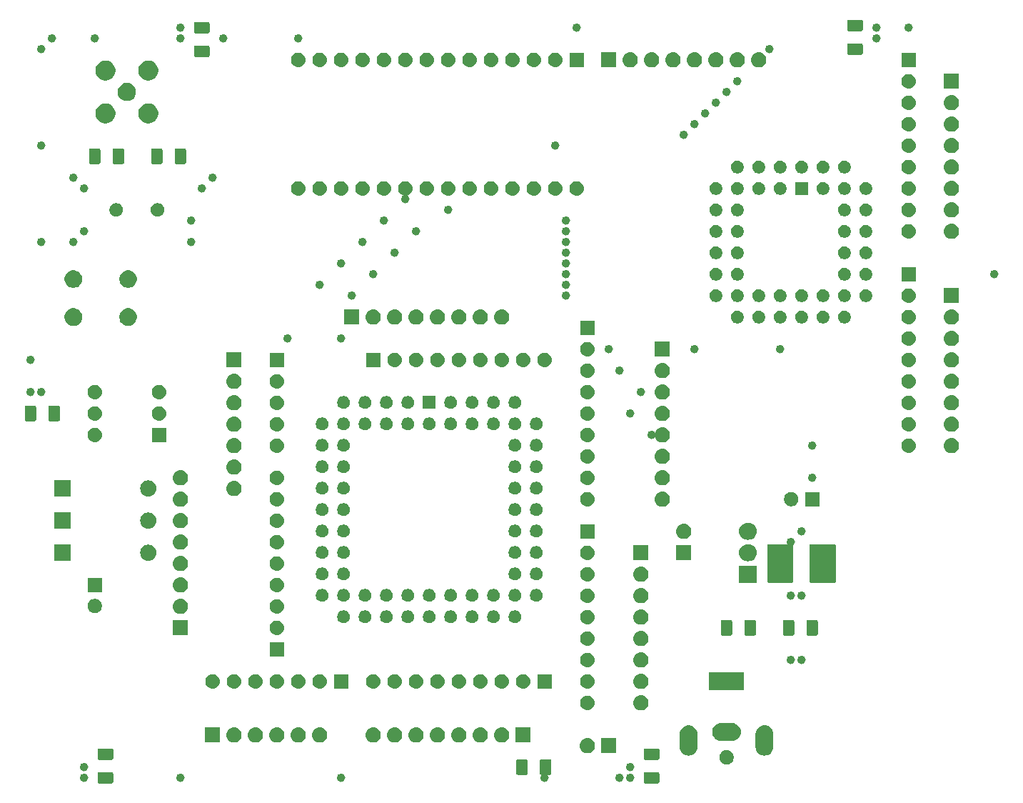
<source format=gbr>
G04 #@! TF.GenerationSoftware,KiCad,Pcbnew,(5.1.2-1)-1*
G04 #@! TF.CreationDate,2021-12-03T18:04:06-05:00*
G04 #@! TF.ProjectId,TMP76C75T,544d5037-3643-4373-9554-2e6b69636164,rev?*
G04 #@! TF.SameCoordinates,Original*
G04 #@! TF.FileFunction,Soldermask,Top*
G04 #@! TF.FilePolarity,Negative*
%FSLAX46Y46*%
G04 Gerber Fmt 4.6, Leading zero omitted, Abs format (unit mm)*
G04 Created by KiCad (PCBNEW (5.1.2-1)-1) date 2021-12-03 18:04:06*
%MOMM*%
%LPD*%
G04 APERTURE LIST*
%ADD10C,0.500000*%
%ADD11C,0.100000*%
G04 APERTURE END LIST*
D10*
X169160000Y-59690000D02*
G75*
G03X169160000Y-59690000I-250000J0D01*
G01*
X162810000Y-66040000D02*
G75*
G03X162810000Y-66040000I-250000J0D01*
G01*
X164080000Y-64770000D02*
G75*
G03X164080000Y-64770000I-250000J0D01*
G01*
X165350000Y-63500000D02*
G75*
G03X165350000Y-63500000I-250000J0D01*
G01*
X166620000Y-62230000D02*
G75*
G03X166620000Y-62230000I-250000J0D01*
G01*
X167890000Y-60960000D02*
G75*
G03X167890000Y-60960000I-250000J0D01*
G01*
X172970000Y-55880000D02*
G75*
G03X172970000Y-55880000I-250000J0D01*
G01*
X185670000Y-54610000D02*
G75*
G03X185670000Y-54610000I-250000J0D01*
G01*
X185670000Y-53340000D02*
G75*
G03X185670000Y-53340000I-250000J0D01*
G01*
X189480000Y-53340000D02*
G75*
G03X189480000Y-53340000I-250000J0D01*
G01*
X199640000Y-82550000D02*
G75*
G03X199640000Y-82550000I-250000J0D01*
G01*
X103120000Y-142240000D02*
G75*
G03X103120000Y-142240000I-250000J0D01*
G01*
X91690000Y-140970000D02*
G75*
G03X91690000Y-140970000I-250000J0D01*
G01*
X91690000Y-142240000D02*
G75*
G03X91690000Y-142240000I-250000J0D01*
G01*
X122170000Y-142240000D02*
G75*
G03X122170000Y-142240000I-250000J0D01*
G01*
X146300000Y-142240000D02*
G75*
G03X146300000Y-142240000I-250000J0D01*
G01*
X155190000Y-142240000D02*
G75*
G03X155190000Y-142240000I-250000J0D01*
G01*
X156460000Y-142240000D02*
G75*
G03X156460000Y-142240000I-250000J0D01*
G01*
X156460000Y-140970000D02*
G75*
G03X156460000Y-140970000I-250000J0D01*
G01*
X176780000Y-128270000D02*
G75*
G03X176780000Y-128270000I-250000J0D01*
G01*
X175510000Y-128270000D02*
G75*
G03X175510000Y-128270000I-250000J0D01*
G01*
X175510000Y-120650000D02*
G75*
G03X175510000Y-120650000I-250000J0D01*
G01*
X176780000Y-120650000D02*
G75*
G03X176780000Y-120650000I-250000J0D01*
G01*
X175510000Y-114300000D02*
G75*
G03X175510000Y-114300000I-250000J0D01*
G01*
X176780000Y-113030000D02*
G75*
G03X176780000Y-113030000I-250000J0D01*
G01*
X178050000Y-106680000D02*
G75*
G03X178050000Y-106680000I-250000J0D01*
G01*
X178050000Y-102870000D02*
G75*
G03X178050000Y-102870000I-250000J0D01*
G01*
X174240000Y-91440000D02*
G75*
G03X174240000Y-91440000I-250000J0D01*
G01*
X164080000Y-91440000D02*
G75*
G03X164080000Y-91440000I-250000J0D01*
G01*
X153920000Y-91440000D02*
G75*
G03X153920000Y-91440000I-250000J0D01*
G01*
X155190000Y-93980000D02*
G75*
G03X155190000Y-93980000I-250000J0D01*
G01*
X157730000Y-96520000D02*
G75*
G03X157730000Y-96520000I-250000J0D01*
G01*
X156460000Y-99060000D02*
G75*
G03X156460000Y-99060000I-250000J0D01*
G01*
X159000000Y-101600000D02*
G75*
G03X159000000Y-101600000I-250000J0D01*
G01*
X86610000Y-96520000D02*
G75*
G03X86610000Y-96520000I-250000J0D01*
G01*
X85340000Y-96520000D02*
G75*
G03X85340000Y-96520000I-250000J0D01*
G01*
X85340000Y-92710000D02*
G75*
G03X85340000Y-92710000I-250000J0D01*
G01*
X147570000Y-67310000D02*
G75*
G03X147570000Y-67310000I-250000J0D01*
G01*
X150110000Y-53340000D02*
G75*
G03X150110000Y-53340000I-250000J0D01*
G01*
X117090000Y-54610000D02*
G75*
G03X117090000Y-54610000I-250000J0D01*
G01*
X103120000Y-53340000D02*
G75*
G03X103120000Y-53340000I-250000J0D01*
G01*
X108200000Y-54610000D02*
G75*
G03X108200000Y-54610000I-250000J0D01*
G01*
X103120000Y-54610000D02*
G75*
G03X103120000Y-54610000I-250000J0D01*
G01*
X92960000Y-54610000D02*
G75*
G03X92960000Y-54610000I-250000J0D01*
G01*
X87880000Y-54610000D02*
G75*
G03X87880000Y-54610000I-250000J0D01*
G01*
X86610000Y-55880000D02*
G75*
G03X86610000Y-55880000I-250000J0D01*
G01*
X86610000Y-67310000D02*
G75*
G03X86610000Y-67310000I-250000J0D01*
G01*
X90420000Y-71120000D02*
G75*
G03X90420000Y-71120000I-250000J0D01*
G01*
X91690000Y-72390000D02*
G75*
G03X91690000Y-72390000I-250000J0D01*
G01*
X86610000Y-78740000D02*
G75*
G03X86610000Y-78740000I-250000J0D01*
G01*
X90420000Y-78740000D02*
G75*
G03X90420000Y-78740000I-250000J0D01*
G01*
X91690000Y-77470000D02*
G75*
G03X91690000Y-77470000I-250000J0D01*
G01*
X104390000Y-78740000D02*
G75*
G03X104390000Y-78740000I-250000J0D01*
G01*
X104390000Y-76200000D02*
G75*
G03X104390000Y-76200000I-250000J0D01*
G01*
X106930000Y-71120000D02*
G75*
G03X106930000Y-71120000I-250000J0D01*
G01*
X105660000Y-72390000D02*
G75*
G03X105660000Y-72390000I-250000J0D01*
G01*
X115820000Y-90170000D02*
G75*
G03X115820000Y-90170000I-250000J0D01*
G01*
X122170000Y-90170000D02*
G75*
G03X122170000Y-90170000I-250000J0D01*
G01*
X119630000Y-83820000D02*
G75*
G03X119630000Y-83820000I-250000J0D01*
G01*
X123440000Y-85090000D02*
G75*
G03X123440000Y-85090000I-250000J0D01*
G01*
X122170000Y-81280000D02*
G75*
G03X122170000Y-81280000I-250000J0D01*
G01*
X125980000Y-82550000D02*
G75*
G03X125980000Y-82550000I-250000J0D01*
G01*
X124710000Y-78740000D02*
G75*
G03X124710000Y-78740000I-250000J0D01*
G01*
X128520000Y-80010000D02*
G75*
G03X128520000Y-80010000I-250000J0D01*
G01*
X127250000Y-76200000D02*
G75*
G03X127250000Y-76200000I-250000J0D01*
G01*
X129790000Y-73660000D02*
G75*
G03X129790000Y-73660000I-250000J0D01*
G01*
X131060000Y-77470000D02*
G75*
G03X131060000Y-77470000I-250000J0D01*
G01*
X148840000Y-85090000D02*
G75*
G03X148840000Y-85090000I-250000J0D01*
G01*
X148840000Y-83820000D02*
G75*
G03X148840000Y-83820000I-250000J0D01*
G01*
X148840000Y-82550000D02*
G75*
G03X148840000Y-82550000I-250000J0D01*
G01*
X148840000Y-81280000D02*
G75*
G03X148840000Y-81280000I-250000J0D01*
G01*
X148840000Y-80010000D02*
G75*
G03X148840000Y-80010000I-250000J0D01*
G01*
X148840000Y-78740000D02*
G75*
G03X148840000Y-78740000I-250000J0D01*
G01*
X148840000Y-77470000D02*
G75*
G03X148840000Y-77470000I-250000J0D01*
G01*
X148840000Y-76200000D02*
G75*
G03X148840000Y-76200000I-250000J0D01*
G01*
X134870000Y-74930000D02*
G75*
G03X134870000Y-74930000I-250000J0D01*
G01*
D11*
G36*
X159518604Y-141568347D02*
G01*
X159555144Y-141579432D01*
X159588821Y-141597433D01*
X159618341Y-141621659D01*
X159642567Y-141651179D01*
X159660568Y-141684856D01*
X159671653Y-141721396D01*
X159676000Y-141765538D01*
X159676000Y-142714462D01*
X159671653Y-142758604D01*
X159660568Y-142795144D01*
X159642567Y-142828821D01*
X159618341Y-142858341D01*
X159588821Y-142882567D01*
X159555144Y-142900568D01*
X159518604Y-142911653D01*
X159474462Y-142916000D01*
X158025538Y-142916000D01*
X157981396Y-142911653D01*
X157944856Y-142900568D01*
X157911179Y-142882567D01*
X157881659Y-142858341D01*
X157857433Y-142828821D01*
X157839432Y-142795144D01*
X157828347Y-142758604D01*
X157824000Y-142714462D01*
X157824000Y-141765538D01*
X157828347Y-141721396D01*
X157839432Y-141684856D01*
X157857433Y-141651179D01*
X157881659Y-141621659D01*
X157911179Y-141597433D01*
X157944856Y-141579432D01*
X157981396Y-141568347D01*
X158025538Y-141564000D01*
X159474462Y-141564000D01*
X159518604Y-141568347D01*
X159518604Y-141568347D01*
G37*
G36*
X94748604Y-141568347D02*
G01*
X94785144Y-141579432D01*
X94818821Y-141597433D01*
X94848341Y-141621659D01*
X94872567Y-141651179D01*
X94890568Y-141684856D01*
X94901653Y-141721396D01*
X94906000Y-141765538D01*
X94906000Y-142714462D01*
X94901653Y-142758604D01*
X94890568Y-142795144D01*
X94872567Y-142828821D01*
X94848341Y-142858341D01*
X94818821Y-142882567D01*
X94785144Y-142900568D01*
X94748604Y-142911653D01*
X94704462Y-142916000D01*
X93255538Y-142916000D01*
X93211396Y-142911653D01*
X93174856Y-142900568D01*
X93141179Y-142882567D01*
X93111659Y-142858341D01*
X93087433Y-142828821D01*
X93069432Y-142795144D01*
X93058347Y-142758604D01*
X93054000Y-142714462D01*
X93054000Y-141765538D01*
X93058347Y-141721396D01*
X93069432Y-141684856D01*
X93087433Y-141651179D01*
X93111659Y-141621659D01*
X93141179Y-141597433D01*
X93174856Y-141579432D01*
X93211396Y-141568347D01*
X93255538Y-141564000D01*
X94704462Y-141564000D01*
X94748604Y-141568347D01*
X94748604Y-141568347D01*
G37*
G36*
X146698604Y-140048347D02*
G01*
X146735144Y-140059432D01*
X146768821Y-140077433D01*
X146798341Y-140101659D01*
X146822567Y-140131179D01*
X146840568Y-140164856D01*
X146851653Y-140201396D01*
X146856000Y-140245538D01*
X146856000Y-141694462D01*
X146851653Y-141738604D01*
X146840568Y-141775144D01*
X146822567Y-141808821D01*
X146798341Y-141838341D01*
X146768821Y-141862567D01*
X146735144Y-141880568D01*
X146698604Y-141891653D01*
X146654462Y-141896000D01*
X145705538Y-141896000D01*
X145661396Y-141891653D01*
X145624856Y-141880568D01*
X145591179Y-141862567D01*
X145561659Y-141838341D01*
X145537433Y-141808821D01*
X145519432Y-141775144D01*
X145508347Y-141738604D01*
X145504000Y-141694462D01*
X145504000Y-140245538D01*
X145508347Y-140201396D01*
X145519432Y-140164856D01*
X145537433Y-140131179D01*
X145561659Y-140101659D01*
X145591179Y-140077433D01*
X145624856Y-140059432D01*
X145661396Y-140048347D01*
X145705538Y-140044000D01*
X146654462Y-140044000D01*
X146698604Y-140048347D01*
X146698604Y-140048347D01*
G37*
G36*
X143898604Y-140048347D02*
G01*
X143935144Y-140059432D01*
X143968821Y-140077433D01*
X143998341Y-140101659D01*
X144022567Y-140131179D01*
X144040568Y-140164856D01*
X144051653Y-140201396D01*
X144056000Y-140245538D01*
X144056000Y-141694462D01*
X144051653Y-141738604D01*
X144040568Y-141775144D01*
X144022567Y-141808821D01*
X143998341Y-141838341D01*
X143968821Y-141862567D01*
X143935144Y-141880568D01*
X143898604Y-141891653D01*
X143854462Y-141896000D01*
X142905538Y-141896000D01*
X142861396Y-141891653D01*
X142824856Y-141880568D01*
X142791179Y-141862567D01*
X142761659Y-141838341D01*
X142737433Y-141808821D01*
X142719432Y-141775144D01*
X142708347Y-141738604D01*
X142704000Y-141694462D01*
X142704000Y-140245538D01*
X142708347Y-140201396D01*
X142719432Y-140164856D01*
X142737433Y-140131179D01*
X142761659Y-140101659D01*
X142791179Y-140077433D01*
X142824856Y-140059432D01*
X142861396Y-140048347D01*
X142905538Y-140044000D01*
X143854462Y-140044000D01*
X143898604Y-140048347D01*
X143898604Y-140048347D01*
G37*
G36*
X167888228Y-138991703D02*
G01*
X168043100Y-139055853D01*
X168182481Y-139148985D01*
X168301015Y-139267519D01*
X168394147Y-139406900D01*
X168458297Y-139561772D01*
X168491000Y-139726184D01*
X168491000Y-139893816D01*
X168458297Y-140058228D01*
X168394147Y-140213100D01*
X168301015Y-140352481D01*
X168182481Y-140471015D01*
X168043100Y-140564147D01*
X167888228Y-140628297D01*
X167723816Y-140661000D01*
X167556184Y-140661000D01*
X167391772Y-140628297D01*
X167236900Y-140564147D01*
X167097519Y-140471015D01*
X166978985Y-140352481D01*
X166885853Y-140213100D01*
X166821703Y-140058228D01*
X166789000Y-139893816D01*
X166789000Y-139726184D01*
X166821703Y-139561772D01*
X166885853Y-139406900D01*
X166978985Y-139267519D01*
X167097519Y-139148985D01*
X167236900Y-139055853D01*
X167391772Y-138991703D01*
X167556184Y-138959000D01*
X167723816Y-138959000D01*
X167888228Y-138991703D01*
X167888228Y-138991703D01*
G37*
G36*
X159518604Y-138768347D02*
G01*
X159555144Y-138779432D01*
X159588821Y-138797433D01*
X159618341Y-138821659D01*
X159642567Y-138851179D01*
X159660568Y-138884856D01*
X159671653Y-138921396D01*
X159676000Y-138965538D01*
X159676000Y-139914462D01*
X159671653Y-139958604D01*
X159660568Y-139995144D01*
X159642567Y-140028821D01*
X159618341Y-140058341D01*
X159588821Y-140082567D01*
X159555144Y-140100568D01*
X159518604Y-140111653D01*
X159474462Y-140116000D01*
X158025538Y-140116000D01*
X157981396Y-140111653D01*
X157944856Y-140100568D01*
X157911179Y-140082567D01*
X157881659Y-140058341D01*
X157857433Y-140028821D01*
X157839432Y-139995144D01*
X157828347Y-139958604D01*
X157824000Y-139914462D01*
X157824000Y-138965538D01*
X157828347Y-138921396D01*
X157839432Y-138884856D01*
X157857433Y-138851179D01*
X157881659Y-138821659D01*
X157911179Y-138797433D01*
X157944856Y-138779432D01*
X157981396Y-138768347D01*
X158025538Y-138764000D01*
X159474462Y-138764000D01*
X159518604Y-138768347D01*
X159518604Y-138768347D01*
G37*
G36*
X94748604Y-138768347D02*
G01*
X94785144Y-138779432D01*
X94818821Y-138797433D01*
X94848341Y-138821659D01*
X94872567Y-138851179D01*
X94890568Y-138884856D01*
X94901653Y-138921396D01*
X94906000Y-138965538D01*
X94906000Y-139914462D01*
X94901653Y-139958604D01*
X94890568Y-139995144D01*
X94872567Y-140028821D01*
X94848341Y-140058341D01*
X94818821Y-140082567D01*
X94785144Y-140100568D01*
X94748604Y-140111653D01*
X94704462Y-140116000D01*
X93255538Y-140116000D01*
X93211396Y-140111653D01*
X93174856Y-140100568D01*
X93141179Y-140082567D01*
X93111659Y-140058341D01*
X93087433Y-140028821D01*
X93069432Y-139995144D01*
X93058347Y-139958604D01*
X93054000Y-139914462D01*
X93054000Y-138965538D01*
X93058347Y-138921396D01*
X93069432Y-138884856D01*
X93087433Y-138851179D01*
X93111659Y-138821659D01*
X93141179Y-138797433D01*
X93174856Y-138779432D01*
X93211396Y-138768347D01*
X93255538Y-138764000D01*
X94704462Y-138764000D01*
X94748604Y-138768347D01*
X94748604Y-138768347D01*
G37*
G36*
X172346031Y-136024207D02*
G01*
X172474687Y-136063235D01*
X172544148Y-136084306D01*
X172610030Y-136119521D01*
X172726729Y-136181897D01*
X172886765Y-136313235D01*
X173018103Y-136473271D01*
X173042981Y-136519815D01*
X173115694Y-136655851D01*
X173115694Y-136655852D01*
X173115695Y-136655854D01*
X173175793Y-136853968D01*
X173191000Y-137008370D01*
X173191000Y-138611630D01*
X173175793Y-138766032D01*
X173125146Y-138932989D01*
X173115694Y-138964149D01*
X173100966Y-138991703D01*
X173018103Y-139146729D01*
X172886765Y-139306765D01*
X172726729Y-139438103D01*
X172640975Y-139483939D01*
X172544149Y-139535694D01*
X172544146Y-139535695D01*
X172346032Y-139595793D01*
X172140000Y-139616085D01*
X171933969Y-139595793D01*
X171735855Y-139535695D01*
X171735852Y-139535694D01*
X171639026Y-139483939D01*
X171553272Y-139438103D01*
X171393236Y-139306765D01*
X171261898Y-139146729D01*
X171213324Y-139055853D01*
X171164305Y-138964146D01*
X171104207Y-138766033D01*
X171089000Y-138611631D01*
X171089000Y-137008370D01*
X171104207Y-136853971D01*
X171104207Y-136853969D01*
X171164305Y-136655855D01*
X171164306Y-136655852D01*
X171199521Y-136589970D01*
X171261897Y-136473271D01*
X171393235Y-136313235D01*
X171553271Y-136181897D01*
X171639025Y-136136061D01*
X171735851Y-136084306D01*
X171805312Y-136063235D01*
X171933968Y-136024207D01*
X172140000Y-136003915D01*
X172346031Y-136024207D01*
X172346031Y-136024207D01*
G37*
G36*
X163346031Y-136024207D02*
G01*
X163474687Y-136063235D01*
X163544148Y-136084306D01*
X163610030Y-136119521D01*
X163726729Y-136181897D01*
X163886765Y-136313235D01*
X164018103Y-136473271D01*
X164042981Y-136519815D01*
X164115694Y-136655851D01*
X164115694Y-136655852D01*
X164115695Y-136655854D01*
X164175793Y-136853968D01*
X164191000Y-137008370D01*
X164191000Y-138611630D01*
X164175793Y-138766032D01*
X164125146Y-138932989D01*
X164115694Y-138964149D01*
X164100966Y-138991703D01*
X164018103Y-139146729D01*
X163886765Y-139306765D01*
X163726729Y-139438103D01*
X163640975Y-139483939D01*
X163544149Y-139535694D01*
X163544146Y-139535695D01*
X163346032Y-139595793D01*
X163140000Y-139616085D01*
X162933969Y-139595793D01*
X162735855Y-139535695D01*
X162735852Y-139535694D01*
X162639026Y-139483939D01*
X162553272Y-139438103D01*
X162393236Y-139306765D01*
X162261898Y-139146729D01*
X162213324Y-139055853D01*
X162164305Y-138964146D01*
X162104207Y-138766033D01*
X162089000Y-138611631D01*
X162089000Y-137008370D01*
X162104207Y-136853971D01*
X162104207Y-136853969D01*
X162164305Y-136655855D01*
X162164306Y-136655852D01*
X162199521Y-136589970D01*
X162261897Y-136473271D01*
X162393235Y-136313235D01*
X162553271Y-136181897D01*
X162639025Y-136136061D01*
X162735851Y-136084306D01*
X162805312Y-136063235D01*
X162933968Y-136024207D01*
X163140000Y-136003915D01*
X163346031Y-136024207D01*
X163346031Y-136024207D01*
G37*
G36*
X154571000Y-139331000D02*
G01*
X152769000Y-139331000D01*
X152769000Y-137529000D01*
X154571000Y-137529000D01*
X154571000Y-139331000D01*
X154571000Y-139331000D01*
G37*
G36*
X151240443Y-137535519D02*
G01*
X151306627Y-137542037D01*
X151476466Y-137593557D01*
X151632991Y-137677222D01*
X151646249Y-137688103D01*
X151770186Y-137789814D01*
X151853448Y-137891271D01*
X151882778Y-137927009D01*
X151966443Y-138083534D01*
X152017963Y-138253373D01*
X152035359Y-138430000D01*
X152017963Y-138606627D01*
X151966443Y-138776466D01*
X151882778Y-138932991D01*
X151857207Y-138964149D01*
X151770186Y-139070186D01*
X151676918Y-139146728D01*
X151632991Y-139182778D01*
X151476466Y-139266443D01*
X151306627Y-139317963D01*
X151240443Y-139324481D01*
X151174260Y-139331000D01*
X151085740Y-139331000D01*
X151019557Y-139324481D01*
X150953373Y-139317963D01*
X150783534Y-139266443D01*
X150627009Y-139182778D01*
X150583082Y-139146728D01*
X150489814Y-139070186D01*
X150402793Y-138964149D01*
X150377222Y-138932991D01*
X150293557Y-138776466D01*
X150242037Y-138606627D01*
X150224641Y-138430000D01*
X150242037Y-138253373D01*
X150293557Y-138083534D01*
X150377222Y-137927009D01*
X150406552Y-137891271D01*
X150489814Y-137789814D01*
X150613751Y-137688103D01*
X150627009Y-137677222D01*
X150783534Y-137593557D01*
X150953373Y-137542037D01*
X151019557Y-137535519D01*
X151085740Y-137529000D01*
X151174260Y-137529000D01*
X151240443Y-137535519D01*
X151240443Y-137535519D01*
G37*
G36*
X111870443Y-136265519D02*
G01*
X111936627Y-136272037D01*
X112106466Y-136323557D01*
X112262991Y-136407222D01*
X112298729Y-136436552D01*
X112400186Y-136519814D01*
X112469248Y-136603968D01*
X112512778Y-136657009D01*
X112596443Y-136813534D01*
X112647963Y-136983373D01*
X112665359Y-137160000D01*
X112647963Y-137336627D01*
X112596443Y-137506466D01*
X112512778Y-137662991D01*
X112492169Y-137688103D01*
X112400186Y-137800186D01*
X112298729Y-137883448D01*
X112262991Y-137912778D01*
X112106466Y-137996443D01*
X111936627Y-138047963D01*
X111870442Y-138054482D01*
X111804260Y-138061000D01*
X111715740Y-138061000D01*
X111649558Y-138054482D01*
X111583373Y-138047963D01*
X111413534Y-137996443D01*
X111257009Y-137912778D01*
X111221271Y-137883448D01*
X111119814Y-137800186D01*
X111027831Y-137688103D01*
X111007222Y-137662991D01*
X110923557Y-137506466D01*
X110872037Y-137336627D01*
X110854641Y-137160000D01*
X110872037Y-136983373D01*
X110923557Y-136813534D01*
X111007222Y-136657009D01*
X111050752Y-136603968D01*
X111119814Y-136519814D01*
X111221271Y-136436552D01*
X111257009Y-136407222D01*
X111413534Y-136323557D01*
X111583373Y-136272037D01*
X111649557Y-136265519D01*
X111715740Y-136259000D01*
X111804260Y-136259000D01*
X111870443Y-136265519D01*
X111870443Y-136265519D01*
G37*
G36*
X109330443Y-136265519D02*
G01*
X109396627Y-136272037D01*
X109566466Y-136323557D01*
X109722991Y-136407222D01*
X109758729Y-136436552D01*
X109860186Y-136519814D01*
X109929248Y-136603968D01*
X109972778Y-136657009D01*
X110056443Y-136813534D01*
X110107963Y-136983373D01*
X110125359Y-137160000D01*
X110107963Y-137336627D01*
X110056443Y-137506466D01*
X109972778Y-137662991D01*
X109952169Y-137688103D01*
X109860186Y-137800186D01*
X109758729Y-137883448D01*
X109722991Y-137912778D01*
X109566466Y-137996443D01*
X109396627Y-138047963D01*
X109330442Y-138054482D01*
X109264260Y-138061000D01*
X109175740Y-138061000D01*
X109109558Y-138054482D01*
X109043373Y-138047963D01*
X108873534Y-137996443D01*
X108717009Y-137912778D01*
X108681271Y-137883448D01*
X108579814Y-137800186D01*
X108487831Y-137688103D01*
X108467222Y-137662991D01*
X108383557Y-137506466D01*
X108332037Y-137336627D01*
X108314641Y-137160000D01*
X108332037Y-136983373D01*
X108383557Y-136813534D01*
X108467222Y-136657009D01*
X108510752Y-136603968D01*
X108579814Y-136519814D01*
X108681271Y-136436552D01*
X108717009Y-136407222D01*
X108873534Y-136323557D01*
X109043373Y-136272037D01*
X109109557Y-136265519D01*
X109175740Y-136259000D01*
X109264260Y-136259000D01*
X109330443Y-136265519D01*
X109330443Y-136265519D01*
G37*
G36*
X107581000Y-138061000D02*
G01*
X105779000Y-138061000D01*
X105779000Y-136259000D01*
X107581000Y-136259000D01*
X107581000Y-138061000D01*
X107581000Y-138061000D01*
G37*
G36*
X125840443Y-136265519D02*
G01*
X125906627Y-136272037D01*
X126076466Y-136323557D01*
X126232991Y-136407222D01*
X126268729Y-136436552D01*
X126370186Y-136519814D01*
X126439248Y-136603968D01*
X126482778Y-136657009D01*
X126566443Y-136813534D01*
X126617963Y-136983373D01*
X126635359Y-137160000D01*
X126617963Y-137336627D01*
X126566443Y-137506466D01*
X126482778Y-137662991D01*
X126462169Y-137688103D01*
X126370186Y-137800186D01*
X126268729Y-137883448D01*
X126232991Y-137912778D01*
X126076466Y-137996443D01*
X125906627Y-138047963D01*
X125840442Y-138054482D01*
X125774260Y-138061000D01*
X125685740Y-138061000D01*
X125619558Y-138054482D01*
X125553373Y-138047963D01*
X125383534Y-137996443D01*
X125227009Y-137912778D01*
X125191271Y-137883448D01*
X125089814Y-137800186D01*
X124997831Y-137688103D01*
X124977222Y-137662991D01*
X124893557Y-137506466D01*
X124842037Y-137336627D01*
X124824641Y-137160000D01*
X124842037Y-136983373D01*
X124893557Y-136813534D01*
X124977222Y-136657009D01*
X125020752Y-136603968D01*
X125089814Y-136519814D01*
X125191271Y-136436552D01*
X125227009Y-136407222D01*
X125383534Y-136323557D01*
X125553373Y-136272037D01*
X125619557Y-136265519D01*
X125685740Y-136259000D01*
X125774260Y-136259000D01*
X125840443Y-136265519D01*
X125840443Y-136265519D01*
G37*
G36*
X119490443Y-136265519D02*
G01*
X119556627Y-136272037D01*
X119726466Y-136323557D01*
X119882991Y-136407222D01*
X119918729Y-136436552D01*
X120020186Y-136519814D01*
X120089248Y-136603968D01*
X120132778Y-136657009D01*
X120216443Y-136813534D01*
X120267963Y-136983373D01*
X120285359Y-137160000D01*
X120267963Y-137336627D01*
X120216443Y-137506466D01*
X120132778Y-137662991D01*
X120112169Y-137688103D01*
X120020186Y-137800186D01*
X119918729Y-137883448D01*
X119882991Y-137912778D01*
X119726466Y-137996443D01*
X119556627Y-138047963D01*
X119490442Y-138054482D01*
X119424260Y-138061000D01*
X119335740Y-138061000D01*
X119269558Y-138054482D01*
X119203373Y-138047963D01*
X119033534Y-137996443D01*
X118877009Y-137912778D01*
X118841271Y-137883448D01*
X118739814Y-137800186D01*
X118647831Y-137688103D01*
X118627222Y-137662991D01*
X118543557Y-137506466D01*
X118492037Y-137336627D01*
X118474641Y-137160000D01*
X118492037Y-136983373D01*
X118543557Y-136813534D01*
X118627222Y-136657009D01*
X118670752Y-136603968D01*
X118739814Y-136519814D01*
X118841271Y-136436552D01*
X118877009Y-136407222D01*
X119033534Y-136323557D01*
X119203373Y-136272037D01*
X119269557Y-136265519D01*
X119335740Y-136259000D01*
X119424260Y-136259000D01*
X119490443Y-136265519D01*
X119490443Y-136265519D01*
G37*
G36*
X116950443Y-136265519D02*
G01*
X117016627Y-136272037D01*
X117186466Y-136323557D01*
X117342991Y-136407222D01*
X117378729Y-136436552D01*
X117480186Y-136519814D01*
X117549248Y-136603968D01*
X117592778Y-136657009D01*
X117676443Y-136813534D01*
X117727963Y-136983373D01*
X117745359Y-137160000D01*
X117727963Y-137336627D01*
X117676443Y-137506466D01*
X117592778Y-137662991D01*
X117572169Y-137688103D01*
X117480186Y-137800186D01*
X117378729Y-137883448D01*
X117342991Y-137912778D01*
X117186466Y-137996443D01*
X117016627Y-138047963D01*
X116950442Y-138054482D01*
X116884260Y-138061000D01*
X116795740Y-138061000D01*
X116729558Y-138054482D01*
X116663373Y-138047963D01*
X116493534Y-137996443D01*
X116337009Y-137912778D01*
X116301271Y-137883448D01*
X116199814Y-137800186D01*
X116107831Y-137688103D01*
X116087222Y-137662991D01*
X116003557Y-137506466D01*
X115952037Y-137336627D01*
X115934641Y-137160000D01*
X115952037Y-136983373D01*
X116003557Y-136813534D01*
X116087222Y-136657009D01*
X116130752Y-136603968D01*
X116199814Y-136519814D01*
X116301271Y-136436552D01*
X116337009Y-136407222D01*
X116493534Y-136323557D01*
X116663373Y-136272037D01*
X116729557Y-136265519D01*
X116795740Y-136259000D01*
X116884260Y-136259000D01*
X116950443Y-136265519D01*
X116950443Y-136265519D01*
G37*
G36*
X114410443Y-136265519D02*
G01*
X114476627Y-136272037D01*
X114646466Y-136323557D01*
X114802991Y-136407222D01*
X114838729Y-136436552D01*
X114940186Y-136519814D01*
X115009248Y-136603968D01*
X115052778Y-136657009D01*
X115136443Y-136813534D01*
X115187963Y-136983373D01*
X115205359Y-137160000D01*
X115187963Y-137336627D01*
X115136443Y-137506466D01*
X115052778Y-137662991D01*
X115032169Y-137688103D01*
X114940186Y-137800186D01*
X114838729Y-137883448D01*
X114802991Y-137912778D01*
X114646466Y-137996443D01*
X114476627Y-138047963D01*
X114410442Y-138054482D01*
X114344260Y-138061000D01*
X114255740Y-138061000D01*
X114189558Y-138054482D01*
X114123373Y-138047963D01*
X113953534Y-137996443D01*
X113797009Y-137912778D01*
X113761271Y-137883448D01*
X113659814Y-137800186D01*
X113567831Y-137688103D01*
X113547222Y-137662991D01*
X113463557Y-137506466D01*
X113412037Y-137336627D01*
X113394641Y-137160000D01*
X113412037Y-136983373D01*
X113463557Y-136813534D01*
X113547222Y-136657009D01*
X113590752Y-136603968D01*
X113659814Y-136519814D01*
X113761271Y-136436552D01*
X113797009Y-136407222D01*
X113953534Y-136323557D01*
X114123373Y-136272037D01*
X114189557Y-136265519D01*
X114255740Y-136259000D01*
X114344260Y-136259000D01*
X114410443Y-136265519D01*
X114410443Y-136265519D01*
G37*
G36*
X128380443Y-136265519D02*
G01*
X128446627Y-136272037D01*
X128616466Y-136323557D01*
X128772991Y-136407222D01*
X128808729Y-136436552D01*
X128910186Y-136519814D01*
X128979248Y-136603968D01*
X129022778Y-136657009D01*
X129106443Y-136813534D01*
X129157963Y-136983373D01*
X129175359Y-137160000D01*
X129157963Y-137336627D01*
X129106443Y-137506466D01*
X129022778Y-137662991D01*
X129002169Y-137688103D01*
X128910186Y-137800186D01*
X128808729Y-137883448D01*
X128772991Y-137912778D01*
X128616466Y-137996443D01*
X128446627Y-138047963D01*
X128380442Y-138054482D01*
X128314260Y-138061000D01*
X128225740Y-138061000D01*
X128159558Y-138054482D01*
X128093373Y-138047963D01*
X127923534Y-137996443D01*
X127767009Y-137912778D01*
X127731271Y-137883448D01*
X127629814Y-137800186D01*
X127537831Y-137688103D01*
X127517222Y-137662991D01*
X127433557Y-137506466D01*
X127382037Y-137336627D01*
X127364641Y-137160000D01*
X127382037Y-136983373D01*
X127433557Y-136813534D01*
X127517222Y-136657009D01*
X127560752Y-136603968D01*
X127629814Y-136519814D01*
X127731271Y-136436552D01*
X127767009Y-136407222D01*
X127923534Y-136323557D01*
X128093373Y-136272037D01*
X128159557Y-136265519D01*
X128225740Y-136259000D01*
X128314260Y-136259000D01*
X128380443Y-136265519D01*
X128380443Y-136265519D01*
G37*
G36*
X144411000Y-138061000D02*
G01*
X142609000Y-138061000D01*
X142609000Y-136259000D01*
X144411000Y-136259000D01*
X144411000Y-138061000D01*
X144411000Y-138061000D01*
G37*
G36*
X130920443Y-136265519D02*
G01*
X130986627Y-136272037D01*
X131156466Y-136323557D01*
X131312991Y-136407222D01*
X131348729Y-136436552D01*
X131450186Y-136519814D01*
X131519248Y-136603968D01*
X131562778Y-136657009D01*
X131646443Y-136813534D01*
X131697963Y-136983373D01*
X131715359Y-137160000D01*
X131697963Y-137336627D01*
X131646443Y-137506466D01*
X131562778Y-137662991D01*
X131542169Y-137688103D01*
X131450186Y-137800186D01*
X131348729Y-137883448D01*
X131312991Y-137912778D01*
X131156466Y-137996443D01*
X130986627Y-138047963D01*
X130920442Y-138054482D01*
X130854260Y-138061000D01*
X130765740Y-138061000D01*
X130699558Y-138054482D01*
X130633373Y-138047963D01*
X130463534Y-137996443D01*
X130307009Y-137912778D01*
X130271271Y-137883448D01*
X130169814Y-137800186D01*
X130077831Y-137688103D01*
X130057222Y-137662991D01*
X129973557Y-137506466D01*
X129922037Y-137336627D01*
X129904641Y-137160000D01*
X129922037Y-136983373D01*
X129973557Y-136813534D01*
X130057222Y-136657009D01*
X130100752Y-136603968D01*
X130169814Y-136519814D01*
X130271271Y-136436552D01*
X130307009Y-136407222D01*
X130463534Y-136323557D01*
X130633373Y-136272037D01*
X130699557Y-136265519D01*
X130765740Y-136259000D01*
X130854260Y-136259000D01*
X130920443Y-136265519D01*
X130920443Y-136265519D01*
G37*
G36*
X133460443Y-136265519D02*
G01*
X133526627Y-136272037D01*
X133696466Y-136323557D01*
X133852991Y-136407222D01*
X133888729Y-136436552D01*
X133990186Y-136519814D01*
X134059248Y-136603968D01*
X134102778Y-136657009D01*
X134186443Y-136813534D01*
X134237963Y-136983373D01*
X134255359Y-137160000D01*
X134237963Y-137336627D01*
X134186443Y-137506466D01*
X134102778Y-137662991D01*
X134082169Y-137688103D01*
X133990186Y-137800186D01*
X133888729Y-137883448D01*
X133852991Y-137912778D01*
X133696466Y-137996443D01*
X133526627Y-138047963D01*
X133460442Y-138054482D01*
X133394260Y-138061000D01*
X133305740Y-138061000D01*
X133239558Y-138054482D01*
X133173373Y-138047963D01*
X133003534Y-137996443D01*
X132847009Y-137912778D01*
X132811271Y-137883448D01*
X132709814Y-137800186D01*
X132617831Y-137688103D01*
X132597222Y-137662991D01*
X132513557Y-137506466D01*
X132462037Y-137336627D01*
X132444641Y-137160000D01*
X132462037Y-136983373D01*
X132513557Y-136813534D01*
X132597222Y-136657009D01*
X132640752Y-136603968D01*
X132709814Y-136519814D01*
X132811271Y-136436552D01*
X132847009Y-136407222D01*
X133003534Y-136323557D01*
X133173373Y-136272037D01*
X133239557Y-136265519D01*
X133305740Y-136259000D01*
X133394260Y-136259000D01*
X133460443Y-136265519D01*
X133460443Y-136265519D01*
G37*
G36*
X136000443Y-136265519D02*
G01*
X136066627Y-136272037D01*
X136236466Y-136323557D01*
X136392991Y-136407222D01*
X136428729Y-136436552D01*
X136530186Y-136519814D01*
X136599248Y-136603968D01*
X136642778Y-136657009D01*
X136726443Y-136813534D01*
X136777963Y-136983373D01*
X136795359Y-137160000D01*
X136777963Y-137336627D01*
X136726443Y-137506466D01*
X136642778Y-137662991D01*
X136622169Y-137688103D01*
X136530186Y-137800186D01*
X136428729Y-137883448D01*
X136392991Y-137912778D01*
X136236466Y-137996443D01*
X136066627Y-138047963D01*
X136000442Y-138054482D01*
X135934260Y-138061000D01*
X135845740Y-138061000D01*
X135779558Y-138054482D01*
X135713373Y-138047963D01*
X135543534Y-137996443D01*
X135387009Y-137912778D01*
X135351271Y-137883448D01*
X135249814Y-137800186D01*
X135157831Y-137688103D01*
X135137222Y-137662991D01*
X135053557Y-137506466D01*
X135002037Y-137336627D01*
X134984641Y-137160000D01*
X135002037Y-136983373D01*
X135053557Y-136813534D01*
X135137222Y-136657009D01*
X135180752Y-136603968D01*
X135249814Y-136519814D01*
X135351271Y-136436552D01*
X135387009Y-136407222D01*
X135543534Y-136323557D01*
X135713373Y-136272037D01*
X135779557Y-136265519D01*
X135845740Y-136259000D01*
X135934260Y-136259000D01*
X136000443Y-136265519D01*
X136000443Y-136265519D01*
G37*
G36*
X138540443Y-136265519D02*
G01*
X138606627Y-136272037D01*
X138776466Y-136323557D01*
X138932991Y-136407222D01*
X138968729Y-136436552D01*
X139070186Y-136519814D01*
X139139248Y-136603968D01*
X139182778Y-136657009D01*
X139266443Y-136813534D01*
X139317963Y-136983373D01*
X139335359Y-137160000D01*
X139317963Y-137336627D01*
X139266443Y-137506466D01*
X139182778Y-137662991D01*
X139162169Y-137688103D01*
X139070186Y-137800186D01*
X138968729Y-137883448D01*
X138932991Y-137912778D01*
X138776466Y-137996443D01*
X138606627Y-138047963D01*
X138540442Y-138054482D01*
X138474260Y-138061000D01*
X138385740Y-138061000D01*
X138319558Y-138054482D01*
X138253373Y-138047963D01*
X138083534Y-137996443D01*
X137927009Y-137912778D01*
X137891271Y-137883448D01*
X137789814Y-137800186D01*
X137697831Y-137688103D01*
X137677222Y-137662991D01*
X137593557Y-137506466D01*
X137542037Y-137336627D01*
X137524641Y-137160000D01*
X137542037Y-136983373D01*
X137593557Y-136813534D01*
X137677222Y-136657009D01*
X137720752Y-136603968D01*
X137789814Y-136519814D01*
X137891271Y-136436552D01*
X137927009Y-136407222D01*
X138083534Y-136323557D01*
X138253373Y-136272037D01*
X138319557Y-136265519D01*
X138385740Y-136259000D01*
X138474260Y-136259000D01*
X138540443Y-136265519D01*
X138540443Y-136265519D01*
G37*
G36*
X141080443Y-136265519D02*
G01*
X141146627Y-136272037D01*
X141316466Y-136323557D01*
X141472991Y-136407222D01*
X141508729Y-136436552D01*
X141610186Y-136519814D01*
X141679248Y-136603968D01*
X141722778Y-136657009D01*
X141806443Y-136813534D01*
X141857963Y-136983373D01*
X141875359Y-137160000D01*
X141857963Y-137336627D01*
X141806443Y-137506466D01*
X141722778Y-137662991D01*
X141702169Y-137688103D01*
X141610186Y-137800186D01*
X141508729Y-137883448D01*
X141472991Y-137912778D01*
X141316466Y-137996443D01*
X141146627Y-138047963D01*
X141080442Y-138054482D01*
X141014260Y-138061000D01*
X140925740Y-138061000D01*
X140859558Y-138054482D01*
X140793373Y-138047963D01*
X140623534Y-137996443D01*
X140467009Y-137912778D01*
X140431271Y-137883448D01*
X140329814Y-137800186D01*
X140237831Y-137688103D01*
X140217222Y-137662991D01*
X140133557Y-137506466D01*
X140082037Y-137336627D01*
X140064641Y-137160000D01*
X140082037Y-136983373D01*
X140133557Y-136813534D01*
X140217222Y-136657009D01*
X140260752Y-136603968D01*
X140329814Y-136519814D01*
X140431271Y-136436552D01*
X140467009Y-136407222D01*
X140623534Y-136323557D01*
X140793373Y-136272037D01*
X140859557Y-136265519D01*
X140925740Y-136259000D01*
X141014260Y-136259000D01*
X141080443Y-136265519D01*
X141080443Y-136265519D01*
G37*
G36*
X168393097Y-135764069D02*
G01*
X168496032Y-135774207D01*
X168694146Y-135834305D01*
X168694149Y-135834306D01*
X168790975Y-135886061D01*
X168876729Y-135931897D01*
X169036765Y-136063235D01*
X169168103Y-136223271D01*
X169187200Y-136259000D01*
X169265694Y-136405851D01*
X169265695Y-136405854D01*
X169325793Y-136603968D01*
X169346085Y-136810000D01*
X169325793Y-137016032D01*
X169282120Y-137160000D01*
X169265694Y-137214149D01*
X169213939Y-137310975D01*
X169168103Y-137396729D01*
X169036765Y-137556765D01*
X168876729Y-137688103D01*
X168790975Y-137733939D01*
X168694149Y-137785694D01*
X168694146Y-137785695D01*
X168496032Y-137845793D01*
X168393097Y-137855931D01*
X168341631Y-137861000D01*
X166938369Y-137861000D01*
X166886903Y-137855931D01*
X166783968Y-137845793D01*
X166585854Y-137785695D01*
X166585851Y-137785694D01*
X166489025Y-137733939D01*
X166403271Y-137688103D01*
X166243235Y-137556765D01*
X166111897Y-137396729D01*
X166066061Y-137310975D01*
X166014306Y-137214149D01*
X165997880Y-137160000D01*
X165954207Y-137016032D01*
X165933915Y-136810000D01*
X165954207Y-136603968D01*
X166014305Y-136405854D01*
X166014306Y-136405851D01*
X166092800Y-136259000D01*
X166111897Y-136223271D01*
X166243235Y-136063235D01*
X166403271Y-135931897D01*
X166489025Y-135886061D01*
X166585851Y-135834306D01*
X166585854Y-135834305D01*
X166783968Y-135774207D01*
X166886903Y-135764069D01*
X166938369Y-135759000D01*
X168341631Y-135759000D01*
X168393097Y-135764069D01*
X168393097Y-135764069D01*
G37*
G36*
X157590442Y-132455518D02*
G01*
X157656627Y-132462037D01*
X157826466Y-132513557D01*
X157982991Y-132597222D01*
X158018729Y-132626552D01*
X158120186Y-132709814D01*
X158203448Y-132811271D01*
X158232778Y-132847009D01*
X158316443Y-133003534D01*
X158367963Y-133173373D01*
X158385359Y-133350000D01*
X158367963Y-133526627D01*
X158316443Y-133696466D01*
X158232778Y-133852991D01*
X158203448Y-133888729D01*
X158120186Y-133990186D01*
X158018729Y-134073448D01*
X157982991Y-134102778D01*
X157826466Y-134186443D01*
X157656627Y-134237963D01*
X157590443Y-134244481D01*
X157524260Y-134251000D01*
X157435740Y-134251000D01*
X157369557Y-134244481D01*
X157303373Y-134237963D01*
X157133534Y-134186443D01*
X156977009Y-134102778D01*
X156941271Y-134073448D01*
X156839814Y-133990186D01*
X156756552Y-133888729D01*
X156727222Y-133852991D01*
X156643557Y-133696466D01*
X156592037Y-133526627D01*
X156574641Y-133350000D01*
X156592037Y-133173373D01*
X156643557Y-133003534D01*
X156727222Y-132847009D01*
X156756552Y-132811271D01*
X156839814Y-132709814D01*
X156941271Y-132626552D01*
X156977009Y-132597222D01*
X157133534Y-132513557D01*
X157303373Y-132462037D01*
X157369558Y-132455518D01*
X157435740Y-132449000D01*
X157524260Y-132449000D01*
X157590442Y-132455518D01*
X157590442Y-132455518D01*
G37*
G36*
X151296823Y-132511313D02*
G01*
X151457242Y-132559976D01*
X151526922Y-132597221D01*
X151605078Y-132638996D01*
X151734659Y-132745341D01*
X151841004Y-132874922D01*
X151841005Y-132874924D01*
X151920024Y-133022758D01*
X151968687Y-133183177D01*
X151985117Y-133350000D01*
X151968687Y-133516823D01*
X151920024Y-133677242D01*
X151909747Y-133696468D01*
X151841004Y-133825078D01*
X151734659Y-133954659D01*
X151605078Y-134061004D01*
X151605076Y-134061005D01*
X151457242Y-134140024D01*
X151296823Y-134188687D01*
X151171804Y-134201000D01*
X151088196Y-134201000D01*
X150963177Y-134188687D01*
X150802758Y-134140024D01*
X150654924Y-134061005D01*
X150654922Y-134061004D01*
X150525341Y-133954659D01*
X150418996Y-133825078D01*
X150350253Y-133696468D01*
X150339976Y-133677242D01*
X150291313Y-133516823D01*
X150274883Y-133350000D01*
X150291313Y-133183177D01*
X150339976Y-133022758D01*
X150418995Y-132874924D01*
X150418996Y-132874922D01*
X150525341Y-132745341D01*
X150654922Y-132638996D01*
X150733078Y-132597221D01*
X150802758Y-132559976D01*
X150963177Y-132511313D01*
X151088196Y-132499000D01*
X151171804Y-132499000D01*
X151296823Y-132511313D01*
X151296823Y-132511313D01*
G37*
G36*
X169691000Y-131861000D02*
G01*
X165589000Y-131861000D01*
X165589000Y-129759000D01*
X169691000Y-129759000D01*
X169691000Y-131861000D01*
X169691000Y-131861000D01*
G37*
G36*
X157590442Y-129915518D02*
G01*
X157656627Y-129922037D01*
X157826466Y-129973557D01*
X157982991Y-130057222D01*
X158018729Y-130086552D01*
X158120186Y-130169814D01*
X158203448Y-130271271D01*
X158232778Y-130307009D01*
X158316443Y-130463534D01*
X158367963Y-130633373D01*
X158385359Y-130810000D01*
X158367963Y-130986627D01*
X158316443Y-131156466D01*
X158232778Y-131312991D01*
X158203448Y-131348729D01*
X158120186Y-131450186D01*
X158018729Y-131533448D01*
X157982991Y-131562778D01*
X157826466Y-131646443D01*
X157656627Y-131697963D01*
X157590443Y-131704481D01*
X157524260Y-131711000D01*
X157435740Y-131711000D01*
X157369557Y-131704481D01*
X157303373Y-131697963D01*
X157133534Y-131646443D01*
X156977009Y-131562778D01*
X156941271Y-131533448D01*
X156839814Y-131450186D01*
X156756552Y-131348729D01*
X156727222Y-131312991D01*
X156643557Y-131156466D01*
X156592037Y-130986627D01*
X156574641Y-130810000D01*
X156592037Y-130633373D01*
X156643557Y-130463534D01*
X156727222Y-130307009D01*
X156756552Y-130271271D01*
X156839814Y-130169814D01*
X156941271Y-130086552D01*
X156977009Y-130057222D01*
X157133534Y-129973557D01*
X157303373Y-129922037D01*
X157369558Y-129915518D01*
X157435740Y-129909000D01*
X157524260Y-129909000D01*
X157590442Y-129915518D01*
X157590442Y-129915518D01*
G37*
G36*
X151296823Y-129971313D02*
G01*
X151457242Y-130019976D01*
X151526922Y-130057221D01*
X151605078Y-130098996D01*
X151734659Y-130205341D01*
X151841004Y-130334922D01*
X151841005Y-130334924D01*
X151920024Y-130482758D01*
X151968687Y-130643177D01*
X151985117Y-130810000D01*
X151968687Y-130976823D01*
X151920024Y-131137242D01*
X151909747Y-131156468D01*
X151841004Y-131285078D01*
X151734659Y-131414659D01*
X151605078Y-131521004D01*
X151605076Y-131521005D01*
X151457242Y-131600024D01*
X151296823Y-131648687D01*
X151171804Y-131661000D01*
X151088196Y-131661000D01*
X150963177Y-131648687D01*
X150802758Y-131600024D01*
X150654924Y-131521005D01*
X150654922Y-131521004D01*
X150525341Y-131414659D01*
X150418996Y-131285078D01*
X150350253Y-131156468D01*
X150339976Y-131137242D01*
X150291313Y-130976823D01*
X150274883Y-130810000D01*
X150291313Y-130643177D01*
X150339976Y-130482758D01*
X150418995Y-130334924D01*
X150418996Y-130334922D01*
X150525341Y-130205341D01*
X150654922Y-130098996D01*
X150733078Y-130057221D01*
X150802758Y-130019976D01*
X150963177Y-129971313D01*
X151088196Y-129959000D01*
X151171804Y-129959000D01*
X151296823Y-129971313D01*
X151296823Y-129971313D01*
G37*
G36*
X143676823Y-129971313D02*
G01*
X143837242Y-130019976D01*
X143906922Y-130057221D01*
X143985078Y-130098996D01*
X144114659Y-130205341D01*
X144221004Y-130334922D01*
X144221005Y-130334924D01*
X144300024Y-130482758D01*
X144348687Y-130643177D01*
X144365117Y-130810000D01*
X144348687Y-130976823D01*
X144300024Y-131137242D01*
X144289747Y-131156468D01*
X144221004Y-131285078D01*
X144114659Y-131414659D01*
X143985078Y-131521004D01*
X143985076Y-131521005D01*
X143837242Y-131600024D01*
X143676823Y-131648687D01*
X143551804Y-131661000D01*
X143468196Y-131661000D01*
X143343177Y-131648687D01*
X143182758Y-131600024D01*
X143034924Y-131521005D01*
X143034922Y-131521004D01*
X142905341Y-131414659D01*
X142798996Y-131285078D01*
X142730253Y-131156468D01*
X142719976Y-131137242D01*
X142671313Y-130976823D01*
X142654883Y-130810000D01*
X142671313Y-130643177D01*
X142719976Y-130482758D01*
X142798995Y-130334924D01*
X142798996Y-130334922D01*
X142905341Y-130205341D01*
X143034922Y-130098996D01*
X143113078Y-130057221D01*
X143182758Y-130019976D01*
X143343177Y-129971313D01*
X143468196Y-129959000D01*
X143551804Y-129959000D01*
X143676823Y-129971313D01*
X143676823Y-129971313D01*
G37*
G36*
X122771000Y-131661000D02*
G01*
X121069000Y-131661000D01*
X121069000Y-129959000D01*
X122771000Y-129959000D01*
X122771000Y-131661000D01*
X122771000Y-131661000D01*
G37*
G36*
X119546823Y-129971313D02*
G01*
X119707242Y-130019976D01*
X119776922Y-130057221D01*
X119855078Y-130098996D01*
X119984659Y-130205341D01*
X120091004Y-130334922D01*
X120091005Y-130334924D01*
X120170024Y-130482758D01*
X120218687Y-130643177D01*
X120235117Y-130810000D01*
X120218687Y-130976823D01*
X120170024Y-131137242D01*
X120159747Y-131156468D01*
X120091004Y-131285078D01*
X119984659Y-131414659D01*
X119855078Y-131521004D01*
X119855076Y-131521005D01*
X119707242Y-131600024D01*
X119546823Y-131648687D01*
X119421804Y-131661000D01*
X119338196Y-131661000D01*
X119213177Y-131648687D01*
X119052758Y-131600024D01*
X118904924Y-131521005D01*
X118904922Y-131521004D01*
X118775341Y-131414659D01*
X118668996Y-131285078D01*
X118600253Y-131156468D01*
X118589976Y-131137242D01*
X118541313Y-130976823D01*
X118524883Y-130810000D01*
X118541313Y-130643177D01*
X118589976Y-130482758D01*
X118668995Y-130334924D01*
X118668996Y-130334922D01*
X118775341Y-130205341D01*
X118904922Y-130098996D01*
X118983078Y-130057221D01*
X119052758Y-130019976D01*
X119213177Y-129971313D01*
X119338196Y-129959000D01*
X119421804Y-129959000D01*
X119546823Y-129971313D01*
X119546823Y-129971313D01*
G37*
G36*
X117006823Y-129971313D02*
G01*
X117167242Y-130019976D01*
X117236922Y-130057221D01*
X117315078Y-130098996D01*
X117444659Y-130205341D01*
X117551004Y-130334922D01*
X117551005Y-130334924D01*
X117630024Y-130482758D01*
X117678687Y-130643177D01*
X117695117Y-130810000D01*
X117678687Y-130976823D01*
X117630024Y-131137242D01*
X117619747Y-131156468D01*
X117551004Y-131285078D01*
X117444659Y-131414659D01*
X117315078Y-131521004D01*
X117315076Y-131521005D01*
X117167242Y-131600024D01*
X117006823Y-131648687D01*
X116881804Y-131661000D01*
X116798196Y-131661000D01*
X116673177Y-131648687D01*
X116512758Y-131600024D01*
X116364924Y-131521005D01*
X116364922Y-131521004D01*
X116235341Y-131414659D01*
X116128996Y-131285078D01*
X116060253Y-131156468D01*
X116049976Y-131137242D01*
X116001313Y-130976823D01*
X115984883Y-130810000D01*
X116001313Y-130643177D01*
X116049976Y-130482758D01*
X116128995Y-130334924D01*
X116128996Y-130334922D01*
X116235341Y-130205341D01*
X116364922Y-130098996D01*
X116443078Y-130057221D01*
X116512758Y-130019976D01*
X116673177Y-129971313D01*
X116798196Y-129959000D01*
X116881804Y-129959000D01*
X117006823Y-129971313D01*
X117006823Y-129971313D01*
G37*
G36*
X106846823Y-129971313D02*
G01*
X107007242Y-130019976D01*
X107076922Y-130057221D01*
X107155078Y-130098996D01*
X107284659Y-130205341D01*
X107391004Y-130334922D01*
X107391005Y-130334924D01*
X107470024Y-130482758D01*
X107518687Y-130643177D01*
X107535117Y-130810000D01*
X107518687Y-130976823D01*
X107470024Y-131137242D01*
X107459747Y-131156468D01*
X107391004Y-131285078D01*
X107284659Y-131414659D01*
X107155078Y-131521004D01*
X107155076Y-131521005D01*
X107007242Y-131600024D01*
X106846823Y-131648687D01*
X106721804Y-131661000D01*
X106638196Y-131661000D01*
X106513177Y-131648687D01*
X106352758Y-131600024D01*
X106204924Y-131521005D01*
X106204922Y-131521004D01*
X106075341Y-131414659D01*
X105968996Y-131285078D01*
X105900253Y-131156468D01*
X105889976Y-131137242D01*
X105841313Y-130976823D01*
X105824883Y-130810000D01*
X105841313Y-130643177D01*
X105889976Y-130482758D01*
X105968995Y-130334924D01*
X105968996Y-130334922D01*
X106075341Y-130205341D01*
X106204922Y-130098996D01*
X106283078Y-130057221D01*
X106352758Y-130019976D01*
X106513177Y-129971313D01*
X106638196Y-129959000D01*
X106721804Y-129959000D01*
X106846823Y-129971313D01*
X106846823Y-129971313D01*
G37*
G36*
X109386823Y-129971313D02*
G01*
X109547242Y-130019976D01*
X109616922Y-130057221D01*
X109695078Y-130098996D01*
X109824659Y-130205341D01*
X109931004Y-130334922D01*
X109931005Y-130334924D01*
X110010024Y-130482758D01*
X110058687Y-130643177D01*
X110075117Y-130810000D01*
X110058687Y-130976823D01*
X110010024Y-131137242D01*
X109999747Y-131156468D01*
X109931004Y-131285078D01*
X109824659Y-131414659D01*
X109695078Y-131521004D01*
X109695076Y-131521005D01*
X109547242Y-131600024D01*
X109386823Y-131648687D01*
X109261804Y-131661000D01*
X109178196Y-131661000D01*
X109053177Y-131648687D01*
X108892758Y-131600024D01*
X108744924Y-131521005D01*
X108744922Y-131521004D01*
X108615341Y-131414659D01*
X108508996Y-131285078D01*
X108440253Y-131156468D01*
X108429976Y-131137242D01*
X108381313Y-130976823D01*
X108364883Y-130810000D01*
X108381313Y-130643177D01*
X108429976Y-130482758D01*
X108508995Y-130334924D01*
X108508996Y-130334922D01*
X108615341Y-130205341D01*
X108744922Y-130098996D01*
X108823078Y-130057221D01*
X108892758Y-130019976D01*
X109053177Y-129971313D01*
X109178196Y-129959000D01*
X109261804Y-129959000D01*
X109386823Y-129971313D01*
X109386823Y-129971313D01*
G37*
G36*
X111926823Y-129971313D02*
G01*
X112087242Y-130019976D01*
X112156922Y-130057221D01*
X112235078Y-130098996D01*
X112364659Y-130205341D01*
X112471004Y-130334922D01*
X112471005Y-130334924D01*
X112550024Y-130482758D01*
X112598687Y-130643177D01*
X112615117Y-130810000D01*
X112598687Y-130976823D01*
X112550024Y-131137242D01*
X112539747Y-131156468D01*
X112471004Y-131285078D01*
X112364659Y-131414659D01*
X112235078Y-131521004D01*
X112235076Y-131521005D01*
X112087242Y-131600024D01*
X111926823Y-131648687D01*
X111801804Y-131661000D01*
X111718196Y-131661000D01*
X111593177Y-131648687D01*
X111432758Y-131600024D01*
X111284924Y-131521005D01*
X111284922Y-131521004D01*
X111155341Y-131414659D01*
X111048996Y-131285078D01*
X110980253Y-131156468D01*
X110969976Y-131137242D01*
X110921313Y-130976823D01*
X110904883Y-130810000D01*
X110921313Y-130643177D01*
X110969976Y-130482758D01*
X111048995Y-130334924D01*
X111048996Y-130334922D01*
X111155341Y-130205341D01*
X111284922Y-130098996D01*
X111363078Y-130057221D01*
X111432758Y-130019976D01*
X111593177Y-129971313D01*
X111718196Y-129959000D01*
X111801804Y-129959000D01*
X111926823Y-129971313D01*
X111926823Y-129971313D01*
G37*
G36*
X114466823Y-129971313D02*
G01*
X114627242Y-130019976D01*
X114696922Y-130057221D01*
X114775078Y-130098996D01*
X114904659Y-130205341D01*
X115011004Y-130334922D01*
X115011005Y-130334924D01*
X115090024Y-130482758D01*
X115138687Y-130643177D01*
X115155117Y-130810000D01*
X115138687Y-130976823D01*
X115090024Y-131137242D01*
X115079747Y-131156468D01*
X115011004Y-131285078D01*
X114904659Y-131414659D01*
X114775078Y-131521004D01*
X114775076Y-131521005D01*
X114627242Y-131600024D01*
X114466823Y-131648687D01*
X114341804Y-131661000D01*
X114258196Y-131661000D01*
X114133177Y-131648687D01*
X113972758Y-131600024D01*
X113824924Y-131521005D01*
X113824922Y-131521004D01*
X113695341Y-131414659D01*
X113588996Y-131285078D01*
X113520253Y-131156468D01*
X113509976Y-131137242D01*
X113461313Y-130976823D01*
X113444883Y-130810000D01*
X113461313Y-130643177D01*
X113509976Y-130482758D01*
X113588995Y-130334924D01*
X113588996Y-130334922D01*
X113695341Y-130205341D01*
X113824922Y-130098996D01*
X113903078Y-130057221D01*
X113972758Y-130019976D01*
X114133177Y-129971313D01*
X114258196Y-129959000D01*
X114341804Y-129959000D01*
X114466823Y-129971313D01*
X114466823Y-129971313D01*
G37*
G36*
X125896823Y-129971313D02*
G01*
X126057242Y-130019976D01*
X126126922Y-130057221D01*
X126205078Y-130098996D01*
X126334659Y-130205341D01*
X126441004Y-130334922D01*
X126441005Y-130334924D01*
X126520024Y-130482758D01*
X126568687Y-130643177D01*
X126585117Y-130810000D01*
X126568687Y-130976823D01*
X126520024Y-131137242D01*
X126509747Y-131156468D01*
X126441004Y-131285078D01*
X126334659Y-131414659D01*
X126205078Y-131521004D01*
X126205076Y-131521005D01*
X126057242Y-131600024D01*
X125896823Y-131648687D01*
X125771804Y-131661000D01*
X125688196Y-131661000D01*
X125563177Y-131648687D01*
X125402758Y-131600024D01*
X125254924Y-131521005D01*
X125254922Y-131521004D01*
X125125341Y-131414659D01*
X125018996Y-131285078D01*
X124950253Y-131156468D01*
X124939976Y-131137242D01*
X124891313Y-130976823D01*
X124874883Y-130810000D01*
X124891313Y-130643177D01*
X124939976Y-130482758D01*
X125018995Y-130334924D01*
X125018996Y-130334922D01*
X125125341Y-130205341D01*
X125254922Y-130098996D01*
X125333078Y-130057221D01*
X125402758Y-130019976D01*
X125563177Y-129971313D01*
X125688196Y-129959000D01*
X125771804Y-129959000D01*
X125896823Y-129971313D01*
X125896823Y-129971313D01*
G37*
G36*
X128436823Y-129971313D02*
G01*
X128597242Y-130019976D01*
X128666922Y-130057221D01*
X128745078Y-130098996D01*
X128874659Y-130205341D01*
X128981004Y-130334922D01*
X128981005Y-130334924D01*
X129060024Y-130482758D01*
X129108687Y-130643177D01*
X129125117Y-130810000D01*
X129108687Y-130976823D01*
X129060024Y-131137242D01*
X129049747Y-131156468D01*
X128981004Y-131285078D01*
X128874659Y-131414659D01*
X128745078Y-131521004D01*
X128745076Y-131521005D01*
X128597242Y-131600024D01*
X128436823Y-131648687D01*
X128311804Y-131661000D01*
X128228196Y-131661000D01*
X128103177Y-131648687D01*
X127942758Y-131600024D01*
X127794924Y-131521005D01*
X127794922Y-131521004D01*
X127665341Y-131414659D01*
X127558996Y-131285078D01*
X127490253Y-131156468D01*
X127479976Y-131137242D01*
X127431313Y-130976823D01*
X127414883Y-130810000D01*
X127431313Y-130643177D01*
X127479976Y-130482758D01*
X127558995Y-130334924D01*
X127558996Y-130334922D01*
X127665341Y-130205341D01*
X127794922Y-130098996D01*
X127873078Y-130057221D01*
X127942758Y-130019976D01*
X128103177Y-129971313D01*
X128228196Y-129959000D01*
X128311804Y-129959000D01*
X128436823Y-129971313D01*
X128436823Y-129971313D01*
G37*
G36*
X130976823Y-129971313D02*
G01*
X131137242Y-130019976D01*
X131206922Y-130057221D01*
X131285078Y-130098996D01*
X131414659Y-130205341D01*
X131521004Y-130334922D01*
X131521005Y-130334924D01*
X131600024Y-130482758D01*
X131648687Y-130643177D01*
X131665117Y-130810000D01*
X131648687Y-130976823D01*
X131600024Y-131137242D01*
X131589747Y-131156468D01*
X131521004Y-131285078D01*
X131414659Y-131414659D01*
X131285078Y-131521004D01*
X131285076Y-131521005D01*
X131137242Y-131600024D01*
X130976823Y-131648687D01*
X130851804Y-131661000D01*
X130768196Y-131661000D01*
X130643177Y-131648687D01*
X130482758Y-131600024D01*
X130334924Y-131521005D01*
X130334922Y-131521004D01*
X130205341Y-131414659D01*
X130098996Y-131285078D01*
X130030253Y-131156468D01*
X130019976Y-131137242D01*
X129971313Y-130976823D01*
X129954883Y-130810000D01*
X129971313Y-130643177D01*
X130019976Y-130482758D01*
X130098995Y-130334924D01*
X130098996Y-130334922D01*
X130205341Y-130205341D01*
X130334922Y-130098996D01*
X130413078Y-130057221D01*
X130482758Y-130019976D01*
X130643177Y-129971313D01*
X130768196Y-129959000D01*
X130851804Y-129959000D01*
X130976823Y-129971313D01*
X130976823Y-129971313D01*
G37*
G36*
X133516823Y-129971313D02*
G01*
X133677242Y-130019976D01*
X133746922Y-130057221D01*
X133825078Y-130098996D01*
X133954659Y-130205341D01*
X134061004Y-130334922D01*
X134061005Y-130334924D01*
X134140024Y-130482758D01*
X134188687Y-130643177D01*
X134205117Y-130810000D01*
X134188687Y-130976823D01*
X134140024Y-131137242D01*
X134129747Y-131156468D01*
X134061004Y-131285078D01*
X133954659Y-131414659D01*
X133825078Y-131521004D01*
X133825076Y-131521005D01*
X133677242Y-131600024D01*
X133516823Y-131648687D01*
X133391804Y-131661000D01*
X133308196Y-131661000D01*
X133183177Y-131648687D01*
X133022758Y-131600024D01*
X132874924Y-131521005D01*
X132874922Y-131521004D01*
X132745341Y-131414659D01*
X132638996Y-131285078D01*
X132570253Y-131156468D01*
X132559976Y-131137242D01*
X132511313Y-130976823D01*
X132494883Y-130810000D01*
X132511313Y-130643177D01*
X132559976Y-130482758D01*
X132638995Y-130334924D01*
X132638996Y-130334922D01*
X132745341Y-130205341D01*
X132874922Y-130098996D01*
X132953078Y-130057221D01*
X133022758Y-130019976D01*
X133183177Y-129971313D01*
X133308196Y-129959000D01*
X133391804Y-129959000D01*
X133516823Y-129971313D01*
X133516823Y-129971313D01*
G37*
G36*
X136056823Y-129971313D02*
G01*
X136217242Y-130019976D01*
X136286922Y-130057221D01*
X136365078Y-130098996D01*
X136494659Y-130205341D01*
X136601004Y-130334922D01*
X136601005Y-130334924D01*
X136680024Y-130482758D01*
X136728687Y-130643177D01*
X136745117Y-130810000D01*
X136728687Y-130976823D01*
X136680024Y-131137242D01*
X136669747Y-131156468D01*
X136601004Y-131285078D01*
X136494659Y-131414659D01*
X136365078Y-131521004D01*
X136365076Y-131521005D01*
X136217242Y-131600024D01*
X136056823Y-131648687D01*
X135931804Y-131661000D01*
X135848196Y-131661000D01*
X135723177Y-131648687D01*
X135562758Y-131600024D01*
X135414924Y-131521005D01*
X135414922Y-131521004D01*
X135285341Y-131414659D01*
X135178996Y-131285078D01*
X135110253Y-131156468D01*
X135099976Y-131137242D01*
X135051313Y-130976823D01*
X135034883Y-130810000D01*
X135051313Y-130643177D01*
X135099976Y-130482758D01*
X135178995Y-130334924D01*
X135178996Y-130334922D01*
X135285341Y-130205341D01*
X135414922Y-130098996D01*
X135493078Y-130057221D01*
X135562758Y-130019976D01*
X135723177Y-129971313D01*
X135848196Y-129959000D01*
X135931804Y-129959000D01*
X136056823Y-129971313D01*
X136056823Y-129971313D01*
G37*
G36*
X138596823Y-129971313D02*
G01*
X138757242Y-130019976D01*
X138826922Y-130057221D01*
X138905078Y-130098996D01*
X139034659Y-130205341D01*
X139141004Y-130334922D01*
X139141005Y-130334924D01*
X139220024Y-130482758D01*
X139268687Y-130643177D01*
X139285117Y-130810000D01*
X139268687Y-130976823D01*
X139220024Y-131137242D01*
X139209747Y-131156468D01*
X139141004Y-131285078D01*
X139034659Y-131414659D01*
X138905078Y-131521004D01*
X138905076Y-131521005D01*
X138757242Y-131600024D01*
X138596823Y-131648687D01*
X138471804Y-131661000D01*
X138388196Y-131661000D01*
X138263177Y-131648687D01*
X138102758Y-131600024D01*
X137954924Y-131521005D01*
X137954922Y-131521004D01*
X137825341Y-131414659D01*
X137718996Y-131285078D01*
X137650253Y-131156468D01*
X137639976Y-131137242D01*
X137591313Y-130976823D01*
X137574883Y-130810000D01*
X137591313Y-130643177D01*
X137639976Y-130482758D01*
X137718995Y-130334924D01*
X137718996Y-130334922D01*
X137825341Y-130205341D01*
X137954922Y-130098996D01*
X138033078Y-130057221D01*
X138102758Y-130019976D01*
X138263177Y-129971313D01*
X138388196Y-129959000D01*
X138471804Y-129959000D01*
X138596823Y-129971313D01*
X138596823Y-129971313D01*
G37*
G36*
X141136823Y-129971313D02*
G01*
X141297242Y-130019976D01*
X141366922Y-130057221D01*
X141445078Y-130098996D01*
X141574659Y-130205341D01*
X141681004Y-130334922D01*
X141681005Y-130334924D01*
X141760024Y-130482758D01*
X141808687Y-130643177D01*
X141825117Y-130810000D01*
X141808687Y-130976823D01*
X141760024Y-131137242D01*
X141749747Y-131156468D01*
X141681004Y-131285078D01*
X141574659Y-131414659D01*
X141445078Y-131521004D01*
X141445076Y-131521005D01*
X141297242Y-131600024D01*
X141136823Y-131648687D01*
X141011804Y-131661000D01*
X140928196Y-131661000D01*
X140803177Y-131648687D01*
X140642758Y-131600024D01*
X140494924Y-131521005D01*
X140494922Y-131521004D01*
X140365341Y-131414659D01*
X140258996Y-131285078D01*
X140190253Y-131156468D01*
X140179976Y-131137242D01*
X140131313Y-130976823D01*
X140114883Y-130810000D01*
X140131313Y-130643177D01*
X140179976Y-130482758D01*
X140258995Y-130334924D01*
X140258996Y-130334922D01*
X140365341Y-130205341D01*
X140494922Y-130098996D01*
X140573078Y-130057221D01*
X140642758Y-130019976D01*
X140803177Y-129971313D01*
X140928196Y-129959000D01*
X141011804Y-129959000D01*
X141136823Y-129971313D01*
X141136823Y-129971313D01*
G37*
G36*
X146901000Y-131661000D02*
G01*
X145199000Y-131661000D01*
X145199000Y-129959000D01*
X146901000Y-129959000D01*
X146901000Y-131661000D01*
X146901000Y-131661000D01*
G37*
G36*
X157590442Y-127375518D02*
G01*
X157656627Y-127382037D01*
X157826466Y-127433557D01*
X157982991Y-127517222D01*
X158018729Y-127546552D01*
X158120186Y-127629814D01*
X158203448Y-127731271D01*
X158232778Y-127767009D01*
X158316443Y-127923534D01*
X158367963Y-128093373D01*
X158385359Y-128270000D01*
X158367963Y-128446627D01*
X158316443Y-128616466D01*
X158232778Y-128772991D01*
X158203448Y-128808729D01*
X158120186Y-128910186D01*
X158018729Y-128993448D01*
X157982991Y-129022778D01*
X157826466Y-129106443D01*
X157656627Y-129157963D01*
X157590442Y-129164482D01*
X157524260Y-129171000D01*
X157435740Y-129171000D01*
X157369558Y-129164482D01*
X157303373Y-129157963D01*
X157133534Y-129106443D01*
X156977009Y-129022778D01*
X156941271Y-128993448D01*
X156839814Y-128910186D01*
X156756552Y-128808729D01*
X156727222Y-128772991D01*
X156643557Y-128616466D01*
X156592037Y-128446627D01*
X156574641Y-128270000D01*
X156592037Y-128093373D01*
X156643557Y-127923534D01*
X156727222Y-127767009D01*
X156756552Y-127731271D01*
X156839814Y-127629814D01*
X156941271Y-127546552D01*
X156977009Y-127517222D01*
X157133534Y-127433557D01*
X157303373Y-127382037D01*
X157369558Y-127375518D01*
X157435740Y-127369000D01*
X157524260Y-127369000D01*
X157590442Y-127375518D01*
X157590442Y-127375518D01*
G37*
G36*
X151296823Y-127431313D02*
G01*
X151457242Y-127479976D01*
X151526922Y-127517221D01*
X151605078Y-127558996D01*
X151734659Y-127665341D01*
X151841004Y-127794922D01*
X151841005Y-127794924D01*
X151920024Y-127942758D01*
X151968687Y-128103177D01*
X151985117Y-128270000D01*
X151968687Y-128436823D01*
X151920024Y-128597242D01*
X151909747Y-128616468D01*
X151841004Y-128745078D01*
X151734659Y-128874659D01*
X151605078Y-128981004D01*
X151605076Y-128981005D01*
X151457242Y-129060024D01*
X151296823Y-129108687D01*
X151171804Y-129121000D01*
X151088196Y-129121000D01*
X150963177Y-129108687D01*
X150802758Y-129060024D01*
X150654924Y-128981005D01*
X150654922Y-128981004D01*
X150525341Y-128874659D01*
X150418996Y-128745078D01*
X150350253Y-128616468D01*
X150339976Y-128597242D01*
X150291313Y-128436823D01*
X150274883Y-128270000D01*
X150291313Y-128103177D01*
X150339976Y-127942758D01*
X150418995Y-127794924D01*
X150418996Y-127794922D01*
X150525341Y-127665341D01*
X150654922Y-127558996D01*
X150733078Y-127517221D01*
X150802758Y-127479976D01*
X150963177Y-127431313D01*
X151088196Y-127419000D01*
X151171804Y-127419000D01*
X151296823Y-127431313D01*
X151296823Y-127431313D01*
G37*
G36*
X115151000Y-127851000D02*
G01*
X113449000Y-127851000D01*
X113449000Y-126149000D01*
X115151000Y-126149000D01*
X115151000Y-127851000D01*
X115151000Y-127851000D01*
G37*
G36*
X157590443Y-124835519D02*
G01*
X157656627Y-124842037D01*
X157826466Y-124893557D01*
X157982991Y-124977222D01*
X158018729Y-125006552D01*
X158120186Y-125089814D01*
X158197860Y-125184462D01*
X158232778Y-125227009D01*
X158245080Y-125250024D01*
X158309513Y-125370568D01*
X158316443Y-125383534D01*
X158367963Y-125553373D01*
X158385359Y-125730000D01*
X158367963Y-125906627D01*
X158316443Y-126076466D01*
X158232778Y-126232991D01*
X158203448Y-126268729D01*
X158120186Y-126370186D01*
X158018729Y-126453448D01*
X157982991Y-126482778D01*
X157826466Y-126566443D01*
X157656627Y-126617963D01*
X157590442Y-126624482D01*
X157524260Y-126631000D01*
X157435740Y-126631000D01*
X157369558Y-126624482D01*
X157303373Y-126617963D01*
X157133534Y-126566443D01*
X156977009Y-126482778D01*
X156941271Y-126453448D01*
X156839814Y-126370186D01*
X156756552Y-126268729D01*
X156727222Y-126232991D01*
X156643557Y-126076466D01*
X156592037Y-125906627D01*
X156574641Y-125730000D01*
X156592037Y-125553373D01*
X156643557Y-125383534D01*
X156650488Y-125370568D01*
X156714920Y-125250024D01*
X156727222Y-125227009D01*
X156762140Y-125184462D01*
X156839814Y-125089814D01*
X156941271Y-125006552D01*
X156977009Y-124977222D01*
X157133534Y-124893557D01*
X157303373Y-124842037D01*
X157369557Y-124835519D01*
X157435740Y-124829000D01*
X157524260Y-124829000D01*
X157590443Y-124835519D01*
X157590443Y-124835519D01*
G37*
G36*
X151296823Y-124891313D02*
G01*
X151457242Y-124939976D01*
X151526922Y-124977221D01*
X151605078Y-125018996D01*
X151734659Y-125125341D01*
X151841004Y-125254922D01*
X151841005Y-125254924D01*
X151920024Y-125402758D01*
X151968687Y-125563177D01*
X151985117Y-125730000D01*
X151968687Y-125896823D01*
X151920024Y-126057242D01*
X151909747Y-126076468D01*
X151841004Y-126205078D01*
X151734659Y-126334659D01*
X151605078Y-126441004D01*
X151605076Y-126441005D01*
X151457242Y-126520024D01*
X151296823Y-126568687D01*
X151171804Y-126581000D01*
X151088196Y-126581000D01*
X150963177Y-126568687D01*
X150802758Y-126520024D01*
X150654924Y-126441005D01*
X150654922Y-126441004D01*
X150525341Y-126334659D01*
X150418996Y-126205078D01*
X150350253Y-126076468D01*
X150339976Y-126057242D01*
X150291313Y-125896823D01*
X150274883Y-125730000D01*
X150291313Y-125563177D01*
X150339976Y-125402758D01*
X150418995Y-125254924D01*
X150418996Y-125254922D01*
X150525341Y-125125341D01*
X150654922Y-125018996D01*
X150733078Y-124977221D01*
X150802758Y-124939976D01*
X150963177Y-124891313D01*
X151088196Y-124879000D01*
X151171804Y-124879000D01*
X151296823Y-124891313D01*
X151296823Y-124891313D01*
G37*
G36*
X170958604Y-123538347D02*
G01*
X170995144Y-123549432D01*
X171028821Y-123567433D01*
X171058341Y-123591659D01*
X171082567Y-123621179D01*
X171100568Y-123654856D01*
X171111653Y-123691396D01*
X171116000Y-123735538D01*
X171116000Y-125184462D01*
X171111653Y-125228604D01*
X171100568Y-125265144D01*
X171082567Y-125298821D01*
X171058341Y-125328341D01*
X171028821Y-125352567D01*
X170995144Y-125370568D01*
X170958604Y-125381653D01*
X170914462Y-125386000D01*
X169965538Y-125386000D01*
X169921396Y-125381653D01*
X169884856Y-125370568D01*
X169851179Y-125352567D01*
X169821659Y-125328341D01*
X169797433Y-125298821D01*
X169779432Y-125265144D01*
X169768347Y-125228604D01*
X169764000Y-125184462D01*
X169764000Y-123735538D01*
X169768347Y-123691396D01*
X169779432Y-123654856D01*
X169797433Y-123621179D01*
X169821659Y-123591659D01*
X169851179Y-123567433D01*
X169884856Y-123549432D01*
X169921396Y-123538347D01*
X169965538Y-123534000D01*
X170914462Y-123534000D01*
X170958604Y-123538347D01*
X170958604Y-123538347D01*
G37*
G36*
X168158604Y-123538347D02*
G01*
X168195144Y-123549432D01*
X168228821Y-123567433D01*
X168258341Y-123591659D01*
X168282567Y-123621179D01*
X168300568Y-123654856D01*
X168311653Y-123691396D01*
X168316000Y-123735538D01*
X168316000Y-125184462D01*
X168311653Y-125228604D01*
X168300568Y-125265144D01*
X168282567Y-125298821D01*
X168258341Y-125328341D01*
X168228821Y-125352567D01*
X168195144Y-125370568D01*
X168158604Y-125381653D01*
X168114462Y-125386000D01*
X167165538Y-125386000D01*
X167121396Y-125381653D01*
X167084856Y-125370568D01*
X167051179Y-125352567D01*
X167021659Y-125328341D01*
X166997433Y-125298821D01*
X166979432Y-125265144D01*
X166968347Y-125228604D01*
X166964000Y-125184462D01*
X166964000Y-123735538D01*
X166968347Y-123691396D01*
X166979432Y-123654856D01*
X166997433Y-123621179D01*
X167021659Y-123591659D01*
X167051179Y-123567433D01*
X167084856Y-123549432D01*
X167121396Y-123538347D01*
X167165538Y-123534000D01*
X168114462Y-123534000D01*
X168158604Y-123538347D01*
X168158604Y-123538347D01*
G37*
G36*
X178318604Y-123538347D02*
G01*
X178355144Y-123549432D01*
X178388821Y-123567433D01*
X178418341Y-123591659D01*
X178442567Y-123621179D01*
X178460568Y-123654856D01*
X178471653Y-123691396D01*
X178476000Y-123735538D01*
X178476000Y-125184462D01*
X178471653Y-125228604D01*
X178460568Y-125265144D01*
X178442567Y-125298821D01*
X178418341Y-125328341D01*
X178388821Y-125352567D01*
X178355144Y-125370568D01*
X178318604Y-125381653D01*
X178274462Y-125386000D01*
X177325538Y-125386000D01*
X177281396Y-125381653D01*
X177244856Y-125370568D01*
X177211179Y-125352567D01*
X177181659Y-125328341D01*
X177157433Y-125298821D01*
X177139432Y-125265144D01*
X177128347Y-125228604D01*
X177124000Y-125184462D01*
X177124000Y-123735538D01*
X177128347Y-123691396D01*
X177139432Y-123654856D01*
X177157433Y-123621179D01*
X177181659Y-123591659D01*
X177211179Y-123567433D01*
X177244856Y-123549432D01*
X177281396Y-123538347D01*
X177325538Y-123534000D01*
X178274462Y-123534000D01*
X178318604Y-123538347D01*
X178318604Y-123538347D01*
G37*
G36*
X175518604Y-123538347D02*
G01*
X175555144Y-123549432D01*
X175588821Y-123567433D01*
X175618341Y-123591659D01*
X175642567Y-123621179D01*
X175660568Y-123654856D01*
X175671653Y-123691396D01*
X175676000Y-123735538D01*
X175676000Y-125184462D01*
X175671653Y-125228604D01*
X175660568Y-125265144D01*
X175642567Y-125298821D01*
X175618341Y-125328341D01*
X175588821Y-125352567D01*
X175555144Y-125370568D01*
X175518604Y-125381653D01*
X175474462Y-125386000D01*
X174525538Y-125386000D01*
X174481396Y-125381653D01*
X174444856Y-125370568D01*
X174411179Y-125352567D01*
X174381659Y-125328341D01*
X174357433Y-125298821D01*
X174339432Y-125265144D01*
X174328347Y-125228604D01*
X174324000Y-125184462D01*
X174324000Y-123735538D01*
X174328347Y-123691396D01*
X174339432Y-123654856D01*
X174357433Y-123621179D01*
X174381659Y-123591659D01*
X174411179Y-123567433D01*
X174444856Y-123549432D01*
X174481396Y-123538347D01*
X174525538Y-123534000D01*
X175474462Y-123534000D01*
X175518604Y-123538347D01*
X175518604Y-123538347D01*
G37*
G36*
X103771000Y-125361000D02*
G01*
X101969000Y-125361000D01*
X101969000Y-123559000D01*
X103771000Y-123559000D01*
X103771000Y-125361000D01*
X103771000Y-125361000D01*
G37*
G36*
X114466823Y-123621313D02*
G01*
X114627242Y-123669976D01*
X114749900Y-123735538D01*
X114775078Y-123748996D01*
X114904659Y-123855341D01*
X115011004Y-123984922D01*
X115011005Y-123984924D01*
X115090024Y-124132758D01*
X115138687Y-124293177D01*
X115155117Y-124460000D01*
X115138687Y-124626823D01*
X115090024Y-124787242D01*
X115060735Y-124842037D01*
X115011004Y-124935078D01*
X114904659Y-125064659D01*
X114775078Y-125171004D01*
X114775076Y-125171005D01*
X114627242Y-125250024D01*
X114466823Y-125298687D01*
X114341804Y-125311000D01*
X114258196Y-125311000D01*
X114133177Y-125298687D01*
X113972758Y-125250024D01*
X113824924Y-125171005D01*
X113824922Y-125171004D01*
X113695341Y-125064659D01*
X113588996Y-124935078D01*
X113539265Y-124842037D01*
X113509976Y-124787242D01*
X113461313Y-124626823D01*
X113444883Y-124460000D01*
X113461313Y-124293177D01*
X113509976Y-124132758D01*
X113588995Y-123984924D01*
X113588996Y-123984922D01*
X113695341Y-123855341D01*
X113824922Y-123748996D01*
X113850100Y-123735538D01*
X113972758Y-123669976D01*
X114133177Y-123621313D01*
X114258196Y-123609000D01*
X114341804Y-123609000D01*
X114466823Y-123621313D01*
X114466823Y-123621313D01*
G37*
G36*
X157590443Y-122295519D02*
G01*
X157656627Y-122302037D01*
X157826466Y-122353557D01*
X157982991Y-122437222D01*
X158018729Y-122466552D01*
X158120186Y-122549814D01*
X158189395Y-122634147D01*
X158232778Y-122687009D01*
X158316443Y-122843534D01*
X158367963Y-123013373D01*
X158385359Y-123190000D01*
X158367963Y-123366627D01*
X158321123Y-123521037D01*
X158316442Y-123536468D01*
X158277672Y-123609000D01*
X158232778Y-123692991D01*
X158226269Y-123700922D01*
X158120186Y-123830186D01*
X158018729Y-123913448D01*
X157982991Y-123942778D01*
X157826466Y-124026443D01*
X157656627Y-124077963D01*
X157590442Y-124084482D01*
X157524260Y-124091000D01*
X157435740Y-124091000D01*
X157369558Y-124084482D01*
X157303373Y-124077963D01*
X157133534Y-124026443D01*
X156977009Y-123942778D01*
X156941271Y-123913448D01*
X156839814Y-123830186D01*
X156733731Y-123700922D01*
X156727222Y-123692991D01*
X156682328Y-123609000D01*
X156643558Y-123536468D01*
X156638877Y-123521037D01*
X156592037Y-123366627D01*
X156574641Y-123190000D01*
X156592037Y-123013373D01*
X156643557Y-122843534D01*
X156727222Y-122687009D01*
X156770605Y-122634147D01*
X156839814Y-122549814D01*
X156941271Y-122466552D01*
X156977009Y-122437222D01*
X157133534Y-122353557D01*
X157303373Y-122302037D01*
X157369557Y-122295519D01*
X157435740Y-122289000D01*
X157524260Y-122289000D01*
X157590443Y-122295519D01*
X157590443Y-122295519D01*
G37*
G36*
X151296823Y-122351313D02*
G01*
X151457242Y-122399976D01*
X151526922Y-122437221D01*
X151605078Y-122478996D01*
X151734659Y-122585341D01*
X151841004Y-122714922D01*
X151841005Y-122714924D01*
X151920024Y-122862758D01*
X151968687Y-123023177D01*
X151985117Y-123190000D01*
X151968687Y-123356823D01*
X151920024Y-123517242D01*
X151893196Y-123567433D01*
X151841004Y-123665078D01*
X151734659Y-123794659D01*
X151605078Y-123901004D01*
X151605076Y-123901005D01*
X151457242Y-123980024D01*
X151296823Y-124028687D01*
X151171804Y-124041000D01*
X151088196Y-124041000D01*
X150963177Y-124028687D01*
X150802758Y-123980024D01*
X150654924Y-123901005D01*
X150654922Y-123901004D01*
X150525341Y-123794659D01*
X150418996Y-123665078D01*
X150366804Y-123567433D01*
X150339976Y-123517242D01*
X150291313Y-123356823D01*
X150274883Y-123190000D01*
X150291313Y-123023177D01*
X150339976Y-122862758D01*
X150418995Y-122714924D01*
X150418996Y-122714922D01*
X150525341Y-122585341D01*
X150654922Y-122478996D01*
X150733078Y-122437221D01*
X150802758Y-122399976D01*
X150963177Y-122351313D01*
X151088196Y-122339000D01*
X151171804Y-122339000D01*
X151296823Y-122351313D01*
X151296823Y-122351313D01*
G37*
G36*
X142757524Y-122427090D02*
G01*
X142896237Y-122484547D01*
X143021071Y-122567958D01*
X143127241Y-122674128D01*
X143210652Y-122798962D01*
X143268109Y-122937675D01*
X143297399Y-123084929D01*
X143297399Y-123235071D01*
X143268109Y-123382325D01*
X143210652Y-123521038D01*
X143127241Y-123645872D01*
X143021071Y-123752042D01*
X142896237Y-123835453D01*
X142757524Y-123892910D01*
X142610270Y-123922200D01*
X142460128Y-123922200D01*
X142312874Y-123892910D01*
X142174161Y-123835453D01*
X142049327Y-123752042D01*
X141943157Y-123645872D01*
X141859746Y-123521038D01*
X141802289Y-123382325D01*
X141772999Y-123235071D01*
X141772999Y-123084929D01*
X141802289Y-122937675D01*
X141859746Y-122798962D01*
X141943157Y-122674128D01*
X142049327Y-122567958D01*
X142174161Y-122484547D01*
X142312874Y-122427090D01*
X142460128Y-122397800D01*
X142610270Y-122397800D01*
X142757524Y-122427090D01*
X142757524Y-122427090D01*
G37*
G36*
X140217524Y-122427090D02*
G01*
X140356237Y-122484547D01*
X140481071Y-122567958D01*
X140587241Y-122674128D01*
X140670652Y-122798962D01*
X140728109Y-122937675D01*
X140757399Y-123084929D01*
X140757399Y-123235071D01*
X140728109Y-123382325D01*
X140670652Y-123521038D01*
X140587241Y-123645872D01*
X140481071Y-123752042D01*
X140356237Y-123835453D01*
X140217524Y-123892910D01*
X140070270Y-123922200D01*
X139920128Y-123922200D01*
X139772874Y-123892910D01*
X139634161Y-123835453D01*
X139509327Y-123752042D01*
X139403157Y-123645872D01*
X139319746Y-123521038D01*
X139262289Y-123382325D01*
X139232999Y-123235071D01*
X139232999Y-123084929D01*
X139262289Y-122937675D01*
X139319746Y-122798962D01*
X139403157Y-122674128D01*
X139509327Y-122567958D01*
X139634161Y-122484547D01*
X139772874Y-122427090D01*
X139920128Y-122397800D01*
X140070270Y-122397800D01*
X140217524Y-122427090D01*
X140217524Y-122427090D01*
G37*
G36*
X137677524Y-122427090D02*
G01*
X137816237Y-122484547D01*
X137941071Y-122567958D01*
X138047241Y-122674128D01*
X138130652Y-122798962D01*
X138188109Y-122937675D01*
X138217399Y-123084929D01*
X138217399Y-123235071D01*
X138188109Y-123382325D01*
X138130652Y-123521038D01*
X138047241Y-123645872D01*
X137941071Y-123752042D01*
X137816237Y-123835453D01*
X137677524Y-123892910D01*
X137530270Y-123922200D01*
X137380128Y-123922200D01*
X137232874Y-123892910D01*
X137094161Y-123835453D01*
X136969327Y-123752042D01*
X136863157Y-123645872D01*
X136779746Y-123521038D01*
X136722289Y-123382325D01*
X136692999Y-123235071D01*
X136692999Y-123084929D01*
X136722289Y-122937675D01*
X136779746Y-122798962D01*
X136863157Y-122674128D01*
X136969327Y-122567958D01*
X137094161Y-122484547D01*
X137232874Y-122427090D01*
X137380128Y-122397800D01*
X137530270Y-122397800D01*
X137677524Y-122427090D01*
X137677524Y-122427090D01*
G37*
G36*
X135137524Y-122427090D02*
G01*
X135276237Y-122484547D01*
X135401071Y-122567958D01*
X135507241Y-122674128D01*
X135590652Y-122798962D01*
X135648109Y-122937675D01*
X135677399Y-123084929D01*
X135677399Y-123235071D01*
X135648109Y-123382325D01*
X135590652Y-123521038D01*
X135507241Y-123645872D01*
X135401071Y-123752042D01*
X135276237Y-123835453D01*
X135137524Y-123892910D01*
X134990270Y-123922200D01*
X134840128Y-123922200D01*
X134692874Y-123892910D01*
X134554161Y-123835453D01*
X134429327Y-123752042D01*
X134323157Y-123645872D01*
X134239746Y-123521038D01*
X134182289Y-123382325D01*
X134152999Y-123235071D01*
X134152999Y-123084929D01*
X134182289Y-122937675D01*
X134239746Y-122798962D01*
X134323157Y-122674128D01*
X134429327Y-122567958D01*
X134554161Y-122484547D01*
X134692874Y-122427090D01*
X134840128Y-122397800D01*
X134990270Y-122397800D01*
X135137524Y-122427090D01*
X135137524Y-122427090D01*
G37*
G36*
X132597524Y-122427090D02*
G01*
X132736237Y-122484547D01*
X132861071Y-122567958D01*
X132967241Y-122674128D01*
X133050652Y-122798962D01*
X133108109Y-122937675D01*
X133137399Y-123084929D01*
X133137399Y-123235071D01*
X133108109Y-123382325D01*
X133050652Y-123521038D01*
X132967241Y-123645872D01*
X132861071Y-123752042D01*
X132736237Y-123835453D01*
X132597524Y-123892910D01*
X132450270Y-123922200D01*
X132300128Y-123922200D01*
X132152874Y-123892910D01*
X132014161Y-123835453D01*
X131889327Y-123752042D01*
X131783157Y-123645872D01*
X131699746Y-123521038D01*
X131642289Y-123382325D01*
X131612999Y-123235071D01*
X131612999Y-123084929D01*
X131642289Y-122937675D01*
X131699746Y-122798962D01*
X131783157Y-122674128D01*
X131889327Y-122567958D01*
X132014161Y-122484547D01*
X132152874Y-122427090D01*
X132300128Y-122397800D01*
X132450270Y-122397800D01*
X132597524Y-122427090D01*
X132597524Y-122427090D01*
G37*
G36*
X130057524Y-122427090D02*
G01*
X130196237Y-122484547D01*
X130321071Y-122567958D01*
X130427241Y-122674128D01*
X130510652Y-122798962D01*
X130568109Y-122937675D01*
X130597399Y-123084929D01*
X130597399Y-123235071D01*
X130568109Y-123382325D01*
X130510652Y-123521038D01*
X130427241Y-123645872D01*
X130321071Y-123752042D01*
X130196237Y-123835453D01*
X130057524Y-123892910D01*
X129910270Y-123922200D01*
X129760128Y-123922200D01*
X129612874Y-123892910D01*
X129474161Y-123835453D01*
X129349327Y-123752042D01*
X129243157Y-123645872D01*
X129159746Y-123521038D01*
X129102289Y-123382325D01*
X129072999Y-123235071D01*
X129072999Y-123084929D01*
X129102289Y-122937675D01*
X129159746Y-122798962D01*
X129243157Y-122674128D01*
X129349327Y-122567958D01*
X129474161Y-122484547D01*
X129612874Y-122427090D01*
X129760128Y-122397800D01*
X129910270Y-122397800D01*
X130057524Y-122427090D01*
X130057524Y-122427090D01*
G37*
G36*
X127517524Y-122427090D02*
G01*
X127656237Y-122484547D01*
X127781071Y-122567958D01*
X127887241Y-122674128D01*
X127970652Y-122798962D01*
X128028109Y-122937675D01*
X128057399Y-123084929D01*
X128057399Y-123235071D01*
X128028109Y-123382325D01*
X127970652Y-123521038D01*
X127887241Y-123645872D01*
X127781071Y-123752042D01*
X127656237Y-123835453D01*
X127517524Y-123892910D01*
X127370270Y-123922200D01*
X127220128Y-123922200D01*
X127072874Y-123892910D01*
X126934161Y-123835453D01*
X126809327Y-123752042D01*
X126703157Y-123645872D01*
X126619746Y-123521038D01*
X126562289Y-123382325D01*
X126532999Y-123235071D01*
X126532999Y-123084929D01*
X126562289Y-122937675D01*
X126619746Y-122798962D01*
X126703157Y-122674128D01*
X126809327Y-122567958D01*
X126934161Y-122484547D01*
X127072874Y-122427090D01*
X127220128Y-122397800D01*
X127370270Y-122397800D01*
X127517524Y-122427090D01*
X127517524Y-122427090D01*
G37*
G36*
X124977524Y-122427090D02*
G01*
X125116237Y-122484547D01*
X125241071Y-122567958D01*
X125347241Y-122674128D01*
X125430652Y-122798962D01*
X125488109Y-122937675D01*
X125517399Y-123084929D01*
X125517399Y-123235071D01*
X125488109Y-123382325D01*
X125430652Y-123521038D01*
X125347241Y-123645872D01*
X125241071Y-123752042D01*
X125116237Y-123835453D01*
X124977524Y-123892910D01*
X124830270Y-123922200D01*
X124680128Y-123922200D01*
X124532874Y-123892910D01*
X124394161Y-123835453D01*
X124269327Y-123752042D01*
X124163157Y-123645872D01*
X124079746Y-123521038D01*
X124022289Y-123382325D01*
X123992999Y-123235071D01*
X123992999Y-123084929D01*
X124022289Y-122937675D01*
X124079746Y-122798962D01*
X124163157Y-122674128D01*
X124269327Y-122567958D01*
X124394161Y-122484547D01*
X124532874Y-122427090D01*
X124680128Y-122397800D01*
X124830270Y-122397800D01*
X124977524Y-122427090D01*
X124977524Y-122427090D01*
G37*
G36*
X122437524Y-122427090D02*
G01*
X122576237Y-122484547D01*
X122701071Y-122567958D01*
X122807241Y-122674128D01*
X122890652Y-122798962D01*
X122948109Y-122937675D01*
X122977399Y-123084929D01*
X122977399Y-123235071D01*
X122948109Y-123382325D01*
X122890652Y-123521038D01*
X122807241Y-123645872D01*
X122701071Y-123752042D01*
X122576237Y-123835453D01*
X122437524Y-123892910D01*
X122290270Y-123922200D01*
X122140128Y-123922200D01*
X121992874Y-123892910D01*
X121854161Y-123835453D01*
X121729327Y-123752042D01*
X121623157Y-123645872D01*
X121539746Y-123521038D01*
X121482289Y-123382325D01*
X121452999Y-123235071D01*
X121452999Y-123084929D01*
X121482289Y-122937675D01*
X121539746Y-122798962D01*
X121623157Y-122674128D01*
X121729327Y-122567958D01*
X121854161Y-122484547D01*
X121992874Y-122427090D01*
X122140128Y-122397800D01*
X122290270Y-122397800D01*
X122437524Y-122427090D01*
X122437524Y-122427090D01*
G37*
G36*
X102980442Y-121025518D02*
G01*
X103046627Y-121032037D01*
X103216466Y-121083557D01*
X103372991Y-121167222D01*
X103408729Y-121196552D01*
X103510186Y-121279814D01*
X103593448Y-121381271D01*
X103622778Y-121417009D01*
X103706443Y-121573534D01*
X103757963Y-121743373D01*
X103775359Y-121920000D01*
X103757963Y-122096627D01*
X103706443Y-122266466D01*
X103706442Y-122266468D01*
X103697552Y-122283100D01*
X103622778Y-122422991D01*
X103593448Y-122458729D01*
X103510186Y-122560186D01*
X103408729Y-122643448D01*
X103372991Y-122672778D01*
X103216466Y-122756443D01*
X103046627Y-122807963D01*
X102980443Y-122814481D01*
X102914260Y-122821000D01*
X102825740Y-122821000D01*
X102759557Y-122814481D01*
X102693373Y-122807963D01*
X102523534Y-122756443D01*
X102367009Y-122672778D01*
X102331271Y-122643448D01*
X102229814Y-122560186D01*
X102146552Y-122458729D01*
X102117222Y-122422991D01*
X102042448Y-122283100D01*
X102033558Y-122266468D01*
X102033557Y-122266466D01*
X101982037Y-122096627D01*
X101964641Y-121920000D01*
X101982037Y-121743373D01*
X102033557Y-121573534D01*
X102117222Y-121417009D01*
X102146552Y-121381271D01*
X102229814Y-121279814D01*
X102331271Y-121196552D01*
X102367009Y-121167222D01*
X102523534Y-121083557D01*
X102693373Y-121032037D01*
X102759558Y-121025518D01*
X102825740Y-121019000D01*
X102914260Y-121019000D01*
X102980442Y-121025518D01*
X102980442Y-121025518D01*
G37*
G36*
X114466823Y-121081313D02*
G01*
X114547782Y-121105872D01*
X114613651Y-121125853D01*
X114627242Y-121129976D01*
X114696922Y-121167221D01*
X114775078Y-121208996D01*
X114904659Y-121315341D01*
X115011004Y-121444922D01*
X115011005Y-121444924D01*
X115090024Y-121592758D01*
X115138687Y-121753177D01*
X115155117Y-121920000D01*
X115138687Y-122086823D01*
X115090024Y-122247242D01*
X115060735Y-122302037D01*
X115011004Y-122395078D01*
X114904659Y-122524659D01*
X114775078Y-122631004D01*
X114775076Y-122631005D01*
X114627242Y-122710024D01*
X114466823Y-122758687D01*
X114341804Y-122771000D01*
X114258196Y-122771000D01*
X114133177Y-122758687D01*
X113972758Y-122710024D01*
X113824924Y-122631005D01*
X113824922Y-122631004D01*
X113695341Y-122524659D01*
X113588996Y-122395078D01*
X113539265Y-122302037D01*
X113509976Y-122247242D01*
X113461313Y-122086823D01*
X113444883Y-121920000D01*
X113461313Y-121753177D01*
X113509976Y-121592758D01*
X113588995Y-121444924D01*
X113588996Y-121444922D01*
X113695341Y-121315341D01*
X113824922Y-121208996D01*
X113903078Y-121167221D01*
X113972758Y-121129976D01*
X113986350Y-121125853D01*
X114052218Y-121105872D01*
X114133177Y-121081313D01*
X114258196Y-121069000D01*
X114341804Y-121069000D01*
X114466823Y-121081313D01*
X114466823Y-121081313D01*
G37*
G36*
X92958228Y-121061703D02*
G01*
X93113100Y-121125853D01*
X93252481Y-121218985D01*
X93371015Y-121337519D01*
X93464147Y-121476900D01*
X93528297Y-121631772D01*
X93561000Y-121796184D01*
X93561000Y-121963816D01*
X93528297Y-122128228D01*
X93464147Y-122283100D01*
X93371015Y-122422481D01*
X93252481Y-122541015D01*
X93113100Y-122634147D01*
X92958228Y-122698297D01*
X92793816Y-122731000D01*
X92626184Y-122731000D01*
X92461772Y-122698297D01*
X92306900Y-122634147D01*
X92167519Y-122541015D01*
X92048985Y-122422481D01*
X91955853Y-122283100D01*
X91891703Y-122128228D01*
X91859000Y-121963816D01*
X91859000Y-121796184D01*
X91891703Y-121631772D01*
X91955853Y-121476900D01*
X92048985Y-121337519D01*
X92167519Y-121218985D01*
X92306900Y-121125853D01*
X92461772Y-121061703D01*
X92626184Y-121029000D01*
X92793816Y-121029000D01*
X92958228Y-121061703D01*
X92958228Y-121061703D01*
G37*
G36*
X157590442Y-119755518D02*
G01*
X157656627Y-119762037D01*
X157826466Y-119813557D01*
X157982991Y-119897222D01*
X158018729Y-119926552D01*
X158120186Y-120009814D01*
X158203448Y-120111271D01*
X158232778Y-120147009D01*
X158316443Y-120303534D01*
X158367963Y-120473373D01*
X158385359Y-120650000D01*
X158367963Y-120826627D01*
X158316443Y-120996466D01*
X158232778Y-121152991D01*
X158203448Y-121188729D01*
X158120186Y-121290186D01*
X158018729Y-121373448D01*
X157982991Y-121402778D01*
X157826466Y-121486443D01*
X157656627Y-121537963D01*
X157590443Y-121544481D01*
X157524260Y-121551000D01*
X157435740Y-121551000D01*
X157369557Y-121544481D01*
X157303373Y-121537963D01*
X157133534Y-121486443D01*
X156977009Y-121402778D01*
X156941271Y-121373448D01*
X156839814Y-121290186D01*
X156756552Y-121188729D01*
X156727222Y-121152991D01*
X156643557Y-120996466D01*
X156592037Y-120826627D01*
X156574641Y-120650000D01*
X156592037Y-120473373D01*
X156643557Y-120303534D01*
X156727222Y-120147009D01*
X156756552Y-120111271D01*
X156839814Y-120009814D01*
X156941271Y-119926552D01*
X156977009Y-119897222D01*
X157133534Y-119813557D01*
X157303373Y-119762037D01*
X157369558Y-119755518D01*
X157435740Y-119749000D01*
X157524260Y-119749000D01*
X157590442Y-119755518D01*
X157590442Y-119755518D01*
G37*
G36*
X151296823Y-119811313D02*
G01*
X151457242Y-119859976D01*
X151526922Y-119897221D01*
X151605078Y-119938996D01*
X151734659Y-120045341D01*
X151841004Y-120174922D01*
X151841005Y-120174924D01*
X151920024Y-120322758D01*
X151968687Y-120483177D01*
X151985117Y-120650000D01*
X151968687Y-120816823D01*
X151920024Y-120977242D01*
X151870978Y-121069000D01*
X151841004Y-121125078D01*
X151734659Y-121254659D01*
X151605078Y-121361004D01*
X151605076Y-121361005D01*
X151457242Y-121440024D01*
X151296823Y-121488687D01*
X151171804Y-121501000D01*
X151088196Y-121501000D01*
X150963177Y-121488687D01*
X150802758Y-121440024D01*
X150654924Y-121361005D01*
X150654922Y-121361004D01*
X150525341Y-121254659D01*
X150418996Y-121125078D01*
X150389022Y-121069000D01*
X150339976Y-120977242D01*
X150291313Y-120816823D01*
X150274883Y-120650000D01*
X150291313Y-120483177D01*
X150339976Y-120322758D01*
X150418995Y-120174924D01*
X150418996Y-120174922D01*
X150525341Y-120045341D01*
X150654922Y-119938996D01*
X150733078Y-119897221D01*
X150802758Y-119859976D01*
X150963177Y-119811313D01*
X151088196Y-119799000D01*
X151171804Y-119799000D01*
X151296823Y-119811313D01*
X151296823Y-119811313D01*
G37*
G36*
X127517524Y-119887090D02*
G01*
X127656237Y-119944547D01*
X127781071Y-120027958D01*
X127887241Y-120134128D01*
X127970652Y-120258962D01*
X128028109Y-120397675D01*
X128057399Y-120544929D01*
X128057399Y-120695071D01*
X128028109Y-120842325D01*
X127970652Y-120981038D01*
X127887241Y-121105872D01*
X127781071Y-121212042D01*
X127656237Y-121295453D01*
X127517524Y-121352910D01*
X127370270Y-121382200D01*
X127220128Y-121382200D01*
X127072874Y-121352910D01*
X126934161Y-121295453D01*
X126809327Y-121212042D01*
X126703157Y-121105872D01*
X126619746Y-120981038D01*
X126562289Y-120842325D01*
X126532999Y-120695071D01*
X126532999Y-120544929D01*
X126562289Y-120397675D01*
X126619746Y-120258962D01*
X126703157Y-120134128D01*
X126809327Y-120027958D01*
X126934161Y-119944547D01*
X127072874Y-119887090D01*
X127220128Y-119857800D01*
X127370270Y-119857800D01*
X127517524Y-119887090D01*
X127517524Y-119887090D01*
G37*
G36*
X130057524Y-119887090D02*
G01*
X130196237Y-119944547D01*
X130321071Y-120027958D01*
X130427241Y-120134128D01*
X130510652Y-120258962D01*
X130568109Y-120397675D01*
X130597399Y-120544929D01*
X130597399Y-120695071D01*
X130568109Y-120842325D01*
X130510652Y-120981038D01*
X130427241Y-121105872D01*
X130321071Y-121212042D01*
X130196237Y-121295453D01*
X130057524Y-121352910D01*
X129910270Y-121382200D01*
X129760128Y-121382200D01*
X129612874Y-121352910D01*
X129474161Y-121295453D01*
X129349327Y-121212042D01*
X129243157Y-121105872D01*
X129159746Y-120981038D01*
X129102289Y-120842325D01*
X129072999Y-120695071D01*
X129072999Y-120544929D01*
X129102289Y-120397675D01*
X129159746Y-120258962D01*
X129243157Y-120134128D01*
X129349327Y-120027958D01*
X129474161Y-119944547D01*
X129612874Y-119887090D01*
X129760128Y-119857800D01*
X129910270Y-119857800D01*
X130057524Y-119887090D01*
X130057524Y-119887090D01*
G37*
G36*
X145297524Y-119887090D02*
G01*
X145436237Y-119944547D01*
X145561071Y-120027958D01*
X145667241Y-120134128D01*
X145750652Y-120258962D01*
X145808109Y-120397675D01*
X145837399Y-120544929D01*
X145837399Y-120695071D01*
X145808109Y-120842325D01*
X145750652Y-120981038D01*
X145667241Y-121105872D01*
X145561071Y-121212042D01*
X145436237Y-121295453D01*
X145297524Y-121352910D01*
X145150270Y-121382200D01*
X145000128Y-121382200D01*
X144852874Y-121352910D01*
X144714161Y-121295453D01*
X144589327Y-121212042D01*
X144483157Y-121105872D01*
X144399746Y-120981038D01*
X144342289Y-120842325D01*
X144312999Y-120695071D01*
X144312999Y-120544929D01*
X144342289Y-120397675D01*
X144399746Y-120258962D01*
X144483157Y-120134128D01*
X144589327Y-120027958D01*
X144714161Y-119944547D01*
X144852874Y-119887090D01*
X145000128Y-119857800D01*
X145150270Y-119857800D01*
X145297524Y-119887090D01*
X145297524Y-119887090D01*
G37*
G36*
X122437524Y-119887090D02*
G01*
X122576237Y-119944547D01*
X122701071Y-120027958D01*
X122807241Y-120134128D01*
X122890652Y-120258962D01*
X122948109Y-120397675D01*
X122977399Y-120544929D01*
X122977399Y-120695071D01*
X122948109Y-120842325D01*
X122890652Y-120981038D01*
X122807241Y-121105872D01*
X122701071Y-121212042D01*
X122576237Y-121295453D01*
X122437524Y-121352910D01*
X122290270Y-121382200D01*
X122140128Y-121382200D01*
X121992874Y-121352910D01*
X121854161Y-121295453D01*
X121729327Y-121212042D01*
X121623157Y-121105872D01*
X121539746Y-120981038D01*
X121482289Y-120842325D01*
X121452999Y-120695071D01*
X121452999Y-120544929D01*
X121482289Y-120397675D01*
X121539746Y-120258962D01*
X121623157Y-120134128D01*
X121729327Y-120027958D01*
X121854161Y-119944547D01*
X121992874Y-119887090D01*
X122140128Y-119857800D01*
X122290270Y-119857800D01*
X122437524Y-119887090D01*
X122437524Y-119887090D01*
G37*
G36*
X119897524Y-119887090D02*
G01*
X120036237Y-119944547D01*
X120161071Y-120027958D01*
X120267241Y-120134128D01*
X120350652Y-120258962D01*
X120408109Y-120397675D01*
X120437399Y-120544929D01*
X120437399Y-120695071D01*
X120408109Y-120842325D01*
X120350652Y-120981038D01*
X120267241Y-121105872D01*
X120161071Y-121212042D01*
X120036237Y-121295453D01*
X119897524Y-121352910D01*
X119750270Y-121382200D01*
X119600128Y-121382200D01*
X119452874Y-121352910D01*
X119314161Y-121295453D01*
X119189327Y-121212042D01*
X119083157Y-121105872D01*
X118999746Y-120981038D01*
X118942289Y-120842325D01*
X118912999Y-120695071D01*
X118912999Y-120544929D01*
X118942289Y-120397675D01*
X118999746Y-120258962D01*
X119083157Y-120134128D01*
X119189327Y-120027958D01*
X119314161Y-119944547D01*
X119452874Y-119887090D01*
X119600128Y-119857800D01*
X119750270Y-119857800D01*
X119897524Y-119887090D01*
X119897524Y-119887090D01*
G37*
G36*
X132597524Y-119887090D02*
G01*
X132736237Y-119944547D01*
X132861071Y-120027958D01*
X132967241Y-120134128D01*
X133050652Y-120258962D01*
X133108109Y-120397675D01*
X133137399Y-120544929D01*
X133137399Y-120695071D01*
X133108109Y-120842325D01*
X133050652Y-120981038D01*
X132967241Y-121105872D01*
X132861071Y-121212042D01*
X132736237Y-121295453D01*
X132597524Y-121352910D01*
X132450270Y-121382200D01*
X132300128Y-121382200D01*
X132152874Y-121352910D01*
X132014161Y-121295453D01*
X131889327Y-121212042D01*
X131783157Y-121105872D01*
X131699746Y-120981038D01*
X131642289Y-120842325D01*
X131612999Y-120695071D01*
X131612999Y-120544929D01*
X131642289Y-120397675D01*
X131699746Y-120258962D01*
X131783157Y-120134128D01*
X131889327Y-120027958D01*
X132014161Y-119944547D01*
X132152874Y-119887090D01*
X132300128Y-119857800D01*
X132450270Y-119857800D01*
X132597524Y-119887090D01*
X132597524Y-119887090D01*
G37*
G36*
X135137524Y-119887090D02*
G01*
X135276237Y-119944547D01*
X135401071Y-120027958D01*
X135507241Y-120134128D01*
X135590652Y-120258962D01*
X135648109Y-120397675D01*
X135677399Y-120544929D01*
X135677399Y-120695071D01*
X135648109Y-120842325D01*
X135590652Y-120981038D01*
X135507241Y-121105872D01*
X135401071Y-121212042D01*
X135276237Y-121295453D01*
X135137524Y-121352910D01*
X134990270Y-121382200D01*
X134840128Y-121382200D01*
X134692874Y-121352910D01*
X134554161Y-121295453D01*
X134429327Y-121212042D01*
X134323157Y-121105872D01*
X134239746Y-120981038D01*
X134182289Y-120842325D01*
X134152999Y-120695071D01*
X134152999Y-120544929D01*
X134182289Y-120397675D01*
X134239746Y-120258962D01*
X134323157Y-120134128D01*
X134429327Y-120027958D01*
X134554161Y-119944547D01*
X134692874Y-119887090D01*
X134840128Y-119857800D01*
X134990270Y-119857800D01*
X135137524Y-119887090D01*
X135137524Y-119887090D01*
G37*
G36*
X137677524Y-119887090D02*
G01*
X137816237Y-119944547D01*
X137941071Y-120027958D01*
X138047241Y-120134128D01*
X138130652Y-120258962D01*
X138188109Y-120397675D01*
X138217399Y-120544929D01*
X138217399Y-120695071D01*
X138188109Y-120842325D01*
X138130652Y-120981038D01*
X138047241Y-121105872D01*
X137941071Y-121212042D01*
X137816237Y-121295453D01*
X137677524Y-121352910D01*
X137530270Y-121382200D01*
X137380128Y-121382200D01*
X137232874Y-121352910D01*
X137094161Y-121295453D01*
X136969327Y-121212042D01*
X136863157Y-121105872D01*
X136779746Y-120981038D01*
X136722289Y-120842325D01*
X136692999Y-120695071D01*
X136692999Y-120544929D01*
X136722289Y-120397675D01*
X136779746Y-120258962D01*
X136863157Y-120134128D01*
X136969327Y-120027958D01*
X137094161Y-119944547D01*
X137232874Y-119887090D01*
X137380128Y-119857800D01*
X137530270Y-119857800D01*
X137677524Y-119887090D01*
X137677524Y-119887090D01*
G37*
G36*
X140217524Y-119887090D02*
G01*
X140356237Y-119944547D01*
X140481071Y-120027958D01*
X140587241Y-120134128D01*
X140670652Y-120258962D01*
X140728109Y-120397675D01*
X140757399Y-120544929D01*
X140757399Y-120695071D01*
X140728109Y-120842325D01*
X140670652Y-120981038D01*
X140587241Y-121105872D01*
X140481071Y-121212042D01*
X140356237Y-121295453D01*
X140217524Y-121352910D01*
X140070270Y-121382200D01*
X139920128Y-121382200D01*
X139772874Y-121352910D01*
X139634161Y-121295453D01*
X139509327Y-121212042D01*
X139403157Y-121105872D01*
X139319746Y-120981038D01*
X139262289Y-120842325D01*
X139232999Y-120695071D01*
X139232999Y-120544929D01*
X139262289Y-120397675D01*
X139319746Y-120258962D01*
X139403157Y-120134128D01*
X139509327Y-120027958D01*
X139634161Y-119944547D01*
X139772874Y-119887090D01*
X139920128Y-119857800D01*
X140070270Y-119857800D01*
X140217524Y-119887090D01*
X140217524Y-119887090D01*
G37*
G36*
X142757524Y-119887090D02*
G01*
X142896237Y-119944547D01*
X143021071Y-120027958D01*
X143127241Y-120134128D01*
X143210652Y-120258962D01*
X143268109Y-120397675D01*
X143297399Y-120544929D01*
X143297399Y-120695071D01*
X143268109Y-120842325D01*
X143210652Y-120981038D01*
X143127241Y-121105872D01*
X143021071Y-121212042D01*
X142896237Y-121295453D01*
X142757524Y-121352910D01*
X142610270Y-121382200D01*
X142460128Y-121382200D01*
X142312874Y-121352910D01*
X142174161Y-121295453D01*
X142049327Y-121212042D01*
X141943157Y-121105872D01*
X141859746Y-120981038D01*
X141802289Y-120842325D01*
X141772999Y-120695071D01*
X141772999Y-120544929D01*
X141802289Y-120397675D01*
X141859746Y-120258962D01*
X141943157Y-120134128D01*
X142049327Y-120027958D01*
X142174161Y-119944547D01*
X142312874Y-119887090D01*
X142460128Y-119857800D01*
X142610270Y-119857800D01*
X142757524Y-119887090D01*
X142757524Y-119887090D01*
G37*
G36*
X124977524Y-119887090D02*
G01*
X125116237Y-119944547D01*
X125241071Y-120027958D01*
X125347241Y-120134128D01*
X125430652Y-120258962D01*
X125488109Y-120397675D01*
X125517399Y-120544929D01*
X125517399Y-120695071D01*
X125488109Y-120842325D01*
X125430652Y-120981038D01*
X125347241Y-121105872D01*
X125241071Y-121212042D01*
X125116237Y-121295453D01*
X124977524Y-121352910D01*
X124830270Y-121382200D01*
X124680128Y-121382200D01*
X124532874Y-121352910D01*
X124394161Y-121295453D01*
X124269327Y-121212042D01*
X124163157Y-121105872D01*
X124079746Y-120981038D01*
X124022289Y-120842325D01*
X123992999Y-120695071D01*
X123992999Y-120544929D01*
X124022289Y-120397675D01*
X124079746Y-120258962D01*
X124163157Y-120134128D01*
X124269327Y-120027958D01*
X124394161Y-119944547D01*
X124532874Y-119887090D01*
X124680128Y-119857800D01*
X124830270Y-119857800D01*
X124977524Y-119887090D01*
X124977524Y-119887090D01*
G37*
G36*
X102980442Y-118485518D02*
G01*
X103046627Y-118492037D01*
X103216466Y-118543557D01*
X103372991Y-118627222D01*
X103408729Y-118656552D01*
X103510186Y-118739814D01*
X103593448Y-118841271D01*
X103622778Y-118877009D01*
X103706443Y-119033534D01*
X103757963Y-119203373D01*
X103775359Y-119380000D01*
X103757963Y-119556627D01*
X103706443Y-119726466D01*
X103622778Y-119882991D01*
X103593448Y-119918729D01*
X103510186Y-120020186D01*
X103408729Y-120103448D01*
X103372991Y-120132778D01*
X103216466Y-120216443D01*
X103046627Y-120267963D01*
X102980442Y-120274482D01*
X102914260Y-120281000D01*
X102825740Y-120281000D01*
X102759558Y-120274482D01*
X102693373Y-120267963D01*
X102523534Y-120216443D01*
X102367009Y-120132778D01*
X102331271Y-120103448D01*
X102229814Y-120020186D01*
X102146552Y-119918729D01*
X102117222Y-119882991D01*
X102033557Y-119726466D01*
X101982037Y-119556627D01*
X101964641Y-119380000D01*
X101982037Y-119203373D01*
X102033557Y-119033534D01*
X102117222Y-118877009D01*
X102146552Y-118841271D01*
X102229814Y-118739814D01*
X102331271Y-118656552D01*
X102367009Y-118627222D01*
X102523534Y-118543557D01*
X102693373Y-118492037D01*
X102759558Y-118485518D01*
X102825740Y-118479000D01*
X102914260Y-118479000D01*
X102980442Y-118485518D01*
X102980442Y-118485518D01*
G37*
G36*
X114466823Y-118541313D02*
G01*
X114627242Y-118589976D01*
X114696922Y-118627221D01*
X114775078Y-118668996D01*
X114904659Y-118775341D01*
X115011004Y-118904922D01*
X115011005Y-118904924D01*
X115090024Y-119052758D01*
X115138687Y-119213177D01*
X115155117Y-119380000D01*
X115138687Y-119546823D01*
X115090024Y-119707242D01*
X115060735Y-119762037D01*
X115011004Y-119855078D01*
X114904659Y-119984659D01*
X114775078Y-120091004D01*
X114775076Y-120091005D01*
X114627242Y-120170024D01*
X114466823Y-120218687D01*
X114341804Y-120231000D01*
X114258196Y-120231000D01*
X114133177Y-120218687D01*
X113972758Y-120170024D01*
X113824924Y-120091005D01*
X113824922Y-120091004D01*
X113695341Y-119984659D01*
X113588996Y-119855078D01*
X113539265Y-119762037D01*
X113509976Y-119707242D01*
X113461313Y-119546823D01*
X113444883Y-119380000D01*
X113461313Y-119213177D01*
X113509976Y-119052758D01*
X113588995Y-118904924D01*
X113588996Y-118904922D01*
X113695341Y-118775341D01*
X113824922Y-118668996D01*
X113903078Y-118627221D01*
X113972758Y-118589976D01*
X114133177Y-118541313D01*
X114258196Y-118529000D01*
X114341804Y-118529000D01*
X114466823Y-118541313D01*
X114466823Y-118541313D01*
G37*
G36*
X93561000Y-120231000D02*
G01*
X91859000Y-120231000D01*
X91859000Y-118529000D01*
X93561000Y-118529000D01*
X93561000Y-120231000D01*
X93561000Y-120231000D01*
G37*
G36*
X175456850Y-114567554D02*
G01*
X175485647Y-114576290D01*
X175512179Y-114590471D01*
X175535439Y-114609561D01*
X175554529Y-114632821D01*
X175568710Y-114659353D01*
X175577446Y-114688150D01*
X175581000Y-114724233D01*
X175581000Y-118955767D01*
X175577446Y-118991850D01*
X175568710Y-119020647D01*
X175554529Y-119047179D01*
X175535439Y-119070439D01*
X175512179Y-119089529D01*
X175485647Y-119103710D01*
X175456850Y-119112446D01*
X175420767Y-119116000D01*
X172614233Y-119116000D01*
X172578150Y-119112446D01*
X172549353Y-119103710D01*
X172522821Y-119089529D01*
X172499561Y-119070439D01*
X172480471Y-119047179D01*
X172466290Y-119020647D01*
X172457554Y-118991850D01*
X172454000Y-118955767D01*
X172454000Y-114724233D01*
X172457554Y-114688150D01*
X172466290Y-114659353D01*
X172480471Y-114632821D01*
X172499561Y-114609561D01*
X172522821Y-114590471D01*
X172549353Y-114576290D01*
X172578150Y-114567554D01*
X172614233Y-114564000D01*
X175420767Y-114564000D01*
X175456850Y-114567554D01*
X175456850Y-114567554D01*
G37*
G36*
X180481850Y-114567554D02*
G01*
X180510647Y-114576290D01*
X180537179Y-114590471D01*
X180560439Y-114609561D01*
X180579529Y-114632821D01*
X180593710Y-114659353D01*
X180602446Y-114688150D01*
X180606000Y-114724233D01*
X180606000Y-118955767D01*
X180602446Y-118991850D01*
X180593710Y-119020647D01*
X180579529Y-119047179D01*
X180560439Y-119070439D01*
X180537179Y-119089529D01*
X180510647Y-119103710D01*
X180481850Y-119112446D01*
X180445767Y-119116000D01*
X177639233Y-119116000D01*
X177603150Y-119112446D01*
X177574353Y-119103710D01*
X177547821Y-119089529D01*
X177524561Y-119070439D01*
X177505471Y-119047179D01*
X177491290Y-119020647D01*
X177482554Y-118991850D01*
X177479000Y-118955767D01*
X177479000Y-114724233D01*
X177482554Y-114688150D01*
X177491290Y-114659353D01*
X177505471Y-114632821D01*
X177524561Y-114609561D01*
X177547821Y-114590471D01*
X177574353Y-114576290D01*
X177603150Y-114567554D01*
X177639233Y-114564000D01*
X180445767Y-114564000D01*
X180481850Y-114567554D01*
X180481850Y-114567554D01*
G37*
G36*
X171231000Y-119113500D02*
G01*
X169129000Y-119113500D01*
X169129000Y-117106500D01*
X171231000Y-117106500D01*
X171231000Y-119113500D01*
X171231000Y-119113500D01*
G37*
G36*
X157590443Y-117215519D02*
G01*
X157656627Y-117222037D01*
X157826466Y-117273557D01*
X157982991Y-117357222D01*
X158018729Y-117386552D01*
X158120186Y-117469814D01*
X158203448Y-117571271D01*
X158232778Y-117607009D01*
X158316443Y-117763534D01*
X158367963Y-117933373D01*
X158385359Y-118110000D01*
X158367963Y-118286627D01*
X158316443Y-118456466D01*
X158232778Y-118612991D01*
X158203448Y-118648729D01*
X158120186Y-118750186D01*
X158018729Y-118833448D01*
X157982991Y-118862778D01*
X157826466Y-118946443D01*
X157656627Y-118997963D01*
X157590443Y-119004481D01*
X157524260Y-119011000D01*
X157435740Y-119011000D01*
X157369557Y-119004481D01*
X157303373Y-118997963D01*
X157133534Y-118946443D01*
X156977009Y-118862778D01*
X156941271Y-118833448D01*
X156839814Y-118750186D01*
X156756552Y-118648729D01*
X156727222Y-118612991D01*
X156643557Y-118456466D01*
X156592037Y-118286627D01*
X156574641Y-118110000D01*
X156592037Y-117933373D01*
X156643557Y-117763534D01*
X156727222Y-117607009D01*
X156756552Y-117571271D01*
X156839814Y-117469814D01*
X156941271Y-117386552D01*
X156977009Y-117357222D01*
X157133534Y-117273557D01*
X157303373Y-117222037D01*
X157369557Y-117215519D01*
X157435740Y-117209000D01*
X157524260Y-117209000D01*
X157590443Y-117215519D01*
X157590443Y-117215519D01*
G37*
G36*
X151296823Y-117271313D02*
G01*
X151457242Y-117319976D01*
X151526922Y-117357221D01*
X151605078Y-117398996D01*
X151734659Y-117505341D01*
X151841004Y-117634922D01*
X151841005Y-117634924D01*
X151920024Y-117782758D01*
X151968687Y-117943177D01*
X151985117Y-118110000D01*
X151968687Y-118276823D01*
X151920024Y-118437242D01*
X151890735Y-118492037D01*
X151841004Y-118585078D01*
X151734659Y-118714659D01*
X151605078Y-118821004D01*
X151605076Y-118821005D01*
X151457242Y-118900024D01*
X151296823Y-118948687D01*
X151171804Y-118961000D01*
X151088196Y-118961000D01*
X150963177Y-118948687D01*
X150802758Y-118900024D01*
X150654924Y-118821005D01*
X150654922Y-118821004D01*
X150525341Y-118714659D01*
X150418996Y-118585078D01*
X150369265Y-118492037D01*
X150339976Y-118437242D01*
X150291313Y-118276823D01*
X150274883Y-118110000D01*
X150291313Y-117943177D01*
X150339976Y-117782758D01*
X150418995Y-117634924D01*
X150418996Y-117634922D01*
X150525341Y-117505341D01*
X150654922Y-117398996D01*
X150733078Y-117357221D01*
X150802758Y-117319976D01*
X150963177Y-117271313D01*
X151088196Y-117259000D01*
X151171804Y-117259000D01*
X151296823Y-117271313D01*
X151296823Y-117271313D01*
G37*
G36*
X119897524Y-117347090D02*
G01*
X120036237Y-117404547D01*
X120161071Y-117487958D01*
X120267241Y-117594128D01*
X120350652Y-117718962D01*
X120408109Y-117857675D01*
X120437399Y-118004929D01*
X120437399Y-118155071D01*
X120408109Y-118302325D01*
X120350652Y-118441038D01*
X120267241Y-118565872D01*
X120161071Y-118672042D01*
X120036237Y-118755453D01*
X119897524Y-118812910D01*
X119750270Y-118842200D01*
X119600128Y-118842200D01*
X119452874Y-118812910D01*
X119314161Y-118755453D01*
X119189327Y-118672042D01*
X119083157Y-118565872D01*
X118999746Y-118441038D01*
X118942289Y-118302325D01*
X118912999Y-118155071D01*
X118912999Y-118004929D01*
X118942289Y-117857675D01*
X118999746Y-117718962D01*
X119083157Y-117594128D01*
X119189327Y-117487958D01*
X119314161Y-117404547D01*
X119452874Y-117347090D01*
X119600128Y-117317800D01*
X119750270Y-117317800D01*
X119897524Y-117347090D01*
X119897524Y-117347090D01*
G37*
G36*
X145297524Y-117347090D02*
G01*
X145436237Y-117404547D01*
X145561071Y-117487958D01*
X145667241Y-117594128D01*
X145750652Y-117718962D01*
X145808109Y-117857675D01*
X145837399Y-118004929D01*
X145837399Y-118155071D01*
X145808109Y-118302325D01*
X145750652Y-118441038D01*
X145667241Y-118565872D01*
X145561071Y-118672042D01*
X145436237Y-118755453D01*
X145297524Y-118812910D01*
X145150270Y-118842200D01*
X145000128Y-118842200D01*
X144852874Y-118812910D01*
X144714161Y-118755453D01*
X144589327Y-118672042D01*
X144483157Y-118565872D01*
X144399746Y-118441038D01*
X144342289Y-118302325D01*
X144312999Y-118155071D01*
X144312999Y-118004929D01*
X144342289Y-117857675D01*
X144399746Y-117718962D01*
X144483157Y-117594128D01*
X144589327Y-117487958D01*
X144714161Y-117404547D01*
X144852874Y-117347090D01*
X145000128Y-117317800D01*
X145150270Y-117317800D01*
X145297524Y-117347090D01*
X145297524Y-117347090D01*
G37*
G36*
X142757524Y-117347090D02*
G01*
X142896237Y-117404547D01*
X143021071Y-117487958D01*
X143127241Y-117594128D01*
X143210652Y-117718962D01*
X143268109Y-117857675D01*
X143297399Y-118004929D01*
X143297399Y-118155071D01*
X143268109Y-118302325D01*
X143210652Y-118441038D01*
X143127241Y-118565872D01*
X143021071Y-118672042D01*
X142896237Y-118755453D01*
X142757524Y-118812910D01*
X142610270Y-118842200D01*
X142460128Y-118842200D01*
X142312874Y-118812910D01*
X142174161Y-118755453D01*
X142049327Y-118672042D01*
X141943157Y-118565872D01*
X141859746Y-118441038D01*
X141802289Y-118302325D01*
X141772999Y-118155071D01*
X141772999Y-118004929D01*
X141802289Y-117857675D01*
X141859746Y-117718962D01*
X141943157Y-117594128D01*
X142049327Y-117487958D01*
X142174161Y-117404547D01*
X142312874Y-117347090D01*
X142460128Y-117317800D01*
X142610270Y-117317800D01*
X142757524Y-117347090D01*
X142757524Y-117347090D01*
G37*
G36*
X122437524Y-117347090D02*
G01*
X122576237Y-117404547D01*
X122701071Y-117487958D01*
X122807241Y-117594128D01*
X122890652Y-117718962D01*
X122948109Y-117857675D01*
X122977399Y-118004929D01*
X122977399Y-118155071D01*
X122948109Y-118302325D01*
X122890652Y-118441038D01*
X122807241Y-118565872D01*
X122701071Y-118672042D01*
X122576237Y-118755453D01*
X122437524Y-118812910D01*
X122290270Y-118842200D01*
X122140128Y-118842200D01*
X121992874Y-118812910D01*
X121854161Y-118755453D01*
X121729327Y-118672042D01*
X121623157Y-118565872D01*
X121539746Y-118441038D01*
X121482289Y-118302325D01*
X121452999Y-118155071D01*
X121452999Y-118004929D01*
X121482289Y-117857675D01*
X121539746Y-117718962D01*
X121623157Y-117594128D01*
X121729327Y-117487958D01*
X121854161Y-117404547D01*
X121992874Y-117347090D01*
X122140128Y-117317800D01*
X122290270Y-117317800D01*
X122437524Y-117347090D01*
X122437524Y-117347090D01*
G37*
G36*
X102980442Y-115945518D02*
G01*
X103046627Y-115952037D01*
X103216466Y-116003557D01*
X103372991Y-116087222D01*
X103389661Y-116100903D01*
X103510186Y-116199814D01*
X103578466Y-116283015D01*
X103622778Y-116337009D01*
X103706443Y-116493534D01*
X103757963Y-116663373D01*
X103775359Y-116840000D01*
X103757963Y-117016627D01*
X103706443Y-117186466D01*
X103622778Y-117342991D01*
X103593448Y-117378729D01*
X103510186Y-117480186D01*
X103408729Y-117563448D01*
X103372991Y-117592778D01*
X103216466Y-117676443D01*
X103046627Y-117727963D01*
X102980442Y-117734482D01*
X102914260Y-117741000D01*
X102825740Y-117741000D01*
X102759558Y-117734482D01*
X102693373Y-117727963D01*
X102523534Y-117676443D01*
X102367009Y-117592778D01*
X102331271Y-117563448D01*
X102229814Y-117480186D01*
X102146552Y-117378729D01*
X102117222Y-117342991D01*
X102033557Y-117186466D01*
X101982037Y-117016627D01*
X101964641Y-116840000D01*
X101982037Y-116663373D01*
X102033557Y-116493534D01*
X102117222Y-116337009D01*
X102161534Y-116283015D01*
X102229814Y-116199814D01*
X102350339Y-116100903D01*
X102367009Y-116087222D01*
X102523534Y-116003557D01*
X102693373Y-115952037D01*
X102759558Y-115945518D01*
X102825740Y-115939000D01*
X102914260Y-115939000D01*
X102980442Y-115945518D01*
X102980442Y-115945518D01*
G37*
G36*
X114466823Y-116001313D02*
G01*
X114627242Y-116049976D01*
X114759906Y-116120886D01*
X114775078Y-116128996D01*
X114904659Y-116235341D01*
X115011004Y-116364922D01*
X115011005Y-116364924D01*
X115090024Y-116512758D01*
X115138687Y-116673177D01*
X115155117Y-116840000D01*
X115138687Y-117006823D01*
X115090024Y-117167242D01*
X115060735Y-117222037D01*
X115011004Y-117315078D01*
X114904659Y-117444659D01*
X114775078Y-117551004D01*
X114775076Y-117551005D01*
X114627242Y-117630024D01*
X114466823Y-117678687D01*
X114341804Y-117691000D01*
X114258196Y-117691000D01*
X114133177Y-117678687D01*
X113972758Y-117630024D01*
X113824924Y-117551005D01*
X113824922Y-117551004D01*
X113695341Y-117444659D01*
X113588996Y-117315078D01*
X113539265Y-117222037D01*
X113509976Y-117167242D01*
X113461313Y-117006823D01*
X113444883Y-116840000D01*
X113461313Y-116673177D01*
X113509976Y-116512758D01*
X113588995Y-116364924D01*
X113588996Y-116364922D01*
X113695341Y-116235341D01*
X113824922Y-116128996D01*
X113840094Y-116120886D01*
X113972758Y-116049976D01*
X114133177Y-116001313D01*
X114258196Y-115989000D01*
X114341804Y-115989000D01*
X114466823Y-116001313D01*
X114466823Y-116001313D01*
G37*
G36*
X170325936Y-114571340D02*
G01*
X170424220Y-114581020D01*
X170613381Y-114638401D01*
X170787712Y-114731583D01*
X170940515Y-114856985D01*
X171065917Y-115009788D01*
X171159099Y-115184119D01*
X171216480Y-115373280D01*
X171235855Y-115570000D01*
X171216480Y-115766720D01*
X171159099Y-115955881D01*
X171065917Y-116130212D01*
X170940515Y-116283015D01*
X170787712Y-116408417D01*
X170613381Y-116501599D01*
X170424220Y-116558980D01*
X170325936Y-116568660D01*
X170276795Y-116573500D01*
X170083205Y-116573500D01*
X170034064Y-116568660D01*
X169935780Y-116558980D01*
X169746619Y-116501599D01*
X169572288Y-116408417D01*
X169419485Y-116283015D01*
X169294083Y-116130212D01*
X169200901Y-115955881D01*
X169143520Y-115766720D01*
X169124145Y-115570000D01*
X169143520Y-115373280D01*
X169200901Y-115184119D01*
X169294083Y-115009788D01*
X169419485Y-114856985D01*
X169572288Y-114731583D01*
X169746619Y-114638401D01*
X169935780Y-114581020D01*
X170034064Y-114571340D01*
X170083205Y-114566500D01*
X170276795Y-114566500D01*
X170325936Y-114571340D01*
X170325936Y-114571340D01*
G37*
G36*
X99246425Y-114632760D02*
G01*
X99246428Y-114632761D01*
X99246429Y-114632761D01*
X99425693Y-114687140D01*
X99425696Y-114687142D01*
X99425697Y-114687142D01*
X99590903Y-114775446D01*
X99735712Y-114894288D01*
X99854554Y-115039097D01*
X99942858Y-115204303D01*
X99942860Y-115204307D01*
X99994117Y-115373280D01*
X99997240Y-115383575D01*
X100015601Y-115570000D01*
X99997240Y-115756425D01*
X99997239Y-115756428D01*
X99997239Y-115756429D01*
X99942860Y-115935693D01*
X99942858Y-115935696D01*
X99942858Y-115935697D01*
X99854554Y-116100903D01*
X99735712Y-116245712D01*
X99590903Y-116364554D01*
X99485299Y-116421000D01*
X99425693Y-116452860D01*
X99246429Y-116507239D01*
X99246428Y-116507239D01*
X99246425Y-116507240D01*
X99106718Y-116521000D01*
X99013282Y-116521000D01*
X98873575Y-116507240D01*
X98873572Y-116507239D01*
X98873571Y-116507239D01*
X98694307Y-116452860D01*
X98634701Y-116421000D01*
X98529097Y-116364554D01*
X98384288Y-116245712D01*
X98265446Y-116100903D01*
X98177142Y-115935697D01*
X98177142Y-115935696D01*
X98177140Y-115935693D01*
X98122761Y-115756429D01*
X98122761Y-115756428D01*
X98122760Y-115756425D01*
X98104399Y-115570000D01*
X98122760Y-115383575D01*
X98125883Y-115373280D01*
X98177140Y-115204307D01*
X98177142Y-115204303D01*
X98265446Y-115039097D01*
X98384288Y-114894288D01*
X98529097Y-114775446D01*
X98694303Y-114687142D01*
X98694304Y-114687142D01*
X98694307Y-114687140D01*
X98873571Y-114632761D01*
X98873572Y-114632761D01*
X98873575Y-114632760D01*
X99013282Y-114619000D01*
X99106718Y-114619000D01*
X99246425Y-114632760D01*
X99246425Y-114632760D01*
G37*
G36*
X89851000Y-116521000D02*
G01*
X87949000Y-116521000D01*
X87949000Y-114619000D01*
X89851000Y-114619000D01*
X89851000Y-116521000D01*
X89851000Y-116521000D01*
G37*
G36*
X163461000Y-116471000D02*
G01*
X161659000Y-116471000D01*
X161659000Y-114669000D01*
X163461000Y-114669000D01*
X163461000Y-116471000D01*
X163461000Y-116471000D01*
G37*
G36*
X158381000Y-116471000D02*
G01*
X156579000Y-116471000D01*
X156579000Y-114669000D01*
X158381000Y-114669000D01*
X158381000Y-116471000D01*
X158381000Y-116471000D01*
G37*
G36*
X151296823Y-114731313D02*
G01*
X151457242Y-114779976D01*
X151589906Y-114850886D01*
X151605078Y-114858996D01*
X151734659Y-114965341D01*
X151841004Y-115094922D01*
X151841005Y-115094924D01*
X151920024Y-115242758D01*
X151968687Y-115403177D01*
X151985117Y-115570000D01*
X151968687Y-115736823D01*
X151920024Y-115897242D01*
X151870978Y-115989000D01*
X151841004Y-116045078D01*
X151734659Y-116174659D01*
X151605078Y-116281004D01*
X151605076Y-116281005D01*
X151457242Y-116360024D01*
X151296823Y-116408687D01*
X151171804Y-116421000D01*
X151088196Y-116421000D01*
X150963177Y-116408687D01*
X150802758Y-116360024D01*
X150654924Y-116281005D01*
X150654922Y-116281004D01*
X150525341Y-116174659D01*
X150418996Y-116045078D01*
X150389022Y-115989000D01*
X150339976Y-115897242D01*
X150291313Y-115736823D01*
X150274883Y-115570000D01*
X150291313Y-115403177D01*
X150339976Y-115242758D01*
X150418995Y-115094924D01*
X150418996Y-115094922D01*
X150525341Y-114965341D01*
X150654922Y-114858996D01*
X150670094Y-114850886D01*
X150802758Y-114779976D01*
X150963177Y-114731313D01*
X151088196Y-114719000D01*
X151171804Y-114719000D01*
X151296823Y-114731313D01*
X151296823Y-114731313D01*
G37*
G36*
X145297524Y-114807090D02*
G01*
X145436237Y-114864547D01*
X145561071Y-114947958D01*
X145667241Y-115054128D01*
X145750652Y-115178962D01*
X145808109Y-115317675D01*
X145837399Y-115464929D01*
X145837399Y-115615071D01*
X145808109Y-115762325D01*
X145750652Y-115901038D01*
X145667241Y-116025872D01*
X145561071Y-116132042D01*
X145436237Y-116215453D01*
X145297524Y-116272910D01*
X145150270Y-116302200D01*
X145000128Y-116302200D01*
X144852874Y-116272910D01*
X144714161Y-116215453D01*
X144589327Y-116132042D01*
X144483157Y-116025872D01*
X144399746Y-115901038D01*
X144342289Y-115762325D01*
X144312999Y-115615071D01*
X144312999Y-115464929D01*
X144342289Y-115317675D01*
X144399746Y-115178962D01*
X144483157Y-115054128D01*
X144589327Y-114947958D01*
X144714161Y-114864547D01*
X144852874Y-114807090D01*
X145000128Y-114777800D01*
X145150270Y-114777800D01*
X145297524Y-114807090D01*
X145297524Y-114807090D01*
G37*
G36*
X142757524Y-114807090D02*
G01*
X142896237Y-114864547D01*
X143021071Y-114947958D01*
X143127241Y-115054128D01*
X143210652Y-115178962D01*
X143268109Y-115317675D01*
X143297399Y-115464929D01*
X143297399Y-115615071D01*
X143268109Y-115762325D01*
X143210652Y-115901038D01*
X143127241Y-116025872D01*
X143021071Y-116132042D01*
X142896237Y-116215453D01*
X142757524Y-116272910D01*
X142610270Y-116302200D01*
X142460128Y-116302200D01*
X142312874Y-116272910D01*
X142174161Y-116215453D01*
X142049327Y-116132042D01*
X141943157Y-116025872D01*
X141859746Y-115901038D01*
X141802289Y-115762325D01*
X141772999Y-115615071D01*
X141772999Y-115464929D01*
X141802289Y-115317675D01*
X141859746Y-115178962D01*
X141943157Y-115054128D01*
X142049327Y-114947958D01*
X142174161Y-114864547D01*
X142312874Y-114807090D01*
X142460128Y-114777800D01*
X142610270Y-114777800D01*
X142757524Y-114807090D01*
X142757524Y-114807090D01*
G37*
G36*
X122437524Y-114807090D02*
G01*
X122576237Y-114864547D01*
X122701071Y-114947958D01*
X122807241Y-115054128D01*
X122890652Y-115178962D01*
X122948109Y-115317675D01*
X122977399Y-115464929D01*
X122977399Y-115615071D01*
X122948109Y-115762325D01*
X122890652Y-115901038D01*
X122807241Y-116025872D01*
X122701071Y-116132042D01*
X122576237Y-116215453D01*
X122437524Y-116272910D01*
X122290270Y-116302200D01*
X122140128Y-116302200D01*
X121992874Y-116272910D01*
X121854161Y-116215453D01*
X121729327Y-116132042D01*
X121623157Y-116025872D01*
X121539746Y-115901038D01*
X121482289Y-115762325D01*
X121452999Y-115615071D01*
X121452999Y-115464929D01*
X121482289Y-115317675D01*
X121539746Y-115178962D01*
X121623157Y-115054128D01*
X121729327Y-114947958D01*
X121854161Y-114864547D01*
X121992874Y-114807090D01*
X122140128Y-114777800D01*
X122290270Y-114777800D01*
X122437524Y-114807090D01*
X122437524Y-114807090D01*
G37*
G36*
X119897524Y-114807090D02*
G01*
X120036237Y-114864547D01*
X120161071Y-114947958D01*
X120267241Y-115054128D01*
X120350652Y-115178962D01*
X120408109Y-115317675D01*
X120437399Y-115464929D01*
X120437399Y-115615071D01*
X120408109Y-115762325D01*
X120350652Y-115901038D01*
X120267241Y-116025872D01*
X120161071Y-116132042D01*
X120036237Y-116215453D01*
X119897524Y-116272910D01*
X119750270Y-116302200D01*
X119600128Y-116302200D01*
X119452874Y-116272910D01*
X119314161Y-116215453D01*
X119189327Y-116132042D01*
X119083157Y-116025872D01*
X118999746Y-115901038D01*
X118942289Y-115762325D01*
X118912999Y-115615071D01*
X118912999Y-115464929D01*
X118942289Y-115317675D01*
X118999746Y-115178962D01*
X119083157Y-115054128D01*
X119189327Y-114947958D01*
X119314161Y-114864547D01*
X119452874Y-114807090D01*
X119600128Y-114777800D01*
X119750270Y-114777800D01*
X119897524Y-114807090D01*
X119897524Y-114807090D01*
G37*
G36*
X102980443Y-113405519D02*
G01*
X103046627Y-113412037D01*
X103216466Y-113463557D01*
X103372991Y-113547222D01*
X103408729Y-113576552D01*
X103510186Y-113659814D01*
X103570173Y-113732910D01*
X103622778Y-113797009D01*
X103706443Y-113953534D01*
X103757963Y-114123373D01*
X103775359Y-114300000D01*
X103757963Y-114476627D01*
X103706443Y-114646466D01*
X103622778Y-114802991D01*
X103593448Y-114838729D01*
X103510186Y-114940186D01*
X103408729Y-115023448D01*
X103372991Y-115052778D01*
X103216466Y-115136443D01*
X103046627Y-115187963D01*
X102980442Y-115194482D01*
X102914260Y-115201000D01*
X102825740Y-115201000D01*
X102759558Y-115194482D01*
X102693373Y-115187963D01*
X102523534Y-115136443D01*
X102367009Y-115052778D01*
X102331271Y-115023448D01*
X102229814Y-114940186D01*
X102146552Y-114838729D01*
X102117222Y-114802991D01*
X102033557Y-114646466D01*
X101982037Y-114476627D01*
X101964641Y-114300000D01*
X101982037Y-114123373D01*
X102033557Y-113953534D01*
X102117222Y-113797009D01*
X102169827Y-113732910D01*
X102229814Y-113659814D01*
X102331271Y-113576552D01*
X102367009Y-113547222D01*
X102523534Y-113463557D01*
X102693373Y-113412037D01*
X102759557Y-113405519D01*
X102825740Y-113399000D01*
X102914260Y-113399000D01*
X102980443Y-113405519D01*
X102980443Y-113405519D01*
G37*
G36*
X114466823Y-113461313D02*
G01*
X114627242Y-113509976D01*
X114696922Y-113547221D01*
X114775078Y-113588996D01*
X114904659Y-113695341D01*
X115011004Y-113824922D01*
X115011005Y-113824924D01*
X115090024Y-113972758D01*
X115138687Y-114133177D01*
X115155117Y-114300000D01*
X115138687Y-114466823D01*
X115090024Y-114627242D01*
X115019114Y-114759906D01*
X115011004Y-114775078D01*
X114904659Y-114904659D01*
X114775078Y-115011004D01*
X114775076Y-115011005D01*
X114627242Y-115090024D01*
X114466823Y-115138687D01*
X114341804Y-115151000D01*
X114258196Y-115151000D01*
X114133177Y-115138687D01*
X113972758Y-115090024D01*
X113824924Y-115011005D01*
X113824922Y-115011004D01*
X113695341Y-114904659D01*
X113588996Y-114775078D01*
X113580886Y-114759906D01*
X113509976Y-114627242D01*
X113461313Y-114466823D01*
X113444883Y-114300000D01*
X113461313Y-114133177D01*
X113509976Y-113972758D01*
X113588995Y-113824924D01*
X113588996Y-113824922D01*
X113695341Y-113695341D01*
X113824922Y-113588996D01*
X113903078Y-113547221D01*
X113972758Y-113509976D01*
X114133177Y-113461313D01*
X114258196Y-113449000D01*
X114341804Y-113449000D01*
X114466823Y-113461313D01*
X114466823Y-113461313D01*
G37*
G36*
X170325936Y-112031340D02*
G01*
X170424220Y-112041020D01*
X170613381Y-112098401D01*
X170787712Y-112191583D01*
X170940515Y-112316985D01*
X171065917Y-112469788D01*
X171159099Y-112644119D01*
X171216480Y-112833280D01*
X171235855Y-113030000D01*
X171216480Y-113226720D01*
X171159099Y-113415881D01*
X171065917Y-113590212D01*
X170940515Y-113743015D01*
X170787712Y-113868417D01*
X170613381Y-113961599D01*
X170424220Y-114018980D01*
X170325936Y-114028660D01*
X170276795Y-114033500D01*
X170083205Y-114033500D01*
X170034064Y-114028660D01*
X169935780Y-114018980D01*
X169746619Y-113961599D01*
X169572288Y-113868417D01*
X169419485Y-113743015D01*
X169294083Y-113590212D01*
X169200901Y-113415881D01*
X169143520Y-113226720D01*
X169124145Y-113030000D01*
X169143520Y-112833280D01*
X169200901Y-112644119D01*
X169294083Y-112469788D01*
X169419485Y-112316985D01*
X169572288Y-112191583D01*
X169746619Y-112098401D01*
X169935780Y-112041020D01*
X170034064Y-112031340D01*
X170083205Y-112026500D01*
X170276795Y-112026500D01*
X170325936Y-112031340D01*
X170325936Y-112031340D01*
G37*
G36*
X162670443Y-112135519D02*
G01*
X162736627Y-112142037D01*
X162906466Y-112193557D01*
X163062991Y-112277222D01*
X163079661Y-112290903D01*
X163200186Y-112389814D01*
X163283448Y-112491271D01*
X163312778Y-112527009D01*
X163396443Y-112683534D01*
X163447963Y-112853373D01*
X163465359Y-113030000D01*
X163447963Y-113206627D01*
X163396443Y-113376466D01*
X163312778Y-113532991D01*
X163283448Y-113568729D01*
X163200186Y-113670186D01*
X163123755Y-113732910D01*
X163062991Y-113782778D01*
X162906466Y-113866443D01*
X162736627Y-113917963D01*
X162670443Y-113924481D01*
X162604260Y-113931000D01*
X162515740Y-113931000D01*
X162449557Y-113924481D01*
X162383373Y-113917963D01*
X162213534Y-113866443D01*
X162057009Y-113782778D01*
X161996245Y-113732910D01*
X161919814Y-113670186D01*
X161836552Y-113568729D01*
X161807222Y-113532991D01*
X161723557Y-113376466D01*
X161672037Y-113206627D01*
X161654641Y-113030000D01*
X161672037Y-112853373D01*
X161723557Y-112683534D01*
X161807222Y-112527009D01*
X161836552Y-112491271D01*
X161919814Y-112389814D01*
X162040339Y-112290903D01*
X162057009Y-112277222D01*
X162213534Y-112193557D01*
X162383373Y-112142037D01*
X162449557Y-112135519D01*
X162515740Y-112129000D01*
X162604260Y-112129000D01*
X162670443Y-112135519D01*
X162670443Y-112135519D01*
G37*
G36*
X151981000Y-113881000D02*
G01*
X150279000Y-113881000D01*
X150279000Y-112179000D01*
X151981000Y-112179000D01*
X151981000Y-113881000D01*
X151981000Y-113881000D01*
G37*
G36*
X119897524Y-112267090D02*
G01*
X120036237Y-112324547D01*
X120161071Y-112407958D01*
X120267241Y-112514128D01*
X120350652Y-112638962D01*
X120408109Y-112777675D01*
X120437399Y-112924929D01*
X120437399Y-113075071D01*
X120408109Y-113222325D01*
X120350652Y-113361038D01*
X120267241Y-113485872D01*
X120161071Y-113592042D01*
X120036237Y-113675453D01*
X119897524Y-113732910D01*
X119750270Y-113762200D01*
X119600128Y-113762200D01*
X119452874Y-113732910D01*
X119314161Y-113675453D01*
X119189327Y-113592042D01*
X119083157Y-113485872D01*
X118999746Y-113361038D01*
X118942289Y-113222325D01*
X118912999Y-113075071D01*
X118912999Y-112924929D01*
X118942289Y-112777675D01*
X118999746Y-112638962D01*
X119083157Y-112514128D01*
X119189327Y-112407958D01*
X119314161Y-112324547D01*
X119452874Y-112267090D01*
X119600128Y-112237800D01*
X119750270Y-112237800D01*
X119897524Y-112267090D01*
X119897524Y-112267090D01*
G37*
G36*
X145297524Y-112267090D02*
G01*
X145436237Y-112324547D01*
X145561071Y-112407958D01*
X145667241Y-112514128D01*
X145750652Y-112638962D01*
X145808109Y-112777675D01*
X145837399Y-112924929D01*
X145837399Y-113075071D01*
X145808109Y-113222325D01*
X145750652Y-113361038D01*
X145667241Y-113485872D01*
X145561071Y-113592042D01*
X145436237Y-113675453D01*
X145297524Y-113732910D01*
X145150270Y-113762200D01*
X145000128Y-113762200D01*
X144852874Y-113732910D01*
X144714161Y-113675453D01*
X144589327Y-113592042D01*
X144483157Y-113485872D01*
X144399746Y-113361038D01*
X144342289Y-113222325D01*
X144312999Y-113075071D01*
X144312999Y-112924929D01*
X144342289Y-112777675D01*
X144399746Y-112638962D01*
X144483157Y-112514128D01*
X144589327Y-112407958D01*
X144714161Y-112324547D01*
X144852874Y-112267090D01*
X145000128Y-112237800D01*
X145150270Y-112237800D01*
X145297524Y-112267090D01*
X145297524Y-112267090D01*
G37*
G36*
X142757524Y-112267090D02*
G01*
X142896237Y-112324547D01*
X143021071Y-112407958D01*
X143127241Y-112514128D01*
X143210652Y-112638962D01*
X143268109Y-112777675D01*
X143297399Y-112924929D01*
X143297399Y-113075071D01*
X143268109Y-113222325D01*
X143210652Y-113361038D01*
X143127241Y-113485872D01*
X143021071Y-113592042D01*
X142896237Y-113675453D01*
X142757524Y-113732910D01*
X142610270Y-113762200D01*
X142460128Y-113762200D01*
X142312874Y-113732910D01*
X142174161Y-113675453D01*
X142049327Y-113592042D01*
X141943157Y-113485872D01*
X141859746Y-113361038D01*
X141802289Y-113222325D01*
X141772999Y-113075071D01*
X141772999Y-112924929D01*
X141802289Y-112777675D01*
X141859746Y-112638962D01*
X141943157Y-112514128D01*
X142049327Y-112407958D01*
X142174161Y-112324547D01*
X142312874Y-112267090D01*
X142460128Y-112237800D01*
X142610270Y-112237800D01*
X142757524Y-112267090D01*
X142757524Y-112267090D01*
G37*
G36*
X122437524Y-112267090D02*
G01*
X122576237Y-112324547D01*
X122701071Y-112407958D01*
X122807241Y-112514128D01*
X122890652Y-112638962D01*
X122948109Y-112777675D01*
X122977399Y-112924929D01*
X122977399Y-113075071D01*
X122948109Y-113222325D01*
X122890652Y-113361038D01*
X122807241Y-113485872D01*
X122701071Y-113592042D01*
X122576237Y-113675453D01*
X122437524Y-113732910D01*
X122290270Y-113762200D01*
X122140128Y-113762200D01*
X121992874Y-113732910D01*
X121854161Y-113675453D01*
X121729327Y-113592042D01*
X121623157Y-113485872D01*
X121539746Y-113361038D01*
X121482289Y-113222325D01*
X121452999Y-113075071D01*
X121452999Y-112924929D01*
X121482289Y-112777675D01*
X121539746Y-112638962D01*
X121623157Y-112514128D01*
X121729327Y-112407958D01*
X121854161Y-112324547D01*
X121992874Y-112267090D01*
X122140128Y-112237800D01*
X122290270Y-112237800D01*
X122437524Y-112267090D01*
X122437524Y-112267090D01*
G37*
G36*
X99246425Y-110822760D02*
G01*
X99246428Y-110822761D01*
X99246429Y-110822761D01*
X99425693Y-110877140D01*
X99425696Y-110877142D01*
X99425697Y-110877142D01*
X99590903Y-110965446D01*
X99735712Y-111084288D01*
X99854554Y-111229097D01*
X99942858Y-111394303D01*
X99942860Y-111394307D01*
X99997239Y-111573571D01*
X99997240Y-111573575D01*
X100015601Y-111760000D01*
X99997240Y-111946425D01*
X99997239Y-111946428D01*
X99997239Y-111946429D01*
X99942860Y-112125693D01*
X99942858Y-112125696D01*
X99942858Y-112125697D01*
X99854554Y-112290903D01*
X99735712Y-112435712D01*
X99590903Y-112554554D01*
X99485299Y-112611000D01*
X99425693Y-112642860D01*
X99246429Y-112697239D01*
X99246428Y-112697239D01*
X99246425Y-112697240D01*
X99106718Y-112711000D01*
X99013282Y-112711000D01*
X98873575Y-112697240D01*
X98873572Y-112697239D01*
X98873571Y-112697239D01*
X98694307Y-112642860D01*
X98634701Y-112611000D01*
X98529097Y-112554554D01*
X98384288Y-112435712D01*
X98265446Y-112290903D01*
X98177142Y-112125697D01*
X98177142Y-112125696D01*
X98177140Y-112125693D01*
X98122761Y-111946429D01*
X98122761Y-111946428D01*
X98122760Y-111946425D01*
X98104399Y-111760000D01*
X98122760Y-111573575D01*
X98122761Y-111573571D01*
X98177140Y-111394307D01*
X98177142Y-111394303D01*
X98265446Y-111229097D01*
X98384288Y-111084288D01*
X98529097Y-110965446D01*
X98694303Y-110877142D01*
X98694304Y-110877142D01*
X98694307Y-110877140D01*
X98873571Y-110822761D01*
X98873572Y-110822761D01*
X98873575Y-110822760D01*
X99013282Y-110809000D01*
X99106718Y-110809000D01*
X99246425Y-110822760D01*
X99246425Y-110822760D01*
G37*
G36*
X89851000Y-112711000D02*
G01*
X87949000Y-112711000D01*
X87949000Y-110809000D01*
X89851000Y-110809000D01*
X89851000Y-112711000D01*
X89851000Y-112711000D01*
G37*
G36*
X102980442Y-110865518D02*
G01*
X103046627Y-110872037D01*
X103216466Y-110923557D01*
X103372991Y-111007222D01*
X103408729Y-111036552D01*
X103510186Y-111119814D01*
X103570173Y-111192910D01*
X103622778Y-111257009D01*
X103706443Y-111413534D01*
X103757963Y-111583373D01*
X103775359Y-111760000D01*
X103757963Y-111936627D01*
X103706443Y-112106466D01*
X103622778Y-112262991D01*
X103599871Y-112290903D01*
X103510186Y-112400186D01*
X103408729Y-112483448D01*
X103372991Y-112512778D01*
X103216466Y-112596443D01*
X103046627Y-112647963D01*
X102980442Y-112654482D01*
X102914260Y-112661000D01*
X102825740Y-112661000D01*
X102759558Y-112654482D01*
X102693373Y-112647963D01*
X102523534Y-112596443D01*
X102367009Y-112512778D01*
X102331271Y-112483448D01*
X102229814Y-112400186D01*
X102140129Y-112290903D01*
X102117222Y-112262991D01*
X102033557Y-112106466D01*
X101982037Y-111936627D01*
X101964641Y-111760000D01*
X101982037Y-111583373D01*
X102033557Y-111413534D01*
X102117222Y-111257009D01*
X102169827Y-111192910D01*
X102229814Y-111119814D01*
X102331271Y-111036552D01*
X102367009Y-111007222D01*
X102523534Y-110923557D01*
X102693373Y-110872037D01*
X102759558Y-110865518D01*
X102825740Y-110859000D01*
X102914260Y-110859000D01*
X102980442Y-110865518D01*
X102980442Y-110865518D01*
G37*
G36*
X114466823Y-110921313D02*
G01*
X114627242Y-110969976D01*
X114696922Y-111007221D01*
X114775078Y-111048996D01*
X114904659Y-111155341D01*
X115011004Y-111284922D01*
X115011005Y-111284924D01*
X115090024Y-111432758D01*
X115138687Y-111593177D01*
X115155117Y-111760000D01*
X115138687Y-111926823D01*
X115090024Y-112087242D01*
X115033197Y-112193557D01*
X115011004Y-112235078D01*
X114904659Y-112364659D01*
X114775078Y-112471004D01*
X114775076Y-112471005D01*
X114627242Y-112550024D01*
X114466823Y-112598687D01*
X114341804Y-112611000D01*
X114258196Y-112611000D01*
X114133177Y-112598687D01*
X113972758Y-112550024D01*
X113824924Y-112471005D01*
X113824922Y-112471004D01*
X113695341Y-112364659D01*
X113588996Y-112235078D01*
X113566803Y-112193557D01*
X113509976Y-112087242D01*
X113461313Y-111926823D01*
X113444883Y-111760000D01*
X113461313Y-111593177D01*
X113509976Y-111432758D01*
X113588995Y-111284924D01*
X113588996Y-111284922D01*
X113695341Y-111155341D01*
X113824922Y-111048996D01*
X113903078Y-111007221D01*
X113972758Y-110969976D01*
X114133177Y-110921313D01*
X114258196Y-110909000D01*
X114341804Y-110909000D01*
X114466823Y-110921313D01*
X114466823Y-110921313D01*
G37*
G36*
X119897524Y-109727090D02*
G01*
X120036237Y-109784547D01*
X120161071Y-109867958D01*
X120267241Y-109974128D01*
X120350652Y-110098962D01*
X120408109Y-110237675D01*
X120437399Y-110384929D01*
X120437399Y-110535071D01*
X120408109Y-110682325D01*
X120350652Y-110821038D01*
X120267241Y-110945872D01*
X120161071Y-111052042D01*
X120036237Y-111135453D01*
X119897524Y-111192910D01*
X119750270Y-111222200D01*
X119600128Y-111222200D01*
X119452874Y-111192910D01*
X119314161Y-111135453D01*
X119189327Y-111052042D01*
X119083157Y-110945872D01*
X118999746Y-110821038D01*
X118942289Y-110682325D01*
X118912999Y-110535071D01*
X118912999Y-110384929D01*
X118942289Y-110237675D01*
X118999746Y-110098962D01*
X119083157Y-109974128D01*
X119189327Y-109867958D01*
X119314161Y-109784547D01*
X119452874Y-109727090D01*
X119600128Y-109697800D01*
X119750270Y-109697800D01*
X119897524Y-109727090D01*
X119897524Y-109727090D01*
G37*
G36*
X145297524Y-109727090D02*
G01*
X145436237Y-109784547D01*
X145561071Y-109867958D01*
X145667241Y-109974128D01*
X145750652Y-110098962D01*
X145808109Y-110237675D01*
X145837399Y-110384929D01*
X145837399Y-110535071D01*
X145808109Y-110682325D01*
X145750652Y-110821038D01*
X145667241Y-110945872D01*
X145561071Y-111052042D01*
X145436237Y-111135453D01*
X145297524Y-111192910D01*
X145150270Y-111222200D01*
X145000128Y-111222200D01*
X144852874Y-111192910D01*
X144714161Y-111135453D01*
X144589327Y-111052042D01*
X144483157Y-110945872D01*
X144399746Y-110821038D01*
X144342289Y-110682325D01*
X144312999Y-110535071D01*
X144312999Y-110384929D01*
X144342289Y-110237675D01*
X144399746Y-110098962D01*
X144483157Y-109974128D01*
X144589327Y-109867958D01*
X144714161Y-109784547D01*
X144852874Y-109727090D01*
X145000128Y-109697800D01*
X145150270Y-109697800D01*
X145297524Y-109727090D01*
X145297524Y-109727090D01*
G37*
G36*
X142757524Y-109727090D02*
G01*
X142896237Y-109784547D01*
X143021071Y-109867958D01*
X143127241Y-109974128D01*
X143210652Y-110098962D01*
X143268109Y-110237675D01*
X143297399Y-110384929D01*
X143297399Y-110535071D01*
X143268109Y-110682325D01*
X143210652Y-110821038D01*
X143127241Y-110945872D01*
X143021071Y-111052042D01*
X142896237Y-111135453D01*
X142757524Y-111192910D01*
X142610270Y-111222200D01*
X142460128Y-111222200D01*
X142312874Y-111192910D01*
X142174161Y-111135453D01*
X142049327Y-111052042D01*
X141943157Y-110945872D01*
X141859746Y-110821038D01*
X141802289Y-110682325D01*
X141772999Y-110535071D01*
X141772999Y-110384929D01*
X141802289Y-110237675D01*
X141859746Y-110098962D01*
X141943157Y-109974128D01*
X142049327Y-109867958D01*
X142174161Y-109784547D01*
X142312874Y-109727090D01*
X142460128Y-109697800D01*
X142610270Y-109697800D01*
X142757524Y-109727090D01*
X142757524Y-109727090D01*
G37*
G36*
X122437524Y-109727090D02*
G01*
X122576237Y-109784547D01*
X122701071Y-109867958D01*
X122807241Y-109974128D01*
X122890652Y-110098962D01*
X122948109Y-110237675D01*
X122977399Y-110384929D01*
X122977399Y-110535071D01*
X122948109Y-110682325D01*
X122890652Y-110821038D01*
X122807241Y-110945872D01*
X122701071Y-111052042D01*
X122576237Y-111135453D01*
X122437524Y-111192910D01*
X122290270Y-111222200D01*
X122140128Y-111222200D01*
X121992874Y-111192910D01*
X121854161Y-111135453D01*
X121729327Y-111052042D01*
X121623157Y-110945872D01*
X121539746Y-110821038D01*
X121482289Y-110682325D01*
X121452999Y-110535071D01*
X121452999Y-110384929D01*
X121482289Y-110237675D01*
X121539746Y-110098962D01*
X121623157Y-109974128D01*
X121729327Y-109867958D01*
X121854161Y-109784547D01*
X121992874Y-109727090D01*
X122140128Y-109697800D01*
X122290270Y-109697800D01*
X122437524Y-109727090D01*
X122437524Y-109727090D01*
G37*
G36*
X102980443Y-108325519D02*
G01*
X103046627Y-108332037D01*
X103216466Y-108383557D01*
X103372991Y-108467222D01*
X103389661Y-108480903D01*
X103510186Y-108579814D01*
X103570173Y-108652910D01*
X103622778Y-108717009D01*
X103706443Y-108873534D01*
X103757963Y-109043373D01*
X103775359Y-109220000D01*
X103757963Y-109396627D01*
X103706443Y-109566466D01*
X103622778Y-109722991D01*
X103619413Y-109727091D01*
X103510186Y-109860186D01*
X103408729Y-109943448D01*
X103372991Y-109972778D01*
X103216466Y-110056443D01*
X103046627Y-110107963D01*
X102980443Y-110114481D01*
X102914260Y-110121000D01*
X102825740Y-110121000D01*
X102759557Y-110114481D01*
X102693373Y-110107963D01*
X102523534Y-110056443D01*
X102367009Y-109972778D01*
X102331271Y-109943448D01*
X102229814Y-109860186D01*
X102120587Y-109727091D01*
X102117222Y-109722991D01*
X102033557Y-109566466D01*
X101982037Y-109396627D01*
X101964641Y-109220000D01*
X101982037Y-109043373D01*
X102033557Y-108873534D01*
X102117222Y-108717009D01*
X102169827Y-108652910D01*
X102229814Y-108579814D01*
X102350339Y-108480903D01*
X102367009Y-108467222D01*
X102523534Y-108383557D01*
X102693373Y-108332037D01*
X102759557Y-108325519D01*
X102825740Y-108319000D01*
X102914260Y-108319000D01*
X102980443Y-108325519D01*
X102980443Y-108325519D01*
G37*
G36*
X160130443Y-108325519D02*
G01*
X160196627Y-108332037D01*
X160366466Y-108383557D01*
X160522991Y-108467222D01*
X160539661Y-108480903D01*
X160660186Y-108579814D01*
X160720173Y-108652910D01*
X160772778Y-108717009D01*
X160856443Y-108873534D01*
X160907963Y-109043373D01*
X160925359Y-109220000D01*
X160907963Y-109396627D01*
X160856443Y-109566466D01*
X160772778Y-109722991D01*
X160769413Y-109727091D01*
X160660186Y-109860186D01*
X160558729Y-109943448D01*
X160522991Y-109972778D01*
X160366466Y-110056443D01*
X160196627Y-110107963D01*
X160130443Y-110114481D01*
X160064260Y-110121000D01*
X159975740Y-110121000D01*
X159909557Y-110114481D01*
X159843373Y-110107963D01*
X159673534Y-110056443D01*
X159517009Y-109972778D01*
X159481271Y-109943448D01*
X159379814Y-109860186D01*
X159270587Y-109727091D01*
X159267222Y-109722991D01*
X159183557Y-109566466D01*
X159132037Y-109396627D01*
X159114641Y-109220000D01*
X159132037Y-109043373D01*
X159183557Y-108873534D01*
X159267222Y-108717009D01*
X159319827Y-108652910D01*
X159379814Y-108579814D01*
X159500339Y-108480903D01*
X159517009Y-108467222D01*
X159673534Y-108383557D01*
X159843373Y-108332037D01*
X159909557Y-108325519D01*
X159975740Y-108319000D01*
X160064260Y-108319000D01*
X160130443Y-108325519D01*
X160130443Y-108325519D01*
G37*
G36*
X178651000Y-110071000D02*
G01*
X176949000Y-110071000D01*
X176949000Y-108369000D01*
X178651000Y-108369000D01*
X178651000Y-110071000D01*
X178651000Y-110071000D01*
G37*
G36*
X175548228Y-108401703D02*
G01*
X175703100Y-108465853D01*
X175842481Y-108558985D01*
X175961015Y-108677519D01*
X176054147Y-108816900D01*
X176118297Y-108971772D01*
X176151000Y-109136184D01*
X176151000Y-109303816D01*
X176118297Y-109468228D01*
X176054147Y-109623100D01*
X175961015Y-109762481D01*
X175842481Y-109881015D01*
X175703100Y-109974147D01*
X175548228Y-110038297D01*
X175383816Y-110071000D01*
X175216184Y-110071000D01*
X175051772Y-110038297D01*
X174896900Y-109974147D01*
X174757519Y-109881015D01*
X174638985Y-109762481D01*
X174545853Y-109623100D01*
X174481703Y-109468228D01*
X174449000Y-109303816D01*
X174449000Y-109136184D01*
X174481703Y-108971772D01*
X174545853Y-108816900D01*
X174638985Y-108677519D01*
X174757519Y-108558985D01*
X174896900Y-108465853D01*
X175051772Y-108401703D01*
X175216184Y-108369000D01*
X175383816Y-108369000D01*
X175548228Y-108401703D01*
X175548228Y-108401703D01*
G37*
G36*
X114466823Y-108381313D02*
G01*
X114627242Y-108429976D01*
X114759906Y-108500886D01*
X114775078Y-108508996D01*
X114904659Y-108615341D01*
X115011004Y-108744922D01*
X115011005Y-108744924D01*
X115090024Y-108892758D01*
X115138687Y-109053177D01*
X115155117Y-109220000D01*
X115138687Y-109386823D01*
X115090024Y-109547242D01*
X115049477Y-109623100D01*
X115011004Y-109695078D01*
X114904659Y-109824659D01*
X114775078Y-109931004D01*
X114775076Y-109931005D01*
X114627242Y-110010024D01*
X114466823Y-110058687D01*
X114341804Y-110071000D01*
X114258196Y-110071000D01*
X114133177Y-110058687D01*
X113972758Y-110010024D01*
X113824924Y-109931005D01*
X113824922Y-109931004D01*
X113695341Y-109824659D01*
X113588996Y-109695078D01*
X113550523Y-109623100D01*
X113509976Y-109547242D01*
X113461313Y-109386823D01*
X113444883Y-109220000D01*
X113461313Y-109053177D01*
X113509976Y-108892758D01*
X113588995Y-108744924D01*
X113588996Y-108744922D01*
X113695341Y-108615341D01*
X113824922Y-108508996D01*
X113840094Y-108500886D01*
X113972758Y-108429976D01*
X114133177Y-108381313D01*
X114258196Y-108369000D01*
X114341804Y-108369000D01*
X114466823Y-108381313D01*
X114466823Y-108381313D01*
G37*
G36*
X151296823Y-108381313D02*
G01*
X151457242Y-108429976D01*
X151589906Y-108500886D01*
X151605078Y-108508996D01*
X151734659Y-108615341D01*
X151841004Y-108744922D01*
X151841005Y-108744924D01*
X151920024Y-108892758D01*
X151968687Y-109053177D01*
X151985117Y-109220000D01*
X151968687Y-109386823D01*
X151920024Y-109547242D01*
X151879477Y-109623100D01*
X151841004Y-109695078D01*
X151734659Y-109824659D01*
X151605078Y-109931004D01*
X151605076Y-109931005D01*
X151457242Y-110010024D01*
X151296823Y-110058687D01*
X151171804Y-110071000D01*
X151088196Y-110071000D01*
X150963177Y-110058687D01*
X150802758Y-110010024D01*
X150654924Y-109931005D01*
X150654922Y-109931004D01*
X150525341Y-109824659D01*
X150418996Y-109695078D01*
X150380523Y-109623100D01*
X150339976Y-109547242D01*
X150291313Y-109386823D01*
X150274883Y-109220000D01*
X150291313Y-109053177D01*
X150339976Y-108892758D01*
X150418995Y-108744924D01*
X150418996Y-108744922D01*
X150525341Y-108615341D01*
X150654922Y-108508996D01*
X150670094Y-108500886D01*
X150802758Y-108429976D01*
X150963177Y-108381313D01*
X151088196Y-108369000D01*
X151171804Y-108369000D01*
X151296823Y-108381313D01*
X151296823Y-108381313D01*
G37*
G36*
X99246425Y-107012760D02*
G01*
X99246428Y-107012761D01*
X99246429Y-107012761D01*
X99425693Y-107067140D01*
X99425696Y-107067142D01*
X99425697Y-107067142D01*
X99590903Y-107155446D01*
X99735712Y-107274288D01*
X99854554Y-107419097D01*
X99942858Y-107584303D01*
X99942860Y-107584307D01*
X99997239Y-107763571D01*
X99997240Y-107763575D01*
X100015601Y-107950000D01*
X99997240Y-108136425D01*
X99997239Y-108136428D01*
X99997239Y-108136429D01*
X99942860Y-108315693D01*
X99942858Y-108315696D01*
X99942858Y-108315697D01*
X99854554Y-108480903D01*
X99735712Y-108625712D01*
X99590903Y-108744554D01*
X99425697Y-108832858D01*
X99425693Y-108832860D01*
X99246429Y-108887239D01*
X99246428Y-108887239D01*
X99246425Y-108887240D01*
X99106718Y-108901000D01*
X99013282Y-108901000D01*
X98873575Y-108887240D01*
X98873572Y-108887239D01*
X98873571Y-108887239D01*
X98694307Y-108832860D01*
X98694303Y-108832858D01*
X98529097Y-108744554D01*
X98384288Y-108625712D01*
X98265446Y-108480903D01*
X98177142Y-108315697D01*
X98177142Y-108315696D01*
X98177140Y-108315693D01*
X98122761Y-108136429D01*
X98122761Y-108136428D01*
X98122760Y-108136425D01*
X98104399Y-107950000D01*
X98122760Y-107763575D01*
X98122761Y-107763571D01*
X98177140Y-107584307D01*
X98177142Y-107584303D01*
X98265446Y-107419097D01*
X98384288Y-107274288D01*
X98529097Y-107155446D01*
X98694303Y-107067142D01*
X98694304Y-107067142D01*
X98694307Y-107067140D01*
X98873571Y-107012761D01*
X98873572Y-107012761D01*
X98873575Y-107012760D01*
X99013282Y-106999000D01*
X99106718Y-106999000D01*
X99246425Y-107012760D01*
X99246425Y-107012760D01*
G37*
G36*
X89851000Y-108901000D02*
G01*
X87949000Y-108901000D01*
X87949000Y-106999000D01*
X89851000Y-106999000D01*
X89851000Y-108901000D01*
X89851000Y-108901000D01*
G37*
G36*
X109330442Y-107055518D02*
G01*
X109396627Y-107062037D01*
X109566466Y-107113557D01*
X109722991Y-107197222D01*
X109758729Y-107226552D01*
X109860186Y-107309814D01*
X109943448Y-107411271D01*
X109972778Y-107447009D01*
X110056443Y-107603534D01*
X110107963Y-107773373D01*
X110125359Y-107950000D01*
X110107963Y-108126627D01*
X110056443Y-108296466D01*
X109972778Y-108452991D01*
X109949871Y-108480903D01*
X109860186Y-108590186D01*
X109783755Y-108652910D01*
X109722991Y-108702778D01*
X109566466Y-108786443D01*
X109396627Y-108837963D01*
X109330442Y-108844482D01*
X109264260Y-108851000D01*
X109175740Y-108851000D01*
X109109558Y-108844482D01*
X109043373Y-108837963D01*
X108873534Y-108786443D01*
X108717009Y-108702778D01*
X108656245Y-108652910D01*
X108579814Y-108590186D01*
X108490129Y-108480903D01*
X108467222Y-108452991D01*
X108383557Y-108296466D01*
X108332037Y-108126627D01*
X108314641Y-107950000D01*
X108332037Y-107773373D01*
X108383557Y-107603534D01*
X108467222Y-107447009D01*
X108496552Y-107411271D01*
X108579814Y-107309814D01*
X108681271Y-107226552D01*
X108717009Y-107197222D01*
X108873534Y-107113557D01*
X109043373Y-107062037D01*
X109109558Y-107055518D01*
X109175740Y-107049000D01*
X109264260Y-107049000D01*
X109330442Y-107055518D01*
X109330442Y-107055518D01*
G37*
G36*
X142757524Y-107187090D02*
G01*
X142896237Y-107244547D01*
X143021071Y-107327958D01*
X143127241Y-107434128D01*
X143210652Y-107558962D01*
X143268109Y-107697675D01*
X143297399Y-107844929D01*
X143297399Y-107995071D01*
X143268109Y-108142325D01*
X143210652Y-108281038D01*
X143127241Y-108405872D01*
X143021071Y-108512042D01*
X142896237Y-108595453D01*
X142757524Y-108652910D01*
X142610270Y-108682200D01*
X142460128Y-108682200D01*
X142312874Y-108652910D01*
X142174161Y-108595453D01*
X142049327Y-108512042D01*
X141943157Y-108405872D01*
X141859746Y-108281038D01*
X141802289Y-108142325D01*
X141772999Y-107995071D01*
X141772999Y-107844929D01*
X141802289Y-107697675D01*
X141859746Y-107558962D01*
X141943157Y-107434128D01*
X142049327Y-107327958D01*
X142174161Y-107244547D01*
X142312874Y-107187090D01*
X142460128Y-107157800D01*
X142610270Y-107157800D01*
X142757524Y-107187090D01*
X142757524Y-107187090D01*
G37*
G36*
X119897524Y-107187090D02*
G01*
X120036237Y-107244547D01*
X120161071Y-107327958D01*
X120267241Y-107434128D01*
X120350652Y-107558962D01*
X120408109Y-107697675D01*
X120437399Y-107844929D01*
X120437399Y-107995071D01*
X120408109Y-108142325D01*
X120350652Y-108281038D01*
X120267241Y-108405872D01*
X120161071Y-108512042D01*
X120036237Y-108595453D01*
X119897524Y-108652910D01*
X119750270Y-108682200D01*
X119600128Y-108682200D01*
X119452874Y-108652910D01*
X119314161Y-108595453D01*
X119189327Y-108512042D01*
X119083157Y-108405872D01*
X118999746Y-108281038D01*
X118942289Y-108142325D01*
X118912999Y-107995071D01*
X118912999Y-107844929D01*
X118942289Y-107697675D01*
X118999746Y-107558962D01*
X119083157Y-107434128D01*
X119189327Y-107327958D01*
X119314161Y-107244547D01*
X119452874Y-107187090D01*
X119600128Y-107157800D01*
X119750270Y-107157800D01*
X119897524Y-107187090D01*
X119897524Y-107187090D01*
G37*
G36*
X145297524Y-107187090D02*
G01*
X145436237Y-107244547D01*
X145561071Y-107327958D01*
X145667241Y-107434128D01*
X145750652Y-107558962D01*
X145808109Y-107697675D01*
X145837399Y-107844929D01*
X145837399Y-107995071D01*
X145808109Y-108142325D01*
X145750652Y-108281038D01*
X145667241Y-108405872D01*
X145561071Y-108512042D01*
X145436237Y-108595453D01*
X145297524Y-108652910D01*
X145150270Y-108682200D01*
X145000128Y-108682200D01*
X144852874Y-108652910D01*
X144714161Y-108595453D01*
X144589327Y-108512042D01*
X144483157Y-108405872D01*
X144399746Y-108281038D01*
X144342289Y-108142325D01*
X144312999Y-107995071D01*
X144312999Y-107844929D01*
X144342289Y-107697675D01*
X144399746Y-107558962D01*
X144483157Y-107434128D01*
X144589327Y-107327958D01*
X144714161Y-107244547D01*
X144852874Y-107187090D01*
X145000128Y-107157800D01*
X145150270Y-107157800D01*
X145297524Y-107187090D01*
X145297524Y-107187090D01*
G37*
G36*
X122437524Y-107187090D02*
G01*
X122576237Y-107244547D01*
X122701071Y-107327958D01*
X122807241Y-107434128D01*
X122890652Y-107558962D01*
X122948109Y-107697675D01*
X122977399Y-107844929D01*
X122977399Y-107995071D01*
X122948109Y-108142325D01*
X122890652Y-108281038D01*
X122807241Y-108405872D01*
X122701071Y-108512042D01*
X122576237Y-108595453D01*
X122437524Y-108652910D01*
X122290270Y-108682200D01*
X122140128Y-108682200D01*
X121992874Y-108652910D01*
X121854161Y-108595453D01*
X121729327Y-108512042D01*
X121623157Y-108405872D01*
X121539746Y-108281038D01*
X121482289Y-108142325D01*
X121452999Y-107995071D01*
X121452999Y-107844929D01*
X121482289Y-107697675D01*
X121539746Y-107558962D01*
X121623157Y-107434128D01*
X121729327Y-107327958D01*
X121854161Y-107244547D01*
X121992874Y-107187090D01*
X122140128Y-107157800D01*
X122290270Y-107157800D01*
X122437524Y-107187090D01*
X122437524Y-107187090D01*
G37*
G36*
X102980443Y-105785519D02*
G01*
X103046627Y-105792037D01*
X103216466Y-105843557D01*
X103372991Y-105927222D01*
X103408729Y-105956552D01*
X103510186Y-106039814D01*
X103570173Y-106112910D01*
X103622778Y-106177009D01*
X103706443Y-106333534D01*
X103757963Y-106503373D01*
X103775359Y-106680000D01*
X103757963Y-106856627D01*
X103706443Y-107026466D01*
X103622778Y-107182991D01*
X103593448Y-107218729D01*
X103510186Y-107320186D01*
X103408729Y-107403448D01*
X103372991Y-107432778D01*
X103216466Y-107516443D01*
X103046627Y-107567963D01*
X102980443Y-107574481D01*
X102914260Y-107581000D01*
X102825740Y-107581000D01*
X102759557Y-107574481D01*
X102693373Y-107567963D01*
X102523534Y-107516443D01*
X102367009Y-107432778D01*
X102331271Y-107403448D01*
X102229814Y-107320186D01*
X102146552Y-107218729D01*
X102117222Y-107182991D01*
X102033557Y-107026466D01*
X101982037Y-106856627D01*
X101964641Y-106680000D01*
X101982037Y-106503373D01*
X102033557Y-106333534D01*
X102117222Y-106177009D01*
X102169827Y-106112910D01*
X102229814Y-106039814D01*
X102331271Y-105956552D01*
X102367009Y-105927222D01*
X102523534Y-105843557D01*
X102693373Y-105792037D01*
X102759557Y-105785519D01*
X102825740Y-105779000D01*
X102914260Y-105779000D01*
X102980443Y-105785519D01*
X102980443Y-105785519D01*
G37*
G36*
X160130443Y-105785519D02*
G01*
X160196627Y-105792037D01*
X160366466Y-105843557D01*
X160522991Y-105927222D01*
X160558729Y-105956552D01*
X160660186Y-106039814D01*
X160720173Y-106112910D01*
X160772778Y-106177009D01*
X160856443Y-106333534D01*
X160907963Y-106503373D01*
X160925359Y-106680000D01*
X160907963Y-106856627D01*
X160856443Y-107026466D01*
X160772778Y-107182991D01*
X160743448Y-107218729D01*
X160660186Y-107320186D01*
X160558729Y-107403448D01*
X160522991Y-107432778D01*
X160366466Y-107516443D01*
X160196627Y-107567963D01*
X160130443Y-107574481D01*
X160064260Y-107581000D01*
X159975740Y-107581000D01*
X159909557Y-107574481D01*
X159843373Y-107567963D01*
X159673534Y-107516443D01*
X159517009Y-107432778D01*
X159481271Y-107403448D01*
X159379814Y-107320186D01*
X159296552Y-107218729D01*
X159267222Y-107182991D01*
X159183557Y-107026466D01*
X159132037Y-106856627D01*
X159114641Y-106680000D01*
X159132037Y-106503373D01*
X159183557Y-106333534D01*
X159267222Y-106177009D01*
X159319827Y-106112910D01*
X159379814Y-106039814D01*
X159481271Y-105956552D01*
X159517009Y-105927222D01*
X159673534Y-105843557D01*
X159843373Y-105792037D01*
X159909557Y-105785519D01*
X159975740Y-105779000D01*
X160064260Y-105779000D01*
X160130443Y-105785519D01*
X160130443Y-105785519D01*
G37*
G36*
X151296823Y-105841313D02*
G01*
X151457242Y-105889976D01*
X151526922Y-105927221D01*
X151605078Y-105968996D01*
X151734659Y-106075341D01*
X151841004Y-106204922D01*
X151841005Y-106204924D01*
X151920024Y-106352758D01*
X151968687Y-106513177D01*
X151985117Y-106680000D01*
X151968687Y-106846823D01*
X151920024Y-107007242D01*
X151863197Y-107113557D01*
X151841004Y-107155078D01*
X151734659Y-107284659D01*
X151605078Y-107391004D01*
X151605076Y-107391005D01*
X151457242Y-107470024D01*
X151296823Y-107518687D01*
X151171804Y-107531000D01*
X151088196Y-107531000D01*
X150963177Y-107518687D01*
X150802758Y-107470024D01*
X150654924Y-107391005D01*
X150654922Y-107391004D01*
X150525341Y-107284659D01*
X150418996Y-107155078D01*
X150396803Y-107113557D01*
X150339976Y-107007242D01*
X150291313Y-106846823D01*
X150274883Y-106680000D01*
X150291313Y-106513177D01*
X150339976Y-106352758D01*
X150418995Y-106204924D01*
X150418996Y-106204922D01*
X150525341Y-106075341D01*
X150654922Y-105968996D01*
X150733078Y-105927221D01*
X150802758Y-105889976D01*
X150963177Y-105841313D01*
X151088196Y-105829000D01*
X151171804Y-105829000D01*
X151296823Y-105841313D01*
X151296823Y-105841313D01*
G37*
G36*
X114466823Y-105841313D02*
G01*
X114627242Y-105889976D01*
X114696922Y-105927221D01*
X114775078Y-105968996D01*
X114904659Y-106075341D01*
X115011004Y-106204922D01*
X115011005Y-106204924D01*
X115090024Y-106352758D01*
X115138687Y-106513177D01*
X115155117Y-106680000D01*
X115138687Y-106846823D01*
X115090024Y-107007242D01*
X115033197Y-107113557D01*
X115011004Y-107155078D01*
X114904659Y-107284659D01*
X114775078Y-107391004D01*
X114775076Y-107391005D01*
X114627242Y-107470024D01*
X114466823Y-107518687D01*
X114341804Y-107531000D01*
X114258196Y-107531000D01*
X114133177Y-107518687D01*
X113972758Y-107470024D01*
X113824924Y-107391005D01*
X113824922Y-107391004D01*
X113695341Y-107284659D01*
X113588996Y-107155078D01*
X113566803Y-107113557D01*
X113509976Y-107007242D01*
X113461313Y-106846823D01*
X113444883Y-106680000D01*
X113461313Y-106513177D01*
X113509976Y-106352758D01*
X113588995Y-106204924D01*
X113588996Y-106204922D01*
X113695341Y-106075341D01*
X113824922Y-105968996D01*
X113903078Y-105927221D01*
X113972758Y-105889976D01*
X114133177Y-105841313D01*
X114258196Y-105829000D01*
X114341804Y-105829000D01*
X114466823Y-105841313D01*
X114466823Y-105841313D01*
G37*
G36*
X109330443Y-104515519D02*
G01*
X109396627Y-104522037D01*
X109566466Y-104573557D01*
X109722991Y-104657222D01*
X109758729Y-104686552D01*
X109860186Y-104769814D01*
X109943448Y-104871271D01*
X109972778Y-104907009D01*
X110056443Y-105063534D01*
X110107963Y-105233373D01*
X110125359Y-105410000D01*
X110107963Y-105586627D01*
X110056443Y-105756466D01*
X109972778Y-105912991D01*
X109943448Y-105948729D01*
X109860186Y-106050186D01*
X109783755Y-106112910D01*
X109722991Y-106162778D01*
X109566466Y-106246443D01*
X109396627Y-106297963D01*
X109330442Y-106304482D01*
X109264260Y-106311000D01*
X109175740Y-106311000D01*
X109109558Y-106304482D01*
X109043373Y-106297963D01*
X108873534Y-106246443D01*
X108717009Y-106162778D01*
X108656245Y-106112910D01*
X108579814Y-106050186D01*
X108496552Y-105948729D01*
X108467222Y-105912991D01*
X108383557Y-105756466D01*
X108332037Y-105586627D01*
X108314641Y-105410000D01*
X108332037Y-105233373D01*
X108383557Y-105063534D01*
X108467222Y-104907009D01*
X108496552Y-104871271D01*
X108579814Y-104769814D01*
X108681271Y-104686552D01*
X108717009Y-104657222D01*
X108873534Y-104573557D01*
X109043373Y-104522037D01*
X109109557Y-104515519D01*
X109175740Y-104509000D01*
X109264260Y-104509000D01*
X109330443Y-104515519D01*
X109330443Y-104515519D01*
G37*
G36*
X122437524Y-104647090D02*
G01*
X122576237Y-104704547D01*
X122701071Y-104787958D01*
X122807241Y-104894128D01*
X122890652Y-105018962D01*
X122948109Y-105157675D01*
X122977399Y-105304929D01*
X122977399Y-105455071D01*
X122948109Y-105602325D01*
X122890652Y-105741038D01*
X122807241Y-105865872D01*
X122701071Y-105972042D01*
X122576237Y-106055453D01*
X122437524Y-106112910D01*
X122290270Y-106142200D01*
X122140128Y-106142200D01*
X121992874Y-106112910D01*
X121854161Y-106055453D01*
X121729327Y-105972042D01*
X121623157Y-105865872D01*
X121539746Y-105741038D01*
X121482289Y-105602325D01*
X121452999Y-105455071D01*
X121452999Y-105304929D01*
X121482289Y-105157675D01*
X121539746Y-105018962D01*
X121623157Y-104894128D01*
X121729327Y-104787958D01*
X121854161Y-104704547D01*
X121992874Y-104647090D01*
X122140128Y-104617800D01*
X122290270Y-104617800D01*
X122437524Y-104647090D01*
X122437524Y-104647090D01*
G37*
G36*
X119897524Y-104647090D02*
G01*
X120036237Y-104704547D01*
X120161071Y-104787958D01*
X120267241Y-104894128D01*
X120350652Y-105018962D01*
X120408109Y-105157675D01*
X120437399Y-105304929D01*
X120437399Y-105455071D01*
X120408109Y-105602325D01*
X120350652Y-105741038D01*
X120267241Y-105865872D01*
X120161071Y-105972042D01*
X120036237Y-106055453D01*
X119897524Y-106112910D01*
X119750270Y-106142200D01*
X119600128Y-106142200D01*
X119452874Y-106112910D01*
X119314161Y-106055453D01*
X119189327Y-105972042D01*
X119083157Y-105865872D01*
X118999746Y-105741038D01*
X118942289Y-105602325D01*
X118912999Y-105455071D01*
X118912999Y-105304929D01*
X118942289Y-105157675D01*
X118999746Y-105018962D01*
X119083157Y-104894128D01*
X119189327Y-104787958D01*
X119314161Y-104704547D01*
X119452874Y-104647090D01*
X119600128Y-104617800D01*
X119750270Y-104617800D01*
X119897524Y-104647090D01*
X119897524Y-104647090D01*
G37*
G36*
X145297524Y-104647090D02*
G01*
X145436237Y-104704547D01*
X145561071Y-104787958D01*
X145667241Y-104894128D01*
X145750652Y-105018962D01*
X145808109Y-105157675D01*
X145837399Y-105304929D01*
X145837399Y-105455071D01*
X145808109Y-105602325D01*
X145750652Y-105741038D01*
X145667241Y-105865872D01*
X145561071Y-105972042D01*
X145436237Y-106055453D01*
X145297524Y-106112910D01*
X145150270Y-106142200D01*
X145000128Y-106142200D01*
X144852874Y-106112910D01*
X144714161Y-106055453D01*
X144589327Y-105972042D01*
X144483157Y-105865872D01*
X144399746Y-105741038D01*
X144342289Y-105602325D01*
X144312999Y-105455071D01*
X144312999Y-105304929D01*
X144342289Y-105157675D01*
X144399746Y-105018962D01*
X144483157Y-104894128D01*
X144589327Y-104787958D01*
X144714161Y-104704547D01*
X144852874Y-104647090D01*
X145000128Y-104617800D01*
X145150270Y-104617800D01*
X145297524Y-104647090D01*
X145297524Y-104647090D01*
G37*
G36*
X142757524Y-104647090D02*
G01*
X142896237Y-104704547D01*
X143021071Y-104787958D01*
X143127241Y-104894128D01*
X143210652Y-105018962D01*
X143268109Y-105157675D01*
X143297399Y-105304929D01*
X143297399Y-105455071D01*
X143268109Y-105602325D01*
X143210652Y-105741038D01*
X143127241Y-105865872D01*
X143021071Y-105972042D01*
X142896237Y-106055453D01*
X142757524Y-106112910D01*
X142610270Y-106142200D01*
X142460128Y-106142200D01*
X142312874Y-106112910D01*
X142174161Y-106055453D01*
X142049327Y-105972042D01*
X141943157Y-105865872D01*
X141859746Y-105741038D01*
X141802289Y-105602325D01*
X141772999Y-105455071D01*
X141772999Y-105304929D01*
X141802289Y-105157675D01*
X141859746Y-105018962D01*
X141943157Y-104894128D01*
X142049327Y-104787958D01*
X142174161Y-104704547D01*
X142312874Y-104647090D01*
X142460128Y-104617800D01*
X142610270Y-104617800D01*
X142757524Y-104647090D01*
X142757524Y-104647090D01*
G37*
G36*
X160130443Y-103245519D02*
G01*
X160196627Y-103252037D01*
X160366466Y-103303557D01*
X160522991Y-103387222D01*
X160558729Y-103416552D01*
X160660186Y-103499814D01*
X160743448Y-103601271D01*
X160772778Y-103637009D01*
X160856443Y-103793534D01*
X160907963Y-103963373D01*
X160925359Y-104140000D01*
X160907963Y-104316627D01*
X160856443Y-104486466D01*
X160772778Y-104642991D01*
X160743448Y-104678729D01*
X160660186Y-104780186D01*
X160558729Y-104863448D01*
X160522991Y-104892778D01*
X160366466Y-104976443D01*
X160196627Y-105027963D01*
X160130442Y-105034482D01*
X160064260Y-105041000D01*
X159975740Y-105041000D01*
X159909557Y-105034481D01*
X159843373Y-105027963D01*
X159673534Y-104976443D01*
X159517009Y-104892778D01*
X159481271Y-104863448D01*
X159379814Y-104780186D01*
X159296552Y-104678729D01*
X159267222Y-104642991D01*
X159183557Y-104486466D01*
X159132037Y-104316627D01*
X159114641Y-104140000D01*
X159132037Y-103963373D01*
X159183557Y-103793534D01*
X159267222Y-103637009D01*
X159296552Y-103601271D01*
X159379814Y-103499814D01*
X159481271Y-103416552D01*
X159517009Y-103387222D01*
X159673534Y-103303557D01*
X159843373Y-103252037D01*
X159909558Y-103245518D01*
X159975740Y-103239000D01*
X160064260Y-103239000D01*
X160130443Y-103245519D01*
X160130443Y-103245519D01*
G37*
G36*
X151296823Y-103301313D02*
G01*
X151457242Y-103349976D01*
X151526922Y-103387221D01*
X151605078Y-103428996D01*
X151734659Y-103535341D01*
X151841004Y-103664922D01*
X151841005Y-103664924D01*
X151920024Y-103812758D01*
X151968687Y-103973177D01*
X151985117Y-104140000D01*
X151968687Y-104306823D01*
X151920024Y-104467242D01*
X151890735Y-104522037D01*
X151841004Y-104615078D01*
X151734659Y-104744659D01*
X151605078Y-104851004D01*
X151605076Y-104851005D01*
X151457242Y-104930024D01*
X151296823Y-104978687D01*
X151171804Y-104991000D01*
X151088196Y-104991000D01*
X150963177Y-104978687D01*
X150802758Y-104930024D01*
X150654924Y-104851005D01*
X150654922Y-104851004D01*
X150525341Y-104744659D01*
X150418996Y-104615078D01*
X150369265Y-104522037D01*
X150339976Y-104467242D01*
X150291313Y-104306823D01*
X150274883Y-104140000D01*
X150291313Y-103973177D01*
X150339976Y-103812758D01*
X150418995Y-103664924D01*
X150418996Y-103664922D01*
X150525341Y-103535341D01*
X150654922Y-103428996D01*
X150733078Y-103387221D01*
X150802758Y-103349976D01*
X150963177Y-103301313D01*
X151088196Y-103289000D01*
X151171804Y-103289000D01*
X151296823Y-103301313D01*
X151296823Y-103301313D01*
G37*
G36*
X194420442Y-101975518D02*
G01*
X194486627Y-101982037D01*
X194656466Y-102033557D01*
X194812991Y-102117222D01*
X194848729Y-102146552D01*
X194950186Y-102229814D01*
X195033448Y-102331271D01*
X195062778Y-102367009D01*
X195146443Y-102523534D01*
X195197963Y-102693373D01*
X195215359Y-102870000D01*
X195197963Y-103046627D01*
X195146443Y-103216466D01*
X195062778Y-103372991D01*
X195033448Y-103408729D01*
X194950186Y-103510186D01*
X194848729Y-103593448D01*
X194812991Y-103622778D01*
X194656466Y-103706443D01*
X194486627Y-103757963D01*
X194420443Y-103764481D01*
X194354260Y-103771000D01*
X194265740Y-103771000D01*
X194199557Y-103764481D01*
X194133373Y-103757963D01*
X193963534Y-103706443D01*
X193807009Y-103622778D01*
X193771271Y-103593448D01*
X193669814Y-103510186D01*
X193586552Y-103408729D01*
X193557222Y-103372991D01*
X193473557Y-103216466D01*
X193422037Y-103046627D01*
X193404641Y-102870000D01*
X193422037Y-102693373D01*
X193473557Y-102523534D01*
X193557222Y-102367009D01*
X193586552Y-102331271D01*
X193669814Y-102229814D01*
X193771271Y-102146552D01*
X193807009Y-102117222D01*
X193963534Y-102033557D01*
X194133373Y-101982037D01*
X194199558Y-101975518D01*
X194265740Y-101969000D01*
X194354260Y-101969000D01*
X194420442Y-101975518D01*
X194420442Y-101975518D01*
G37*
G36*
X109330442Y-101975518D02*
G01*
X109396627Y-101982037D01*
X109566466Y-102033557D01*
X109722991Y-102117222D01*
X109758729Y-102146552D01*
X109860186Y-102229814D01*
X109943448Y-102331271D01*
X109972778Y-102367009D01*
X110056443Y-102523534D01*
X110107963Y-102693373D01*
X110125359Y-102870000D01*
X110107963Y-103046627D01*
X110056443Y-103216466D01*
X109972778Y-103372991D01*
X109943448Y-103408729D01*
X109860186Y-103510186D01*
X109758729Y-103593448D01*
X109722991Y-103622778D01*
X109566466Y-103706443D01*
X109396627Y-103757963D01*
X109330443Y-103764481D01*
X109264260Y-103771000D01*
X109175740Y-103771000D01*
X109109557Y-103764481D01*
X109043373Y-103757963D01*
X108873534Y-103706443D01*
X108717009Y-103622778D01*
X108681271Y-103593448D01*
X108579814Y-103510186D01*
X108496552Y-103408729D01*
X108467222Y-103372991D01*
X108383557Y-103216466D01*
X108332037Y-103046627D01*
X108314641Y-102870000D01*
X108332037Y-102693373D01*
X108383557Y-102523534D01*
X108467222Y-102367009D01*
X108496552Y-102331271D01*
X108579814Y-102229814D01*
X108681271Y-102146552D01*
X108717009Y-102117222D01*
X108873534Y-102033557D01*
X109043373Y-101982037D01*
X109109558Y-101975518D01*
X109175740Y-101969000D01*
X109264260Y-101969000D01*
X109330442Y-101975518D01*
X109330442Y-101975518D01*
G37*
G36*
X114466823Y-102031313D02*
G01*
X114627242Y-102079976D01*
X114696922Y-102117221D01*
X114775078Y-102158996D01*
X114904659Y-102265341D01*
X115011004Y-102394922D01*
X115011005Y-102394924D01*
X115090024Y-102542758D01*
X115138687Y-102703177D01*
X115155117Y-102870000D01*
X115138687Y-103036823D01*
X115090024Y-103197242D01*
X115060735Y-103252037D01*
X115011004Y-103345078D01*
X114904659Y-103474659D01*
X114775078Y-103581004D01*
X114775076Y-103581005D01*
X114627242Y-103660024D01*
X114466823Y-103708687D01*
X114341804Y-103721000D01*
X114258196Y-103721000D01*
X114133177Y-103708687D01*
X113972758Y-103660024D01*
X113824924Y-103581005D01*
X113824922Y-103581004D01*
X113695341Y-103474659D01*
X113588996Y-103345078D01*
X113539265Y-103252037D01*
X113509976Y-103197242D01*
X113461313Y-103036823D01*
X113444883Y-102870000D01*
X113461313Y-102703177D01*
X113509976Y-102542758D01*
X113588995Y-102394924D01*
X113588996Y-102394922D01*
X113695341Y-102265341D01*
X113824922Y-102158996D01*
X113903078Y-102117221D01*
X113972758Y-102079976D01*
X114133177Y-102031313D01*
X114258196Y-102019000D01*
X114341804Y-102019000D01*
X114466823Y-102031313D01*
X114466823Y-102031313D01*
G37*
G36*
X189396823Y-102031313D02*
G01*
X189557242Y-102079976D01*
X189626922Y-102117221D01*
X189705078Y-102158996D01*
X189834659Y-102265341D01*
X189941004Y-102394922D01*
X189941005Y-102394924D01*
X190020024Y-102542758D01*
X190068687Y-102703177D01*
X190085117Y-102870000D01*
X190068687Y-103036823D01*
X190020024Y-103197242D01*
X189990735Y-103252037D01*
X189941004Y-103345078D01*
X189834659Y-103474659D01*
X189705078Y-103581004D01*
X189705076Y-103581005D01*
X189557242Y-103660024D01*
X189396823Y-103708687D01*
X189271804Y-103721000D01*
X189188196Y-103721000D01*
X189063177Y-103708687D01*
X188902758Y-103660024D01*
X188754924Y-103581005D01*
X188754922Y-103581004D01*
X188625341Y-103474659D01*
X188518996Y-103345078D01*
X188469265Y-103252037D01*
X188439976Y-103197242D01*
X188391313Y-103036823D01*
X188374883Y-102870000D01*
X188391313Y-102703177D01*
X188439976Y-102542758D01*
X188518995Y-102394924D01*
X188518996Y-102394922D01*
X188625341Y-102265341D01*
X188754922Y-102158996D01*
X188833078Y-102117221D01*
X188902758Y-102079976D01*
X189063177Y-102031313D01*
X189188196Y-102019000D01*
X189271804Y-102019000D01*
X189396823Y-102031313D01*
X189396823Y-102031313D01*
G37*
G36*
X119897524Y-102107090D02*
G01*
X120036237Y-102164547D01*
X120161071Y-102247958D01*
X120267241Y-102354128D01*
X120350652Y-102478962D01*
X120408109Y-102617675D01*
X120437399Y-102764929D01*
X120437399Y-102915071D01*
X120408109Y-103062325D01*
X120350652Y-103201038D01*
X120267241Y-103325872D01*
X120161071Y-103432042D01*
X120036237Y-103515453D01*
X119897524Y-103572910D01*
X119750270Y-103602200D01*
X119600128Y-103602200D01*
X119452874Y-103572910D01*
X119314161Y-103515453D01*
X119189327Y-103432042D01*
X119083157Y-103325872D01*
X118999746Y-103201038D01*
X118942289Y-103062325D01*
X118912999Y-102915071D01*
X118912999Y-102764929D01*
X118942289Y-102617675D01*
X118999746Y-102478962D01*
X119083157Y-102354128D01*
X119189327Y-102247958D01*
X119314161Y-102164547D01*
X119452874Y-102107090D01*
X119600128Y-102077800D01*
X119750270Y-102077800D01*
X119897524Y-102107090D01*
X119897524Y-102107090D01*
G37*
G36*
X122437524Y-102107090D02*
G01*
X122576237Y-102164547D01*
X122701071Y-102247958D01*
X122807241Y-102354128D01*
X122890652Y-102478962D01*
X122948109Y-102617675D01*
X122977399Y-102764929D01*
X122977399Y-102915071D01*
X122948109Y-103062325D01*
X122890652Y-103201038D01*
X122807241Y-103325872D01*
X122701071Y-103432042D01*
X122576237Y-103515453D01*
X122437524Y-103572910D01*
X122290270Y-103602200D01*
X122140128Y-103602200D01*
X121992874Y-103572910D01*
X121854161Y-103515453D01*
X121729327Y-103432042D01*
X121623157Y-103325872D01*
X121539746Y-103201038D01*
X121482289Y-103062325D01*
X121452999Y-102915071D01*
X121452999Y-102764929D01*
X121482289Y-102617675D01*
X121539746Y-102478962D01*
X121623157Y-102354128D01*
X121729327Y-102247958D01*
X121854161Y-102164547D01*
X121992874Y-102107090D01*
X122140128Y-102077800D01*
X122290270Y-102077800D01*
X122437524Y-102107090D01*
X122437524Y-102107090D01*
G37*
G36*
X142757524Y-102107090D02*
G01*
X142896237Y-102164547D01*
X143021071Y-102247958D01*
X143127241Y-102354128D01*
X143210652Y-102478962D01*
X143268109Y-102617675D01*
X143297399Y-102764929D01*
X143297399Y-102915071D01*
X143268109Y-103062325D01*
X143210652Y-103201038D01*
X143127241Y-103325872D01*
X143021071Y-103432042D01*
X142896237Y-103515453D01*
X142757524Y-103572910D01*
X142610270Y-103602200D01*
X142460128Y-103602200D01*
X142312874Y-103572910D01*
X142174161Y-103515453D01*
X142049327Y-103432042D01*
X141943157Y-103325872D01*
X141859746Y-103201038D01*
X141802289Y-103062325D01*
X141772999Y-102915071D01*
X141772999Y-102764929D01*
X141802289Y-102617675D01*
X141859746Y-102478962D01*
X141943157Y-102354128D01*
X142049327Y-102247958D01*
X142174161Y-102164547D01*
X142312874Y-102107090D01*
X142460128Y-102077800D01*
X142610270Y-102077800D01*
X142757524Y-102107090D01*
X142757524Y-102107090D01*
G37*
G36*
X145297524Y-102107090D02*
G01*
X145436237Y-102164547D01*
X145561071Y-102247958D01*
X145667241Y-102354128D01*
X145750652Y-102478962D01*
X145808109Y-102617675D01*
X145837399Y-102764929D01*
X145837399Y-102915071D01*
X145808109Y-103062325D01*
X145750652Y-103201038D01*
X145667241Y-103325872D01*
X145561071Y-103432042D01*
X145436237Y-103515453D01*
X145297524Y-103572910D01*
X145150270Y-103602200D01*
X145000128Y-103602200D01*
X144852874Y-103572910D01*
X144714161Y-103515453D01*
X144589327Y-103432042D01*
X144483157Y-103325872D01*
X144399746Y-103201038D01*
X144342289Y-103062325D01*
X144312999Y-102915071D01*
X144312999Y-102764929D01*
X144342289Y-102617675D01*
X144399746Y-102478962D01*
X144483157Y-102354128D01*
X144589327Y-102247958D01*
X144714161Y-102164547D01*
X144852874Y-102107090D01*
X145000128Y-102077800D01*
X145150270Y-102077800D01*
X145297524Y-102107090D01*
X145297524Y-102107090D01*
G37*
G36*
X160130443Y-100705519D02*
G01*
X160196627Y-100712037D01*
X160366466Y-100763557D01*
X160522991Y-100847222D01*
X160558729Y-100876552D01*
X160660186Y-100959814D01*
X160743448Y-101061271D01*
X160772778Y-101097009D01*
X160856443Y-101253534D01*
X160907963Y-101423373D01*
X160925359Y-101600000D01*
X160907963Y-101776627D01*
X160856443Y-101946466D01*
X160772778Y-102102991D01*
X160743448Y-102138729D01*
X160660186Y-102240186D01*
X160558729Y-102323448D01*
X160522991Y-102352778D01*
X160366466Y-102436443D01*
X160196627Y-102487963D01*
X160130442Y-102494482D01*
X160064260Y-102501000D01*
X159975740Y-102501000D01*
X159909558Y-102494482D01*
X159843373Y-102487963D01*
X159673534Y-102436443D01*
X159517009Y-102352778D01*
X159481271Y-102323448D01*
X159379814Y-102240186D01*
X159296552Y-102138729D01*
X159267222Y-102102991D01*
X159183557Y-101946466D01*
X159132037Y-101776627D01*
X159114641Y-101600000D01*
X159132037Y-101423373D01*
X159183557Y-101253534D01*
X159267222Y-101097009D01*
X159296552Y-101061271D01*
X159379814Y-100959814D01*
X159481271Y-100876552D01*
X159517009Y-100847222D01*
X159673534Y-100763557D01*
X159843373Y-100712037D01*
X159909557Y-100705519D01*
X159975740Y-100699000D01*
X160064260Y-100699000D01*
X160130443Y-100705519D01*
X160130443Y-100705519D01*
G37*
G36*
X151296823Y-100761313D02*
G01*
X151457242Y-100809976D01*
X151526922Y-100847221D01*
X151605078Y-100888996D01*
X151734659Y-100995341D01*
X151841004Y-101124922D01*
X151841005Y-101124924D01*
X151920024Y-101272758D01*
X151968687Y-101433177D01*
X151985117Y-101600000D01*
X151968687Y-101766823D01*
X151920024Y-101927242D01*
X151890735Y-101982037D01*
X151841004Y-102075078D01*
X151734659Y-102204659D01*
X151605078Y-102311004D01*
X151605076Y-102311005D01*
X151457242Y-102390024D01*
X151296823Y-102438687D01*
X151171804Y-102451000D01*
X151088196Y-102451000D01*
X150963177Y-102438687D01*
X150802758Y-102390024D01*
X150654924Y-102311005D01*
X150654922Y-102311004D01*
X150525341Y-102204659D01*
X150418996Y-102075078D01*
X150369265Y-101982037D01*
X150339976Y-101927242D01*
X150291313Y-101766823D01*
X150274883Y-101600000D01*
X150291313Y-101433177D01*
X150339976Y-101272758D01*
X150418995Y-101124924D01*
X150418996Y-101124922D01*
X150525341Y-100995341D01*
X150654922Y-100888996D01*
X150733078Y-100847221D01*
X150802758Y-100809976D01*
X150963177Y-100761313D01*
X151088196Y-100749000D01*
X151171804Y-100749000D01*
X151296823Y-100761313D01*
X151296823Y-100761313D01*
G37*
G36*
X92876823Y-100761313D02*
G01*
X93037242Y-100809976D01*
X93106922Y-100847221D01*
X93185078Y-100888996D01*
X93314659Y-100995341D01*
X93421004Y-101124922D01*
X93421005Y-101124924D01*
X93500024Y-101272758D01*
X93548687Y-101433177D01*
X93565117Y-101600000D01*
X93548687Y-101766823D01*
X93500024Y-101927242D01*
X93470735Y-101982037D01*
X93421004Y-102075078D01*
X93314659Y-102204659D01*
X93185078Y-102311004D01*
X93185076Y-102311005D01*
X93037242Y-102390024D01*
X92876823Y-102438687D01*
X92751804Y-102451000D01*
X92668196Y-102451000D01*
X92543177Y-102438687D01*
X92382758Y-102390024D01*
X92234924Y-102311005D01*
X92234922Y-102311004D01*
X92105341Y-102204659D01*
X91998996Y-102075078D01*
X91949265Y-101982037D01*
X91919976Y-101927242D01*
X91871313Y-101766823D01*
X91854883Y-101600000D01*
X91871313Y-101433177D01*
X91919976Y-101272758D01*
X91998995Y-101124924D01*
X91998996Y-101124922D01*
X92105341Y-100995341D01*
X92234922Y-100888996D01*
X92313078Y-100847221D01*
X92382758Y-100809976D01*
X92543177Y-100761313D01*
X92668196Y-100749000D01*
X92751804Y-100749000D01*
X92876823Y-100761313D01*
X92876823Y-100761313D01*
G37*
G36*
X101181000Y-102451000D02*
G01*
X99479000Y-102451000D01*
X99479000Y-100749000D01*
X101181000Y-100749000D01*
X101181000Y-102451000D01*
X101181000Y-102451000D01*
G37*
G36*
X109330443Y-99435519D02*
G01*
X109396627Y-99442037D01*
X109566466Y-99493557D01*
X109722991Y-99577222D01*
X109758729Y-99606552D01*
X109860186Y-99689814D01*
X109937860Y-99784462D01*
X109972778Y-99827009D01*
X109985080Y-99850024D01*
X110049513Y-99970568D01*
X110056443Y-99983534D01*
X110107963Y-100153373D01*
X110125359Y-100330000D01*
X110107963Y-100506627D01*
X110056443Y-100676466D01*
X109972778Y-100832991D01*
X109943448Y-100868729D01*
X109860186Y-100970186D01*
X109758729Y-101053448D01*
X109722991Y-101082778D01*
X109566466Y-101166443D01*
X109396627Y-101217963D01*
X109330443Y-101224481D01*
X109264260Y-101231000D01*
X109175740Y-101231000D01*
X109109558Y-101224482D01*
X109043373Y-101217963D01*
X108873534Y-101166443D01*
X108717009Y-101082778D01*
X108681271Y-101053448D01*
X108579814Y-100970186D01*
X108496552Y-100868729D01*
X108467222Y-100832991D01*
X108383557Y-100676466D01*
X108332037Y-100506627D01*
X108314641Y-100330000D01*
X108332037Y-100153373D01*
X108383557Y-99983534D01*
X108390488Y-99970568D01*
X108454920Y-99850024D01*
X108467222Y-99827009D01*
X108502140Y-99784462D01*
X108579814Y-99689814D01*
X108681271Y-99606552D01*
X108717009Y-99577222D01*
X108873534Y-99493557D01*
X109043373Y-99442037D01*
X109109558Y-99435518D01*
X109175740Y-99429000D01*
X109264260Y-99429000D01*
X109330443Y-99435519D01*
X109330443Y-99435519D01*
G37*
G36*
X194420443Y-99435519D02*
G01*
X194486627Y-99442037D01*
X194656466Y-99493557D01*
X194812991Y-99577222D01*
X194848729Y-99606552D01*
X194950186Y-99689814D01*
X195027860Y-99784462D01*
X195062778Y-99827009D01*
X195075080Y-99850024D01*
X195139513Y-99970568D01*
X195146443Y-99983534D01*
X195197963Y-100153373D01*
X195215359Y-100330000D01*
X195197963Y-100506627D01*
X195146443Y-100676466D01*
X195062778Y-100832991D01*
X195033448Y-100868729D01*
X194950186Y-100970186D01*
X194848729Y-101053448D01*
X194812991Y-101082778D01*
X194656466Y-101166443D01*
X194486627Y-101217963D01*
X194420443Y-101224481D01*
X194354260Y-101231000D01*
X194265740Y-101231000D01*
X194199558Y-101224482D01*
X194133373Y-101217963D01*
X193963534Y-101166443D01*
X193807009Y-101082778D01*
X193771271Y-101053448D01*
X193669814Y-100970186D01*
X193586552Y-100868729D01*
X193557222Y-100832991D01*
X193473557Y-100676466D01*
X193422037Y-100506627D01*
X193404641Y-100330000D01*
X193422037Y-100153373D01*
X193473557Y-99983534D01*
X193480488Y-99970568D01*
X193544920Y-99850024D01*
X193557222Y-99827009D01*
X193592140Y-99784462D01*
X193669814Y-99689814D01*
X193771271Y-99606552D01*
X193807009Y-99577222D01*
X193963534Y-99493557D01*
X194133373Y-99442037D01*
X194199558Y-99435518D01*
X194265740Y-99429000D01*
X194354260Y-99429000D01*
X194420443Y-99435519D01*
X194420443Y-99435519D01*
G37*
G36*
X189396823Y-99491313D02*
G01*
X189557242Y-99539976D01*
X189626922Y-99577221D01*
X189705078Y-99618996D01*
X189834659Y-99725341D01*
X189941004Y-99854922D01*
X189941005Y-99854924D01*
X190020024Y-100002758D01*
X190068687Y-100163177D01*
X190085117Y-100330000D01*
X190068687Y-100496823D01*
X190020024Y-100657242D01*
X189990735Y-100712037D01*
X189941004Y-100805078D01*
X189834659Y-100934659D01*
X189705078Y-101041004D01*
X189705076Y-101041005D01*
X189557242Y-101120024D01*
X189396823Y-101168687D01*
X189271804Y-101181000D01*
X189188196Y-101181000D01*
X189063177Y-101168687D01*
X188902758Y-101120024D01*
X188754924Y-101041005D01*
X188754922Y-101041004D01*
X188625341Y-100934659D01*
X188518996Y-100805078D01*
X188469265Y-100712037D01*
X188439976Y-100657242D01*
X188391313Y-100496823D01*
X188374883Y-100330000D01*
X188391313Y-100163177D01*
X188439976Y-100002758D01*
X188518995Y-99854924D01*
X188518996Y-99854922D01*
X188625341Y-99725341D01*
X188754922Y-99618996D01*
X188833078Y-99577221D01*
X188902758Y-99539976D01*
X189063177Y-99491313D01*
X189188196Y-99479000D01*
X189271804Y-99479000D01*
X189396823Y-99491313D01*
X189396823Y-99491313D01*
G37*
G36*
X114466823Y-99491313D02*
G01*
X114627242Y-99539976D01*
X114696922Y-99577221D01*
X114775078Y-99618996D01*
X114904659Y-99725341D01*
X115011004Y-99854922D01*
X115011005Y-99854924D01*
X115090024Y-100002758D01*
X115138687Y-100163177D01*
X115155117Y-100330000D01*
X115138687Y-100496823D01*
X115090024Y-100657242D01*
X115060735Y-100712037D01*
X115011004Y-100805078D01*
X114904659Y-100934659D01*
X114775078Y-101041004D01*
X114775076Y-101041005D01*
X114627242Y-101120024D01*
X114466823Y-101168687D01*
X114341804Y-101181000D01*
X114258196Y-101181000D01*
X114133177Y-101168687D01*
X113972758Y-101120024D01*
X113824924Y-101041005D01*
X113824922Y-101041004D01*
X113695341Y-100934659D01*
X113588996Y-100805078D01*
X113539265Y-100712037D01*
X113509976Y-100657242D01*
X113461313Y-100496823D01*
X113444883Y-100330000D01*
X113461313Y-100163177D01*
X113509976Y-100002758D01*
X113588995Y-99854924D01*
X113588996Y-99854922D01*
X113695341Y-99725341D01*
X113824922Y-99618996D01*
X113903078Y-99577221D01*
X113972758Y-99539976D01*
X114133177Y-99491313D01*
X114258196Y-99479000D01*
X114341804Y-99479000D01*
X114466823Y-99491313D01*
X114466823Y-99491313D01*
G37*
G36*
X145297524Y-99567090D02*
G01*
X145436237Y-99624547D01*
X145561071Y-99707958D01*
X145667241Y-99814128D01*
X145750652Y-99938962D01*
X145808109Y-100077675D01*
X145837399Y-100224929D01*
X145837399Y-100375071D01*
X145808109Y-100522325D01*
X145750652Y-100661038D01*
X145667241Y-100785872D01*
X145561071Y-100892042D01*
X145436237Y-100975453D01*
X145297524Y-101032910D01*
X145150270Y-101062200D01*
X145000128Y-101062200D01*
X144852874Y-101032910D01*
X144714161Y-100975453D01*
X144589327Y-100892042D01*
X144483157Y-100785872D01*
X144399746Y-100661038D01*
X144342289Y-100522325D01*
X144312999Y-100375071D01*
X144312999Y-100224929D01*
X144342289Y-100077675D01*
X144399746Y-99938962D01*
X144483157Y-99814128D01*
X144589327Y-99707958D01*
X144714161Y-99624547D01*
X144852874Y-99567090D01*
X145000128Y-99537800D01*
X145150270Y-99537800D01*
X145297524Y-99567090D01*
X145297524Y-99567090D01*
G37*
G36*
X122437524Y-99567090D02*
G01*
X122576237Y-99624547D01*
X122701071Y-99707958D01*
X122807241Y-99814128D01*
X122890652Y-99938962D01*
X122948109Y-100077675D01*
X122977399Y-100224929D01*
X122977399Y-100375071D01*
X122948109Y-100522325D01*
X122890652Y-100661038D01*
X122807241Y-100785872D01*
X122701071Y-100892042D01*
X122576237Y-100975453D01*
X122437524Y-101032910D01*
X122290270Y-101062200D01*
X122140128Y-101062200D01*
X121992874Y-101032910D01*
X121854161Y-100975453D01*
X121729327Y-100892042D01*
X121623157Y-100785872D01*
X121539746Y-100661038D01*
X121482289Y-100522325D01*
X121452999Y-100375071D01*
X121452999Y-100224929D01*
X121482289Y-100077675D01*
X121539746Y-99938962D01*
X121623157Y-99814128D01*
X121729327Y-99707958D01*
X121854161Y-99624547D01*
X121992874Y-99567090D01*
X122140128Y-99537800D01*
X122290270Y-99537800D01*
X122437524Y-99567090D01*
X122437524Y-99567090D01*
G37*
G36*
X135137524Y-99567090D02*
G01*
X135276237Y-99624547D01*
X135401071Y-99707958D01*
X135507241Y-99814128D01*
X135590652Y-99938962D01*
X135648109Y-100077675D01*
X135677399Y-100224929D01*
X135677399Y-100375071D01*
X135648109Y-100522325D01*
X135590652Y-100661038D01*
X135507241Y-100785872D01*
X135401071Y-100892042D01*
X135276237Y-100975453D01*
X135137524Y-101032910D01*
X134990270Y-101062200D01*
X134840128Y-101062200D01*
X134692874Y-101032910D01*
X134554161Y-100975453D01*
X134429327Y-100892042D01*
X134323157Y-100785872D01*
X134239746Y-100661038D01*
X134182289Y-100522325D01*
X134152999Y-100375071D01*
X134152999Y-100224929D01*
X134182289Y-100077675D01*
X134239746Y-99938962D01*
X134323157Y-99814128D01*
X134429327Y-99707958D01*
X134554161Y-99624547D01*
X134692874Y-99567090D01*
X134840128Y-99537800D01*
X134990270Y-99537800D01*
X135137524Y-99567090D01*
X135137524Y-99567090D01*
G37*
G36*
X132597524Y-99567090D02*
G01*
X132736237Y-99624547D01*
X132861071Y-99707958D01*
X132967241Y-99814128D01*
X133050652Y-99938962D01*
X133108109Y-100077675D01*
X133137399Y-100224929D01*
X133137399Y-100375071D01*
X133108109Y-100522325D01*
X133050652Y-100661038D01*
X132967241Y-100785872D01*
X132861071Y-100892042D01*
X132736237Y-100975453D01*
X132597524Y-101032910D01*
X132450270Y-101062200D01*
X132300128Y-101062200D01*
X132152874Y-101032910D01*
X132014161Y-100975453D01*
X131889327Y-100892042D01*
X131783157Y-100785872D01*
X131699746Y-100661038D01*
X131642289Y-100522325D01*
X131612999Y-100375071D01*
X131612999Y-100224929D01*
X131642289Y-100077675D01*
X131699746Y-99938962D01*
X131783157Y-99814128D01*
X131889327Y-99707958D01*
X132014161Y-99624547D01*
X132152874Y-99567090D01*
X132300128Y-99537800D01*
X132450270Y-99537800D01*
X132597524Y-99567090D01*
X132597524Y-99567090D01*
G37*
G36*
X130057524Y-99567090D02*
G01*
X130196237Y-99624547D01*
X130321071Y-99707958D01*
X130427241Y-99814128D01*
X130510652Y-99938962D01*
X130568109Y-100077675D01*
X130597399Y-100224929D01*
X130597399Y-100375071D01*
X130568109Y-100522325D01*
X130510652Y-100661038D01*
X130427241Y-100785872D01*
X130321071Y-100892042D01*
X130196237Y-100975453D01*
X130057524Y-101032910D01*
X129910270Y-101062200D01*
X129760128Y-101062200D01*
X129612874Y-101032910D01*
X129474161Y-100975453D01*
X129349327Y-100892042D01*
X129243157Y-100785872D01*
X129159746Y-100661038D01*
X129102289Y-100522325D01*
X129072999Y-100375071D01*
X129072999Y-100224929D01*
X129102289Y-100077675D01*
X129159746Y-99938962D01*
X129243157Y-99814128D01*
X129349327Y-99707958D01*
X129474161Y-99624547D01*
X129612874Y-99567090D01*
X129760128Y-99537800D01*
X129910270Y-99537800D01*
X130057524Y-99567090D01*
X130057524Y-99567090D01*
G37*
G36*
X137677524Y-99567090D02*
G01*
X137816237Y-99624547D01*
X137941071Y-99707958D01*
X138047241Y-99814128D01*
X138130652Y-99938962D01*
X138188109Y-100077675D01*
X138217399Y-100224929D01*
X138217399Y-100375071D01*
X138188109Y-100522325D01*
X138130652Y-100661038D01*
X138047241Y-100785872D01*
X137941071Y-100892042D01*
X137816237Y-100975453D01*
X137677524Y-101032910D01*
X137530270Y-101062200D01*
X137380128Y-101062200D01*
X137232874Y-101032910D01*
X137094161Y-100975453D01*
X136969327Y-100892042D01*
X136863157Y-100785872D01*
X136779746Y-100661038D01*
X136722289Y-100522325D01*
X136692999Y-100375071D01*
X136692999Y-100224929D01*
X136722289Y-100077675D01*
X136779746Y-99938962D01*
X136863157Y-99814128D01*
X136969327Y-99707958D01*
X137094161Y-99624547D01*
X137232874Y-99567090D01*
X137380128Y-99537800D01*
X137530270Y-99537800D01*
X137677524Y-99567090D01*
X137677524Y-99567090D01*
G37*
G36*
X127517524Y-99567090D02*
G01*
X127656237Y-99624547D01*
X127781071Y-99707958D01*
X127887241Y-99814128D01*
X127970652Y-99938962D01*
X128028109Y-100077675D01*
X128057399Y-100224929D01*
X128057399Y-100375071D01*
X128028109Y-100522325D01*
X127970652Y-100661038D01*
X127887241Y-100785872D01*
X127781071Y-100892042D01*
X127656237Y-100975453D01*
X127517524Y-101032910D01*
X127370270Y-101062200D01*
X127220128Y-101062200D01*
X127072874Y-101032910D01*
X126934161Y-100975453D01*
X126809327Y-100892042D01*
X126703157Y-100785872D01*
X126619746Y-100661038D01*
X126562289Y-100522325D01*
X126532999Y-100375071D01*
X126532999Y-100224929D01*
X126562289Y-100077675D01*
X126619746Y-99938962D01*
X126703157Y-99814128D01*
X126809327Y-99707958D01*
X126934161Y-99624547D01*
X127072874Y-99567090D01*
X127220128Y-99537800D01*
X127370270Y-99537800D01*
X127517524Y-99567090D01*
X127517524Y-99567090D01*
G37*
G36*
X124977524Y-99567090D02*
G01*
X125116237Y-99624547D01*
X125241071Y-99707958D01*
X125347241Y-99814128D01*
X125430652Y-99938962D01*
X125488109Y-100077675D01*
X125517399Y-100224929D01*
X125517399Y-100375071D01*
X125488109Y-100522325D01*
X125430652Y-100661038D01*
X125347241Y-100785872D01*
X125241071Y-100892042D01*
X125116237Y-100975453D01*
X124977524Y-101032910D01*
X124830270Y-101062200D01*
X124680128Y-101062200D01*
X124532874Y-101032910D01*
X124394161Y-100975453D01*
X124269327Y-100892042D01*
X124163157Y-100785872D01*
X124079746Y-100661038D01*
X124022289Y-100522325D01*
X123992999Y-100375071D01*
X123992999Y-100224929D01*
X124022289Y-100077675D01*
X124079746Y-99938962D01*
X124163157Y-99814128D01*
X124269327Y-99707958D01*
X124394161Y-99624547D01*
X124532874Y-99567090D01*
X124680128Y-99537800D01*
X124830270Y-99537800D01*
X124977524Y-99567090D01*
X124977524Y-99567090D01*
G37*
G36*
X142757524Y-99567090D02*
G01*
X142896237Y-99624547D01*
X143021071Y-99707958D01*
X143127241Y-99814128D01*
X143210652Y-99938962D01*
X143268109Y-100077675D01*
X143297399Y-100224929D01*
X143297399Y-100375071D01*
X143268109Y-100522325D01*
X143210652Y-100661038D01*
X143127241Y-100785872D01*
X143021071Y-100892042D01*
X142896237Y-100975453D01*
X142757524Y-101032910D01*
X142610270Y-101062200D01*
X142460128Y-101062200D01*
X142312874Y-101032910D01*
X142174161Y-100975453D01*
X142049327Y-100892042D01*
X141943157Y-100785872D01*
X141859746Y-100661038D01*
X141802289Y-100522325D01*
X141772999Y-100375071D01*
X141772999Y-100224929D01*
X141802289Y-100077675D01*
X141859746Y-99938962D01*
X141943157Y-99814128D01*
X142049327Y-99707958D01*
X142174161Y-99624547D01*
X142312874Y-99567090D01*
X142460128Y-99537800D01*
X142610270Y-99537800D01*
X142757524Y-99567090D01*
X142757524Y-99567090D01*
G37*
G36*
X140217524Y-99567090D02*
G01*
X140356237Y-99624547D01*
X140481071Y-99707958D01*
X140587241Y-99814128D01*
X140670652Y-99938962D01*
X140728109Y-100077675D01*
X140757399Y-100224929D01*
X140757399Y-100375071D01*
X140728109Y-100522325D01*
X140670652Y-100661038D01*
X140587241Y-100785872D01*
X140481071Y-100892042D01*
X140356237Y-100975453D01*
X140217524Y-101032910D01*
X140070270Y-101062200D01*
X139920128Y-101062200D01*
X139772874Y-101032910D01*
X139634161Y-100975453D01*
X139509327Y-100892042D01*
X139403157Y-100785872D01*
X139319746Y-100661038D01*
X139262289Y-100522325D01*
X139232999Y-100375071D01*
X139232999Y-100224929D01*
X139262289Y-100077675D01*
X139319746Y-99938962D01*
X139403157Y-99814128D01*
X139509327Y-99707958D01*
X139634161Y-99624547D01*
X139772874Y-99567090D01*
X139920128Y-99537800D01*
X140070270Y-99537800D01*
X140217524Y-99567090D01*
X140217524Y-99567090D01*
G37*
G36*
X119897524Y-99567090D02*
G01*
X120036237Y-99624547D01*
X120161071Y-99707958D01*
X120267241Y-99814128D01*
X120350652Y-99938962D01*
X120408109Y-100077675D01*
X120437399Y-100224929D01*
X120437399Y-100375071D01*
X120408109Y-100522325D01*
X120350652Y-100661038D01*
X120267241Y-100785872D01*
X120161071Y-100892042D01*
X120036237Y-100975453D01*
X119897524Y-101032910D01*
X119750270Y-101062200D01*
X119600128Y-101062200D01*
X119452874Y-101032910D01*
X119314161Y-100975453D01*
X119189327Y-100892042D01*
X119083157Y-100785872D01*
X118999746Y-100661038D01*
X118942289Y-100522325D01*
X118912999Y-100375071D01*
X118912999Y-100224929D01*
X118942289Y-100077675D01*
X118999746Y-99938962D01*
X119083157Y-99814128D01*
X119189327Y-99707958D01*
X119314161Y-99624547D01*
X119452874Y-99567090D01*
X119600128Y-99537800D01*
X119750270Y-99537800D01*
X119897524Y-99567090D01*
X119897524Y-99567090D01*
G37*
G36*
X85608604Y-98138347D02*
G01*
X85645144Y-98149432D01*
X85678821Y-98167433D01*
X85708341Y-98191659D01*
X85732567Y-98221179D01*
X85750568Y-98254856D01*
X85761653Y-98291396D01*
X85766000Y-98335538D01*
X85766000Y-99784462D01*
X85761653Y-99828604D01*
X85750568Y-99865144D01*
X85732567Y-99898821D01*
X85708341Y-99928341D01*
X85678821Y-99952567D01*
X85645144Y-99970568D01*
X85608604Y-99981653D01*
X85564462Y-99986000D01*
X84615538Y-99986000D01*
X84571396Y-99981653D01*
X84534856Y-99970568D01*
X84501179Y-99952567D01*
X84471659Y-99928341D01*
X84447433Y-99898821D01*
X84429432Y-99865144D01*
X84418347Y-99828604D01*
X84414000Y-99784462D01*
X84414000Y-98335538D01*
X84418347Y-98291396D01*
X84429432Y-98254856D01*
X84447433Y-98221179D01*
X84471659Y-98191659D01*
X84501179Y-98167433D01*
X84534856Y-98149432D01*
X84571396Y-98138347D01*
X84615538Y-98134000D01*
X85564462Y-98134000D01*
X85608604Y-98138347D01*
X85608604Y-98138347D01*
G37*
G36*
X88408604Y-98138347D02*
G01*
X88445144Y-98149432D01*
X88478821Y-98167433D01*
X88508341Y-98191659D01*
X88532567Y-98221179D01*
X88550568Y-98254856D01*
X88561653Y-98291396D01*
X88566000Y-98335538D01*
X88566000Y-99784462D01*
X88561653Y-99828604D01*
X88550568Y-99865144D01*
X88532567Y-99898821D01*
X88508341Y-99928341D01*
X88478821Y-99952567D01*
X88445144Y-99970568D01*
X88408604Y-99981653D01*
X88364462Y-99986000D01*
X87415538Y-99986000D01*
X87371396Y-99981653D01*
X87334856Y-99970568D01*
X87301179Y-99952567D01*
X87271659Y-99928341D01*
X87247433Y-99898821D01*
X87229432Y-99865144D01*
X87218347Y-99828604D01*
X87214000Y-99784462D01*
X87214000Y-98335538D01*
X87218347Y-98291396D01*
X87229432Y-98254856D01*
X87247433Y-98221179D01*
X87271659Y-98191659D01*
X87301179Y-98167433D01*
X87334856Y-98149432D01*
X87371396Y-98138347D01*
X87415538Y-98134000D01*
X88364462Y-98134000D01*
X88408604Y-98138347D01*
X88408604Y-98138347D01*
G37*
G36*
X160130443Y-98165519D02*
G01*
X160196627Y-98172037D01*
X160366466Y-98223557D01*
X160522991Y-98307222D01*
X160557494Y-98335538D01*
X160660186Y-98419814D01*
X160743448Y-98521271D01*
X160772778Y-98557009D01*
X160856443Y-98713534D01*
X160907963Y-98883373D01*
X160925359Y-99060000D01*
X160907963Y-99236627D01*
X160856443Y-99406466D01*
X160772778Y-99562991D01*
X160743448Y-99598729D01*
X160660186Y-99700186D01*
X160558729Y-99783448D01*
X160522991Y-99812778D01*
X160366466Y-99896443D01*
X160196627Y-99947963D01*
X160130443Y-99954481D01*
X160064260Y-99961000D01*
X159975740Y-99961000D01*
X159909557Y-99954481D01*
X159843373Y-99947963D01*
X159673534Y-99896443D01*
X159517009Y-99812778D01*
X159481271Y-99783448D01*
X159379814Y-99700186D01*
X159296552Y-99598729D01*
X159267222Y-99562991D01*
X159183557Y-99406466D01*
X159132037Y-99236627D01*
X159114641Y-99060000D01*
X159132037Y-98883373D01*
X159183557Y-98713534D01*
X159267222Y-98557009D01*
X159296552Y-98521271D01*
X159379814Y-98419814D01*
X159482506Y-98335538D01*
X159517009Y-98307222D01*
X159673534Y-98223557D01*
X159843373Y-98172037D01*
X159909557Y-98165519D01*
X159975740Y-98159000D01*
X160064260Y-98159000D01*
X160130443Y-98165519D01*
X160130443Y-98165519D01*
G37*
G36*
X92876823Y-98221313D02*
G01*
X93037242Y-98269976D01*
X93106922Y-98307221D01*
X93185078Y-98348996D01*
X93314659Y-98455341D01*
X93421004Y-98584922D01*
X93421005Y-98584924D01*
X93500024Y-98732758D01*
X93548687Y-98893177D01*
X93565117Y-99060000D01*
X93548687Y-99226823D01*
X93500024Y-99387242D01*
X93470735Y-99442037D01*
X93421004Y-99535078D01*
X93314659Y-99664659D01*
X93185078Y-99771004D01*
X93185076Y-99771005D01*
X93037242Y-99850024D01*
X92876823Y-99898687D01*
X92751804Y-99911000D01*
X92668196Y-99911000D01*
X92543177Y-99898687D01*
X92382758Y-99850024D01*
X92234924Y-99771005D01*
X92234922Y-99771004D01*
X92105341Y-99664659D01*
X91998996Y-99535078D01*
X91949265Y-99442037D01*
X91919976Y-99387242D01*
X91871313Y-99226823D01*
X91854883Y-99060000D01*
X91871313Y-98893177D01*
X91919976Y-98732758D01*
X91998995Y-98584924D01*
X91998996Y-98584922D01*
X92105341Y-98455341D01*
X92234922Y-98348996D01*
X92313078Y-98307221D01*
X92382758Y-98269976D01*
X92543177Y-98221313D01*
X92668196Y-98209000D01*
X92751804Y-98209000D01*
X92876823Y-98221313D01*
X92876823Y-98221313D01*
G37*
G36*
X100496823Y-98221313D02*
G01*
X100657242Y-98269976D01*
X100726922Y-98307221D01*
X100805078Y-98348996D01*
X100934659Y-98455341D01*
X101041004Y-98584922D01*
X101041005Y-98584924D01*
X101120024Y-98732758D01*
X101168687Y-98893177D01*
X101185117Y-99060000D01*
X101168687Y-99226823D01*
X101120024Y-99387242D01*
X101090735Y-99442037D01*
X101041004Y-99535078D01*
X100934659Y-99664659D01*
X100805078Y-99771004D01*
X100805076Y-99771005D01*
X100657242Y-99850024D01*
X100496823Y-99898687D01*
X100371804Y-99911000D01*
X100288196Y-99911000D01*
X100163177Y-99898687D01*
X100002758Y-99850024D01*
X99854924Y-99771005D01*
X99854922Y-99771004D01*
X99725341Y-99664659D01*
X99618996Y-99535078D01*
X99569265Y-99442037D01*
X99539976Y-99387242D01*
X99491313Y-99226823D01*
X99474883Y-99060000D01*
X99491313Y-98893177D01*
X99539976Y-98732758D01*
X99618995Y-98584924D01*
X99618996Y-98584922D01*
X99725341Y-98455341D01*
X99854922Y-98348996D01*
X99933078Y-98307221D01*
X100002758Y-98269976D01*
X100163177Y-98221313D01*
X100288196Y-98209000D01*
X100371804Y-98209000D01*
X100496823Y-98221313D01*
X100496823Y-98221313D01*
G37*
G36*
X151296823Y-98221313D02*
G01*
X151457242Y-98269976D01*
X151526922Y-98307221D01*
X151605078Y-98348996D01*
X151734659Y-98455341D01*
X151841004Y-98584922D01*
X151841005Y-98584924D01*
X151920024Y-98732758D01*
X151968687Y-98893177D01*
X151985117Y-99060000D01*
X151968687Y-99226823D01*
X151920024Y-99387242D01*
X151890735Y-99442037D01*
X151841004Y-99535078D01*
X151734659Y-99664659D01*
X151605078Y-99771004D01*
X151605076Y-99771005D01*
X151457242Y-99850024D01*
X151296823Y-99898687D01*
X151171804Y-99911000D01*
X151088196Y-99911000D01*
X150963177Y-99898687D01*
X150802758Y-99850024D01*
X150654924Y-99771005D01*
X150654922Y-99771004D01*
X150525341Y-99664659D01*
X150418996Y-99535078D01*
X150369265Y-99442037D01*
X150339976Y-99387242D01*
X150291313Y-99226823D01*
X150274883Y-99060000D01*
X150291313Y-98893177D01*
X150339976Y-98732758D01*
X150418995Y-98584924D01*
X150418996Y-98584922D01*
X150525341Y-98455341D01*
X150654922Y-98348996D01*
X150733078Y-98307221D01*
X150802758Y-98269976D01*
X150963177Y-98221313D01*
X151088196Y-98209000D01*
X151171804Y-98209000D01*
X151296823Y-98221313D01*
X151296823Y-98221313D01*
G37*
G36*
X109330442Y-96895518D02*
G01*
X109396627Y-96902037D01*
X109566466Y-96953557D01*
X109722991Y-97037222D01*
X109758729Y-97066552D01*
X109860186Y-97149814D01*
X109943448Y-97251271D01*
X109972778Y-97287009D01*
X110056443Y-97443534D01*
X110107963Y-97613373D01*
X110125359Y-97790000D01*
X110107963Y-97966627D01*
X110061123Y-98121037D01*
X110056442Y-98136468D01*
X110017672Y-98209000D01*
X109972778Y-98292991D01*
X109943448Y-98328729D01*
X109860186Y-98430186D01*
X109758729Y-98513448D01*
X109722991Y-98542778D01*
X109566466Y-98626443D01*
X109396627Y-98677963D01*
X109330442Y-98684482D01*
X109264260Y-98691000D01*
X109175740Y-98691000D01*
X109109558Y-98684482D01*
X109043373Y-98677963D01*
X108873534Y-98626443D01*
X108717009Y-98542778D01*
X108681271Y-98513448D01*
X108579814Y-98430186D01*
X108496552Y-98328729D01*
X108467222Y-98292991D01*
X108422328Y-98209000D01*
X108383558Y-98136468D01*
X108378877Y-98121037D01*
X108332037Y-97966627D01*
X108314641Y-97790000D01*
X108332037Y-97613373D01*
X108383557Y-97443534D01*
X108467222Y-97287009D01*
X108496552Y-97251271D01*
X108579814Y-97149814D01*
X108681271Y-97066552D01*
X108717009Y-97037222D01*
X108873534Y-96953557D01*
X109043373Y-96902037D01*
X109109558Y-96895518D01*
X109175740Y-96889000D01*
X109264260Y-96889000D01*
X109330442Y-96895518D01*
X109330442Y-96895518D01*
G37*
G36*
X194420442Y-96895518D02*
G01*
X194486627Y-96902037D01*
X194656466Y-96953557D01*
X194812991Y-97037222D01*
X194848729Y-97066552D01*
X194950186Y-97149814D01*
X195033448Y-97251271D01*
X195062778Y-97287009D01*
X195146443Y-97443534D01*
X195197963Y-97613373D01*
X195215359Y-97790000D01*
X195197963Y-97966627D01*
X195151123Y-98121037D01*
X195146442Y-98136468D01*
X195107672Y-98209000D01*
X195062778Y-98292991D01*
X195033448Y-98328729D01*
X194950186Y-98430186D01*
X194848729Y-98513448D01*
X194812991Y-98542778D01*
X194656466Y-98626443D01*
X194486627Y-98677963D01*
X194420442Y-98684482D01*
X194354260Y-98691000D01*
X194265740Y-98691000D01*
X194199558Y-98684482D01*
X194133373Y-98677963D01*
X193963534Y-98626443D01*
X193807009Y-98542778D01*
X193771271Y-98513448D01*
X193669814Y-98430186D01*
X193586552Y-98328729D01*
X193557222Y-98292991D01*
X193512328Y-98209000D01*
X193473558Y-98136468D01*
X193468877Y-98121037D01*
X193422037Y-97966627D01*
X193404641Y-97790000D01*
X193422037Y-97613373D01*
X193473557Y-97443534D01*
X193557222Y-97287009D01*
X193586552Y-97251271D01*
X193669814Y-97149814D01*
X193771271Y-97066552D01*
X193807009Y-97037222D01*
X193963534Y-96953557D01*
X194133373Y-96902037D01*
X194199558Y-96895518D01*
X194265740Y-96889000D01*
X194354260Y-96889000D01*
X194420442Y-96895518D01*
X194420442Y-96895518D01*
G37*
G36*
X114466823Y-96951313D02*
G01*
X114627242Y-96999976D01*
X114696922Y-97037221D01*
X114775078Y-97078996D01*
X114904659Y-97185341D01*
X115011004Y-97314922D01*
X115011005Y-97314924D01*
X115090024Y-97462758D01*
X115138687Y-97623177D01*
X115155117Y-97790000D01*
X115138687Y-97956823D01*
X115090024Y-98117242D01*
X115063196Y-98167433D01*
X115011004Y-98265078D01*
X114904659Y-98394659D01*
X114775078Y-98501004D01*
X114775076Y-98501005D01*
X114627242Y-98580024D01*
X114466823Y-98628687D01*
X114341804Y-98641000D01*
X114258196Y-98641000D01*
X114133177Y-98628687D01*
X113972758Y-98580024D01*
X113824924Y-98501005D01*
X113824922Y-98501004D01*
X113695341Y-98394659D01*
X113588996Y-98265078D01*
X113536804Y-98167433D01*
X113509976Y-98117242D01*
X113461313Y-97956823D01*
X113444883Y-97790000D01*
X113461313Y-97623177D01*
X113509976Y-97462758D01*
X113588995Y-97314924D01*
X113588996Y-97314922D01*
X113695341Y-97185341D01*
X113824922Y-97078996D01*
X113903078Y-97037221D01*
X113972758Y-96999976D01*
X114133177Y-96951313D01*
X114258196Y-96939000D01*
X114341804Y-96939000D01*
X114466823Y-96951313D01*
X114466823Y-96951313D01*
G37*
G36*
X189396823Y-96951313D02*
G01*
X189557242Y-96999976D01*
X189626922Y-97037221D01*
X189705078Y-97078996D01*
X189834659Y-97185341D01*
X189941004Y-97314922D01*
X189941005Y-97314924D01*
X190020024Y-97462758D01*
X190068687Y-97623177D01*
X190085117Y-97790000D01*
X190068687Y-97956823D01*
X190020024Y-98117242D01*
X189993196Y-98167433D01*
X189941004Y-98265078D01*
X189834659Y-98394659D01*
X189705078Y-98501004D01*
X189705076Y-98501005D01*
X189557242Y-98580024D01*
X189396823Y-98628687D01*
X189271804Y-98641000D01*
X189188196Y-98641000D01*
X189063177Y-98628687D01*
X188902758Y-98580024D01*
X188754924Y-98501005D01*
X188754922Y-98501004D01*
X188625341Y-98394659D01*
X188518996Y-98265078D01*
X188466804Y-98167433D01*
X188439976Y-98117242D01*
X188391313Y-97956823D01*
X188374883Y-97790000D01*
X188391313Y-97623177D01*
X188439976Y-97462758D01*
X188518995Y-97314924D01*
X188518996Y-97314922D01*
X188625341Y-97185341D01*
X188754922Y-97078996D01*
X188833078Y-97037221D01*
X188902758Y-96999976D01*
X189063177Y-96951313D01*
X189188196Y-96939000D01*
X189271804Y-96939000D01*
X189396823Y-96951313D01*
X189396823Y-96951313D01*
G37*
G36*
X142757524Y-97027090D02*
G01*
X142896237Y-97084547D01*
X143021071Y-97167958D01*
X143127241Y-97274128D01*
X143210652Y-97398962D01*
X143268109Y-97537675D01*
X143297399Y-97684929D01*
X143297399Y-97835071D01*
X143268109Y-97982325D01*
X143210652Y-98121038D01*
X143127241Y-98245872D01*
X143021071Y-98352042D01*
X142896237Y-98435453D01*
X142757524Y-98492910D01*
X142610270Y-98522200D01*
X142460128Y-98522200D01*
X142312874Y-98492910D01*
X142174161Y-98435453D01*
X142049327Y-98352042D01*
X141943157Y-98245872D01*
X141859746Y-98121038D01*
X141802289Y-97982325D01*
X141772999Y-97835071D01*
X141772999Y-97684929D01*
X141802289Y-97537675D01*
X141859746Y-97398962D01*
X141943157Y-97274128D01*
X142049327Y-97167958D01*
X142174161Y-97084547D01*
X142312874Y-97027090D01*
X142460128Y-96997800D01*
X142610270Y-96997800D01*
X142757524Y-97027090D01*
X142757524Y-97027090D01*
G37*
G36*
X140217524Y-97027090D02*
G01*
X140356237Y-97084547D01*
X140481071Y-97167958D01*
X140587241Y-97274128D01*
X140670652Y-97398962D01*
X140728109Y-97537675D01*
X140757399Y-97684929D01*
X140757399Y-97835071D01*
X140728109Y-97982325D01*
X140670652Y-98121038D01*
X140587241Y-98245872D01*
X140481071Y-98352042D01*
X140356237Y-98435453D01*
X140217524Y-98492910D01*
X140070270Y-98522200D01*
X139920128Y-98522200D01*
X139772874Y-98492910D01*
X139634161Y-98435453D01*
X139509327Y-98352042D01*
X139403157Y-98245872D01*
X139319746Y-98121038D01*
X139262289Y-97982325D01*
X139232999Y-97835071D01*
X139232999Y-97684929D01*
X139262289Y-97537675D01*
X139319746Y-97398962D01*
X139403157Y-97274128D01*
X139509327Y-97167958D01*
X139634161Y-97084547D01*
X139772874Y-97027090D01*
X139920128Y-96997800D01*
X140070270Y-96997800D01*
X140217524Y-97027090D01*
X140217524Y-97027090D01*
G37*
G36*
X137677524Y-97027090D02*
G01*
X137816237Y-97084547D01*
X137941071Y-97167958D01*
X138047241Y-97274128D01*
X138130652Y-97398962D01*
X138188109Y-97537675D01*
X138217399Y-97684929D01*
X138217399Y-97835071D01*
X138188109Y-97982325D01*
X138130652Y-98121038D01*
X138047241Y-98245872D01*
X137941071Y-98352042D01*
X137816237Y-98435453D01*
X137677524Y-98492910D01*
X137530270Y-98522200D01*
X137380128Y-98522200D01*
X137232874Y-98492910D01*
X137094161Y-98435453D01*
X136969327Y-98352042D01*
X136863157Y-98245872D01*
X136779746Y-98121038D01*
X136722289Y-97982325D01*
X136692999Y-97835071D01*
X136692999Y-97684929D01*
X136722289Y-97537675D01*
X136779746Y-97398962D01*
X136863157Y-97274128D01*
X136969327Y-97167958D01*
X137094161Y-97084547D01*
X137232874Y-97027090D01*
X137380128Y-96997800D01*
X137530270Y-96997800D01*
X137677524Y-97027090D01*
X137677524Y-97027090D01*
G37*
G36*
X135137524Y-97027090D02*
G01*
X135276237Y-97084547D01*
X135401071Y-97167958D01*
X135507241Y-97274128D01*
X135590652Y-97398962D01*
X135648109Y-97537675D01*
X135677399Y-97684929D01*
X135677399Y-97835071D01*
X135648109Y-97982325D01*
X135590652Y-98121038D01*
X135507241Y-98245872D01*
X135401071Y-98352042D01*
X135276237Y-98435453D01*
X135137524Y-98492910D01*
X134990270Y-98522200D01*
X134840128Y-98522200D01*
X134692874Y-98492910D01*
X134554161Y-98435453D01*
X134429327Y-98352042D01*
X134323157Y-98245872D01*
X134239746Y-98121038D01*
X134182289Y-97982325D01*
X134152999Y-97835071D01*
X134152999Y-97684929D01*
X134182289Y-97537675D01*
X134239746Y-97398962D01*
X134323157Y-97274128D01*
X134429327Y-97167958D01*
X134554161Y-97084547D01*
X134692874Y-97027090D01*
X134840128Y-96997800D01*
X134990270Y-96997800D01*
X135137524Y-97027090D01*
X135137524Y-97027090D01*
G37*
G36*
X122437524Y-97027090D02*
G01*
X122576237Y-97084547D01*
X122701071Y-97167958D01*
X122807241Y-97274128D01*
X122890652Y-97398962D01*
X122948109Y-97537675D01*
X122977399Y-97684929D01*
X122977399Y-97835071D01*
X122948109Y-97982325D01*
X122890652Y-98121038D01*
X122807241Y-98245872D01*
X122701071Y-98352042D01*
X122576237Y-98435453D01*
X122437524Y-98492910D01*
X122290270Y-98522200D01*
X122140128Y-98522200D01*
X121992874Y-98492910D01*
X121854161Y-98435453D01*
X121729327Y-98352042D01*
X121623157Y-98245872D01*
X121539746Y-98121038D01*
X121482289Y-97982325D01*
X121452999Y-97835071D01*
X121452999Y-97684929D01*
X121482289Y-97537675D01*
X121539746Y-97398962D01*
X121623157Y-97274128D01*
X121729327Y-97167958D01*
X121854161Y-97084547D01*
X121992874Y-97027090D01*
X122140128Y-96997800D01*
X122290270Y-96997800D01*
X122437524Y-97027090D01*
X122437524Y-97027090D01*
G37*
G36*
X124977524Y-97027090D02*
G01*
X125116237Y-97084547D01*
X125241071Y-97167958D01*
X125347241Y-97274128D01*
X125430652Y-97398962D01*
X125488109Y-97537675D01*
X125517399Y-97684929D01*
X125517399Y-97835071D01*
X125488109Y-97982325D01*
X125430652Y-98121038D01*
X125347241Y-98245872D01*
X125241071Y-98352042D01*
X125116237Y-98435453D01*
X124977524Y-98492910D01*
X124830270Y-98522200D01*
X124680128Y-98522200D01*
X124532874Y-98492910D01*
X124394161Y-98435453D01*
X124269327Y-98352042D01*
X124163157Y-98245872D01*
X124079746Y-98121038D01*
X124022289Y-97982325D01*
X123992999Y-97835071D01*
X123992999Y-97684929D01*
X124022289Y-97537675D01*
X124079746Y-97398962D01*
X124163157Y-97274128D01*
X124269327Y-97167958D01*
X124394161Y-97084547D01*
X124532874Y-97027090D01*
X124680128Y-96997800D01*
X124830270Y-96997800D01*
X124977524Y-97027090D01*
X124977524Y-97027090D01*
G37*
G36*
X127517524Y-97027090D02*
G01*
X127656237Y-97084547D01*
X127781071Y-97167958D01*
X127887241Y-97274128D01*
X127970652Y-97398962D01*
X128028109Y-97537675D01*
X128057399Y-97684929D01*
X128057399Y-97835071D01*
X128028109Y-97982325D01*
X127970652Y-98121038D01*
X127887241Y-98245872D01*
X127781071Y-98352042D01*
X127656237Y-98435453D01*
X127517524Y-98492910D01*
X127370270Y-98522200D01*
X127220128Y-98522200D01*
X127072874Y-98492910D01*
X126934161Y-98435453D01*
X126809327Y-98352042D01*
X126703157Y-98245872D01*
X126619746Y-98121038D01*
X126562289Y-97982325D01*
X126532999Y-97835071D01*
X126532999Y-97684929D01*
X126562289Y-97537675D01*
X126619746Y-97398962D01*
X126703157Y-97274128D01*
X126809327Y-97167958D01*
X126934161Y-97084547D01*
X127072874Y-97027090D01*
X127220128Y-96997800D01*
X127370270Y-96997800D01*
X127517524Y-97027090D01*
X127517524Y-97027090D01*
G37*
G36*
X133137399Y-98522200D02*
G01*
X131612999Y-98522200D01*
X131612999Y-96997800D01*
X133137399Y-96997800D01*
X133137399Y-98522200D01*
X133137399Y-98522200D01*
G37*
G36*
X130057524Y-97027090D02*
G01*
X130196237Y-97084547D01*
X130321071Y-97167958D01*
X130427241Y-97274128D01*
X130510652Y-97398962D01*
X130568109Y-97537675D01*
X130597399Y-97684929D01*
X130597399Y-97835071D01*
X130568109Y-97982325D01*
X130510652Y-98121038D01*
X130427241Y-98245872D01*
X130321071Y-98352042D01*
X130196237Y-98435453D01*
X130057524Y-98492910D01*
X129910270Y-98522200D01*
X129760128Y-98522200D01*
X129612874Y-98492910D01*
X129474161Y-98435453D01*
X129349327Y-98352042D01*
X129243157Y-98245872D01*
X129159746Y-98121038D01*
X129102289Y-97982325D01*
X129072999Y-97835071D01*
X129072999Y-97684929D01*
X129102289Y-97537675D01*
X129159746Y-97398962D01*
X129243157Y-97274128D01*
X129349327Y-97167958D01*
X129474161Y-97084547D01*
X129612874Y-97027090D01*
X129760128Y-96997800D01*
X129910270Y-96997800D01*
X130057524Y-97027090D01*
X130057524Y-97027090D01*
G37*
G36*
X160130442Y-95625518D02*
G01*
X160196627Y-95632037D01*
X160366466Y-95683557D01*
X160522991Y-95767222D01*
X160558729Y-95796552D01*
X160660186Y-95879814D01*
X160743448Y-95981271D01*
X160772778Y-96017009D01*
X160856443Y-96173534D01*
X160907963Y-96343373D01*
X160925359Y-96520000D01*
X160
... [152827 chars truncated]
</source>
